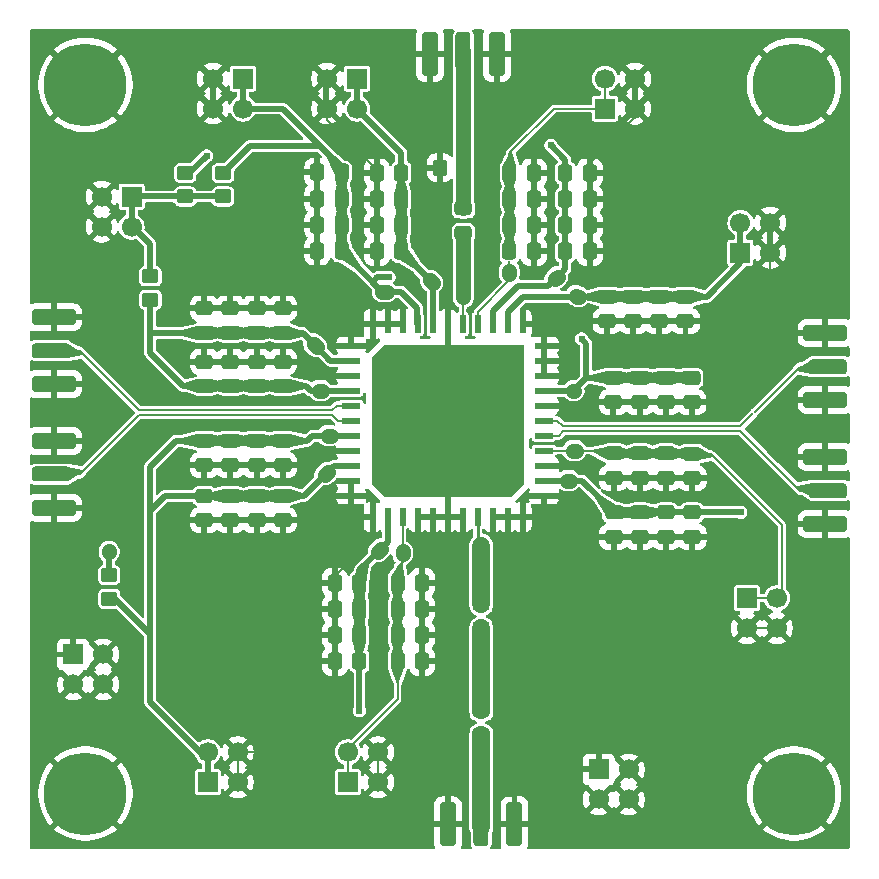
<source format=gbr>
%TF.GenerationSoftware,KiCad,Pcbnew,9.0.3*%
%TF.CreationDate,2025-09-10T16:07:27-04:00*%
%TF.ProjectId,Group4_PCB_AP,47726f75-7034-45f5-9043-425f41502e6b,rev?*%
%TF.SameCoordinates,Original*%
%TF.FileFunction,Copper,L1,Top*%
%TF.FilePolarity,Positive*%
%FSLAX46Y46*%
G04 Gerber Fmt 4.6, Leading zero omitted, Abs format (unit mm)*
G04 Created by KiCad (PCBNEW 9.0.3) date 2025-09-10 16:07:27*
%MOMM*%
%LPD*%
G01*
G04 APERTURE LIST*
G04 Aperture macros list*
%AMRoundRect*
0 Rectangle with rounded corners*
0 $1 Rounding radius*
0 $2 $3 $4 $5 $6 $7 $8 $9 X,Y pos of 4 corners*
0 Add a 4 corners polygon primitive as box body*
4,1,4,$2,$3,$4,$5,$6,$7,$8,$9,$2,$3,0*
0 Add four circle primitives for the rounded corners*
1,1,$1+$1,$2,$3*
1,1,$1+$1,$4,$5*
1,1,$1+$1,$6,$7*
1,1,$1+$1,$8,$9*
0 Add four rect primitives between the rounded corners*
20,1,$1+$1,$2,$3,$4,$5,0*
20,1,$1+$1,$4,$5,$6,$7,0*
20,1,$1+$1,$6,$7,$8,$9,0*
20,1,$1+$1,$8,$9,$2,$3,0*%
%AMOutline5P*
0 Free polygon, 5 corners , with rotation*
0 The origin of the aperture is its center*
0 number of corners: always 5*
0 $1 to $10 corner X, Y*
0 $11 Rotation angle, in degrees counterclockwise*
0 create outline with 5 corners*
4,1,5,$1,$2,$3,$4,$5,$6,$7,$8,$9,$10,$1,$2,$11*%
%AMOutline6P*
0 Free polygon, 6 corners , with rotation*
0 The origin of the aperture is its center*
0 number of corners: always 6*
0 $1 to $12 corner X, Y*
0 $13 Rotation angle, in degrees counterclockwise*
0 create outline with 6 corners*
4,1,6,$1,$2,$3,$4,$5,$6,$7,$8,$9,$10,$11,$12,$1,$2,$13*%
%AMOutline7P*
0 Free polygon, 7 corners , with rotation*
0 The origin of the aperture is its center*
0 number of corners: always 7*
0 $1 to $14 corner X, Y*
0 $15 Rotation angle, in degrees counterclockwise*
0 create outline with 7 corners*
4,1,7,$1,$2,$3,$4,$5,$6,$7,$8,$9,$10,$11,$12,$13,$14,$1,$2,$15*%
%AMOutline8P*
0 Free polygon, 8 corners , with rotation*
0 The origin of the aperture is its center*
0 number of corners: always 8*
0 $1 to $16 corner X, Y*
0 $17 Rotation angle, in degrees counterclockwise*
0 create outline with 8 corners*
4,1,8,$1,$2,$3,$4,$5,$6,$7,$8,$9,$10,$11,$12,$13,$14,$15,$16,$1,$2,$17*%
G04 Aperture macros list end*
%TA.AperFunction,ComponentPad*%
%ADD10R,1.700000X1.700000*%
%TD*%
%TA.AperFunction,ComponentPad*%
%ADD11C,1.700000*%
%TD*%
%TA.AperFunction,SMDPad,CuDef*%
%ADD12RoundRect,0.250000X-0.475000X0.337500X-0.475000X-0.337500X0.475000X-0.337500X0.475000X0.337500X0*%
%TD*%
%TA.AperFunction,SMDPad,CuDef*%
%ADD13RoundRect,0.250000X0.475000X-0.337500X0.475000X0.337500X-0.475000X0.337500X-0.475000X-0.337500X0*%
%TD*%
%TA.AperFunction,ComponentPad*%
%ADD14C,7.000000*%
%TD*%
%TA.AperFunction,SMDPad,CuDef*%
%ADD15RoundRect,0.250000X-1.350000X0.385000X-1.350000X-0.385000X1.350000X-0.385000X1.350000X0.385000X0*%
%TD*%
%TA.AperFunction,SMDPad,CuDef*%
%ADD16RoundRect,0.250000X-1.600000X0.425000X-1.600000X-0.425000X1.600000X-0.425000X1.600000X0.425000X0*%
%TD*%
%TA.AperFunction,SMDPad,CuDef*%
%ADD17R,1.500000X0.508000*%
%TD*%
%TA.AperFunction,SMDPad,CuDef*%
%ADD18R,0.508000X1.500000*%
%TD*%
%TA.AperFunction,SMDPad,CuDef*%
%ADD19Outline7P,-6.415000X5.388600X-5.388600X6.415000X6.415000X6.415000X6.415000X-5.388600X5.388600X-6.415000X-5.388600X-6.415000X-6.415000X-5.388600X0.000000*%
%TD*%
%TA.AperFunction,SMDPad,CuDef*%
%ADD20RoundRect,0.250000X-0.337500X-0.475000X0.337500X-0.475000X0.337500X0.475000X-0.337500X0.475000X0*%
%TD*%
%TA.AperFunction,SMDPad,CuDef*%
%ADD21RoundRect,0.250000X0.337500X0.475000X-0.337500X0.475000X-0.337500X-0.475000X0.337500X-0.475000X0*%
%TD*%
%TA.AperFunction,SMDPad,CuDef*%
%ADD22RoundRect,0.250000X0.350000X0.450000X-0.350000X0.450000X-0.350000X-0.450000X0.350000X-0.450000X0*%
%TD*%
%TA.AperFunction,SMDPad,CuDef*%
%ADD23RoundRect,0.250000X-0.450000X0.350000X-0.450000X-0.350000X0.450000X-0.350000X0.450000X0.350000X0*%
%TD*%
%TA.AperFunction,SMDPad,CuDef*%
%ADD24RoundRect,0.250000X1.350000X-0.385000X1.350000X0.385000X-1.350000X0.385000X-1.350000X-0.385000X0*%
%TD*%
%TA.AperFunction,SMDPad,CuDef*%
%ADD25RoundRect,0.250000X1.600000X-0.425000X1.600000X0.425000X-1.600000X0.425000X-1.600000X-0.425000X0*%
%TD*%
%TA.AperFunction,SMDPad,CuDef*%
%ADD26RoundRect,0.250000X0.450000X-0.350000X0.450000X0.350000X-0.450000X0.350000X-0.450000X-0.350000X0*%
%TD*%
%TA.AperFunction,SMDPad,CuDef*%
%ADD27RoundRect,0.250000X-0.385000X-1.350000X0.385000X-1.350000X0.385000X1.350000X-0.385000X1.350000X0*%
%TD*%
%TA.AperFunction,SMDPad,CuDef*%
%ADD28RoundRect,0.250000X-0.425000X-1.600000X0.425000X-1.600000X0.425000X1.600000X-0.425000X1.600000X0*%
%TD*%
%TA.AperFunction,SMDPad,CuDef*%
%ADD29RoundRect,0.250000X0.450000X-0.325000X0.450000X0.325000X-0.450000X0.325000X-0.450000X-0.325000X0*%
%TD*%
%TA.AperFunction,SMDPad,CuDef*%
%ADD30RoundRect,0.250000X0.385000X1.350000X-0.385000X1.350000X-0.385000X-1.350000X0.385000X-1.350000X0*%
%TD*%
%TA.AperFunction,SMDPad,CuDef*%
%ADD31RoundRect,0.250000X0.425000X1.600000X-0.425000X1.600000X-0.425000X-1.600000X0.425000X-1.600000X0*%
%TD*%
%TA.AperFunction,ViaPad*%
%ADD32C,0.604800*%
%TD*%
%TA.AperFunction,Conductor*%
%ADD33C,0.152400*%
%TD*%
%TA.AperFunction,Conductor*%
%ADD34C,0.508000*%
%TD*%
%TA.AperFunction,Conductor*%
%ADD35C,1.270000*%
%TD*%
%TA.AperFunction,Conductor*%
%ADD36C,1.524000*%
%TD*%
%TA.AperFunction,Conductor*%
%ADD37C,0.203200*%
%TD*%
%TA.AperFunction,Conductor*%
%ADD38C,0.254000*%
%TD*%
G04 APERTURE END LIST*
D10*
%TO.P,J33,1,Pin_1*%
%TO.N,/VDD*%
X179400000Y-76960000D03*
D11*
%TO.P,J33,2,Pin_2*%
X179400000Y-79500000D03*
%TO.P,J33,3,Pin_3*%
%TO.N,/GND*%
X176860000Y-76960000D03*
%TO.P,J33,4,Pin_4*%
X176860000Y-79500000D03*
%TD*%
D12*
%TO.P,C19,1*%
%TO.N,/CK_BOARD*%
X207500000Y-77962500D03*
%TO.P,C19,2*%
%TO.N,/CK*%
X207500000Y-80037500D03*
%TD*%
%TO.P,C22,1*%
%TO.N,/BIAS_LNA*%
X224650000Y-98687500D03*
%TO.P,C22,2*%
%TO.N,/GND*%
X224650000Y-100762500D03*
%TD*%
D13*
%TO.P,C49,1*%
%TO.N,/VDD_DIV*%
X187772000Y-88500000D03*
%TO.P,C49,2*%
%TO.N,/GND*%
X187772000Y-86425000D03*
%TD*%
D12*
%TO.P,C21,1*%
%TO.N,/BIAS_LNA*%
X222436000Y-98687500D03*
%TO.P,C21,2*%
%TO.N,/GND*%
X222436000Y-100762500D03*
%TD*%
D13*
%TO.P,C69,1*%
%TO.N,/VDD_DIV*%
X187772000Y-93000000D03*
%TO.P,C69,2*%
%TO.N,/GND*%
X187772000Y-90925000D03*
%TD*%
D14*
%TO.P,,1*%
%TO.N,/GND*%
X175500000Y-67500000D03*
%TD*%
D15*
%TO.P,J30,1,In*%
%TO.N,/V_BB_Q_N*%
X172600500Y-100475000D03*
D16*
%TO.P,J30,2,Ext*%
%TO.N,/GND*%
X172850500Y-103300000D03*
X172850500Y-97650000D03*
%TD*%
D17*
%TO.P,U1,0,GND*%
%TO.N,/GND*%
X198000000Y-89570000D03*
X198000000Y-101000000D03*
X198000000Y-102270000D03*
D18*
X199813500Y-87756500D03*
X199813500Y-104083500D03*
X201083500Y-87756500D03*
D19*
X206163500Y-95920000D03*
D18*
X211243500Y-104083500D03*
X212513500Y-87756500D03*
X212513500Y-104083500D03*
D17*
X214327000Y-89570000D03*
X214327000Y-90840000D03*
X214327000Y-102270000D03*
%TO.P,U1,1,VSS*%
X214327000Y-92110000D03*
%TO.P,U1,2,VDD_MIX*%
%TO.N,/VDD_MIX*%
X214327000Y-93380000D03*
%TO.P,U1,3,VSS*%
%TO.N,/GND*%
X214327000Y-94650000D03*
%TO.P,U1,4,V_BB_I_N*%
%TO.N,/V_BB_I_N*%
X214327000Y-95920000D03*
%TO.P,U1,5,V_BB_I_P*%
%TO.N,/V_BB_I_P*%
X214327000Y-97190000D03*
%TO.P,U1,6,BIAS_LNA*%
%TO.N,/BIAS_LNA*%
X214327000Y-98460000D03*
%TO.P,U1,7,VSS*%
%TO.N,/GND*%
X214327000Y-99730000D03*
%TO.P,U1,8,VDD_DIV*%
%TO.N,/VDD_DIV*%
X214327000Y-101000000D03*
D18*
%TO.P,U1,9,VSS*%
%TO.N,/GND*%
X209973500Y-104083500D03*
%TO.P,U1,10,VGATE*%
%TO.N,/VIN_RF*%
X208703500Y-104083500D03*
%TO.P,U1,11,VSS*%
%TO.N,/GND*%
X207433500Y-104083500D03*
%TO.P,U1,12,VSOURCE*%
X206163500Y-104083500D03*
%TO.P,U1,13,VSOURCE*%
X204893500Y-104083500D03*
%TO.P,U1,14,VSS*%
X203623500Y-104083500D03*
%TO.P,U1,15,DQ_EN*%
%TO.N,/DQ_EN*%
X202353500Y-104083500D03*
%TO.P,U1,16,VDD_DIV*%
%TO.N,/VDD_DIV*%
X201083500Y-104083500D03*
D17*
%TO.P,U1,17,VDD_LNA*%
%TO.N,/VDD_LNA*%
X198000000Y-99730000D03*
%TO.P,U1,18,VSS*%
%TO.N,/GND*%
X198000000Y-98460000D03*
%TO.P,U1,19,VDD_LNA*%
%TO.N,/VDD_LNA*%
X198000000Y-97190000D03*
%TO.P,U1,20,V_BB_Q_N*%
%TO.N,/V_BB_Q_N*%
X198000000Y-95920000D03*
%TO.P,U1,21,V_BB_Q_P*%
%TO.N,/V_BB_Q_P*%
X198000000Y-94650000D03*
%TO.P,U1,22,VDD_DIV*%
%TO.N,/VDD_DIV*%
X198000000Y-93380000D03*
%TO.P,U1,23,VSS*%
%TO.N,/GND*%
X198000000Y-92110000D03*
%TO.P,U1,24,VDD_DIV*%
%TO.N,/VDD_DIV*%
X198000000Y-90840000D03*
D18*
%TO.P,U1,25,VSS*%
%TO.N,/GND*%
X202353500Y-87756500D03*
%TO.P,U1,26,VDD_MIX*%
%TO.N,/VDD_MIX*%
X203623500Y-87756500D03*
%TO.P,U1,27,VDD_BB*%
%TO.N,/VDD_BB*%
X204893500Y-87756500D03*
%TO.P,U1,28,VSS*%
%TO.N,/GND*%
X206163500Y-87756500D03*
%TO.P,U1,29,CK*%
%TO.N,/CK*%
X207433500Y-87756500D03*
%TO.P,U1,30,BIAS_MIX*%
%TO.N,/BIAS_MIXER*%
X208703500Y-87756500D03*
%TO.P,U1,31,VDD_BB*%
%TO.N,/VDD_BB*%
X209973500Y-87756500D03*
%TO.P,U1,32,VDD_DIV*%
%TO.N,/VDD_DIV*%
X211243500Y-87756500D03*
%TD*%
D20*
%TO.P,C24,1*%
%TO.N,/BIAS_MIXER*%
X211394030Y-81600000D03*
%TO.P,C24,2*%
%TO.N,/GND*%
X213469030Y-81600000D03*
%TD*%
D21*
%TO.P,C57,1*%
%TO.N,/VDD_BB*%
X202246000Y-77172000D03*
%TO.P,C57,2*%
%TO.N,/GND*%
X200171000Y-77172000D03*
%TD*%
D13*
%TO.P,C47,1*%
%TO.N,/VDD_DIV*%
X189986000Y-88500000D03*
%TO.P,C47,2*%
%TO.N,/GND*%
X189986000Y-86425000D03*
%TD*%
D22*
%TO.P,R19,1*%
%TO.N,/CK_BOARD*%
X207500000Y-74500000D03*
%TO.P,R19,2*%
%TO.N,/GND*%
X205500000Y-74500000D03*
%TD*%
D23*
%TO.P,R27,1*%
%TO.N,/VDD*%
X181000000Y-83700000D03*
%TO.P,R27,2*%
%TO.N,/VDD_DIV*%
X181000000Y-85700000D03*
%TD*%
D21*
%TO.P,C74,1*%
%TO.N,/VDD_DIV*%
X198700000Y-114086000D03*
%TO.P,C74,2*%
%TO.N,/GND*%
X196625000Y-114086000D03*
%TD*%
D12*
%TO.P,C31,1*%
%TO.N,/VDD_LNA*%
X189986000Y-97625000D03*
%TO.P,C31,2*%
%TO.N,/GND*%
X189986000Y-99700000D03*
%TD*%
D14*
%TO.P,,1*%
%TO.N,/GND*%
X235500000Y-67500000D03*
%TD*%
D10*
%TO.P,J25,1,Pin_1*%
%TO.N,/VDD_MIX*%
X188836604Y-66960000D03*
D11*
%TO.P,J25,2,Pin_2*%
X188836604Y-69500000D03*
%TO.P,J25,3,Pin_3*%
%TO.N,/GND*%
X186296604Y-66960000D03*
%TO.P,J25,4,Pin_4*%
X186296604Y-69500000D03*
%TD*%
D12*
%TO.P,C46,1*%
%TO.N,/VDD_DIV*%
X221872000Y-85425000D03*
%TO.P,C46,2*%
%TO.N,/GND*%
X221872000Y-87500000D03*
%TD*%
D20*
%TO.P,C60,1*%
%TO.N,/DQ_EN*%
X201925000Y-109658000D03*
%TO.P,C60,2*%
%TO.N,/GND*%
X204000000Y-109658000D03*
%TD*%
D24*
%TO.P,J23,1,In*%
%TO.N,/V_BB_I_N*%
X238399500Y-91350000D03*
D25*
%TO.P,J23,2,Ext*%
%TO.N,/GND*%
X238149500Y-88525000D03*
X238149500Y-94175000D03*
%TD*%
D21*
%TO.P,C53,1*%
%TO.N,/VDD_BB*%
X202246000Y-81600000D03*
%TO.P,C53,2*%
%TO.N,/GND*%
X200171000Y-81600000D03*
%TD*%
D10*
%TO.P,J32,1,Pin_1*%
%TO.N,/GND*%
X174460000Y-115725000D03*
D11*
%TO.P,J32,2,Pin_2*%
X177000000Y-115725000D03*
%TO.P,J32,3,Pin_3*%
X174460000Y-118265000D03*
%TO.P,J32,4,Pin_4*%
X177000000Y-118265000D03*
%TD*%
D20*
%TO.P,C63,1*%
%TO.N,/DQ_EN*%
X201925000Y-116300000D03*
%TO.P,C63,2*%
%TO.N,/GND*%
X204000000Y-116300000D03*
%TD*%
D13*
%TO.P,C76,1*%
%TO.N,/SMA_VIN_RF*%
X209000000Y-122537500D03*
%TO.P,C76,2*%
%TO.N,/VIN_RF_S*%
X209000000Y-120462500D03*
%TD*%
D15*
%TO.P,J29,1,In*%
%TO.N,/V_BB_Q_P*%
X172600500Y-90000000D03*
D16*
%TO.P,J29,2,Ext*%
%TO.N,/GND*%
X172850500Y-92825000D03*
X172850500Y-87175000D03*
%TD*%
D21*
%TO.P,C59,1*%
%TO.N,/VDD_BB*%
X202246000Y-74958000D03*
%TO.P,C59,2*%
%TO.N,/GND*%
X200171000Y-74958000D03*
%TD*%
D14*
%TO.P,,1*%
%TO.N,/GND*%
X235500000Y-127500000D03*
%TD*%
D20*
%TO.P,C61,1*%
%TO.N,/DQ_EN*%
X201925000Y-111872000D03*
%TO.P,C61,2*%
%TO.N,/GND*%
X204000000Y-111872000D03*
%TD*%
D12*
%TO.P,C23,1*%
%TO.N,/BIAS_LNA*%
X226864000Y-98725000D03*
%TO.P,C23,2*%
%TO.N,/GND*%
X226864000Y-100800000D03*
%TD*%
D21*
%TO.P,C40,1*%
%TO.N,/VDD_MIX*%
X197200000Y-77125000D03*
%TO.P,C40,2*%
%TO.N,/GND*%
X195125000Y-77125000D03*
%TD*%
D20*
%TO.P,C25,1*%
%TO.N,/BIAS_MIXER*%
X211394030Y-79386000D03*
%TO.P,C25,2*%
%TO.N,/GND*%
X213469030Y-79386000D03*
%TD*%
D21*
%TO.P,C42,1*%
%TO.N,/VDD_MIX*%
X197200000Y-74911000D03*
%TO.P,C42,2*%
%TO.N,/GND*%
X195125000Y-74911000D03*
%TD*%
D12*
%TO.P,C64,1*%
%TO.N,/VDD_DIV*%
X220223500Y-103690500D03*
%TO.P,C64,2*%
%TO.N,/GND*%
X220223500Y-105765500D03*
%TD*%
%TO.P,C33,1*%
%TO.N,/VDD_LNA*%
X187772000Y-97625000D03*
%TO.P,C33,2*%
%TO.N,/GND*%
X187772000Y-99700000D03*
%TD*%
%TO.P,C66,1*%
%TO.N,/VDD_DIV*%
X222437500Y-103690500D03*
%TO.P,C66,2*%
%TO.N,/GND*%
X222437500Y-105765500D03*
%TD*%
D21*
%TO.P,C38,1*%
%TO.N,/VDD_MIX*%
X197200000Y-79339000D03*
%TO.P,C38,2*%
%TO.N,/GND*%
X195125000Y-79339000D03*
%TD*%
D20*
%TO.P,C62,1*%
%TO.N,/DQ_EN*%
X201925000Y-114086000D03*
%TO.P,C62,2*%
%TO.N,/GND*%
X204000000Y-114086000D03*
%TD*%
D21*
%TO.P,C55,1*%
%TO.N,/VDD_BB*%
X202246000Y-79386000D03*
%TO.P,C55,2*%
%TO.N,/GND*%
X200171000Y-79386000D03*
%TD*%
D26*
%TO.P,R25,1*%
%TO.N,/VDD*%
X183950000Y-76950000D03*
%TO.P,R25,2*%
%TO.N,/VDD_BB*%
X183950000Y-74950000D03*
%TD*%
D13*
%TO.P,C45,1*%
%TO.N,/VDD_DIV*%
X192200000Y-88500000D03*
%TO.P,C45,2*%
%TO.N,/GND*%
X192200000Y-86425000D03*
%TD*%
D12*
%TO.P,C48,1*%
%TO.N,/VDD_DIV*%
X224086000Y-85425000D03*
%TO.P,C48,2*%
%TO.N,/GND*%
X224086000Y-87500000D03*
%TD*%
%TO.P,C29,1*%
%TO.N,/VDD_LNA*%
X192200000Y-97625000D03*
%TO.P,C29,2*%
%TO.N,/GND*%
X192200000Y-99700000D03*
%TD*%
%TO.P,C35,1*%
%TO.N,/VDD_LNA*%
X185558000Y-97625000D03*
%TO.P,C35,2*%
%TO.N,/GND*%
X185558000Y-99700000D03*
%TD*%
D10*
%TO.P,J27,1,Pin_1*%
%TO.N,/VDD_BB*%
X198500000Y-66960000D03*
D11*
%TO.P,J27,2,Pin_2*%
X198500000Y-69500000D03*
%TO.P,J27,3,Pin_3*%
%TO.N,/GND*%
X195960000Y-66960000D03*
%TO.P,J27,4,Pin_4*%
X195960000Y-69500000D03*
%TD*%
D10*
%TO.P,J31,1,Pin_1*%
%TO.N,/GND*%
X218960000Y-125460000D03*
D11*
%TO.P,J31,2,Pin_2*%
X221500000Y-125460000D03*
%TO.P,J31,3,Pin_3*%
X218960000Y-128000000D03*
%TO.P,J31,4,Pin_4*%
X221500000Y-128000000D03*
%TD*%
D20*
%TO.P,C56,1*%
%TO.N,/VDD_BB*%
X216125000Y-77172000D03*
%TO.P,C56,2*%
%TO.N,/GND*%
X218200000Y-77172000D03*
%TD*%
D10*
%TO.P,J24,1,Pin_1*%
%TO.N,/VDD_LNA*%
X185860000Y-126540000D03*
D11*
%TO.P,J24,2,Pin_2*%
X185860000Y-124000000D03*
%TO.P,J24,3,Pin_3*%
%TO.N,/GND*%
X188400000Y-126540000D03*
%TO.P,J24,4,Pin_4*%
X188400000Y-124000000D03*
%TD*%
D20*
%TO.P,C52,1*%
%TO.N,/VDD_BB*%
X216125000Y-81600000D03*
%TO.P,C52,2*%
%TO.N,/GND*%
X218200000Y-81600000D03*
%TD*%
D24*
%TO.P,J22,1,In*%
%TO.N,/V_BB_I_P*%
X238399500Y-101850000D03*
D25*
%TO.P,J22,2,Ext*%
%TO.N,/GND*%
X238149500Y-99025000D03*
X238149500Y-104675000D03*
%TD*%
D14*
%TO.P,,1*%
%TO.N,/GND*%
X175500000Y-127500000D03*
%TD*%
D13*
%TO.P,C71,1*%
%TO.N,/VDD_DIV*%
X185558000Y-93000000D03*
%TO.P,C71,2*%
%TO.N,/GND*%
X185558000Y-90925000D03*
%TD*%
D21*
%TO.P,C73,1*%
%TO.N,/VDD_DIV*%
X198700000Y-111872000D03*
%TO.P,C73,2*%
%TO.N,/GND*%
X196625000Y-111872000D03*
%TD*%
D12*
%TO.P,C28,1*%
%TO.N,/VDD_LNA*%
X192200000Y-102300000D03*
%TO.P,C28,2*%
%TO.N,/GND*%
X192200000Y-104375000D03*
%TD*%
%TO.P,C39,1*%
%TO.N,/VDD_MIX*%
X224628000Y-92300000D03*
%TO.P,C39,2*%
%TO.N,/GND*%
X224628000Y-94375000D03*
%TD*%
D27*
%TO.P,J19,1,In*%
%TO.N,/SMA_VIN_RF*%
X209000000Y-130337500D03*
D28*
%TO.P,J19,2,Ext*%
%TO.N,/GND*%
X211825000Y-130087500D03*
X206175000Y-130087500D03*
%TD*%
D12*
%TO.P,C30,1*%
%TO.N,/VDD_LNA*%
X189986000Y-102300000D03*
%TO.P,C30,2*%
%TO.N,/GND*%
X189986000Y-104375000D03*
%TD*%
D20*
%TO.P,C27,1*%
%TO.N,/BIAS_MIXER*%
X211394030Y-74958000D03*
%TO.P,C27,2*%
%TO.N,/GND*%
X213469030Y-74958000D03*
%TD*%
%TO.P,C54,1*%
%TO.N,/VDD_BB*%
X216125000Y-79386000D03*
%TO.P,C54,2*%
%TO.N,/GND*%
X218200000Y-79386000D03*
%TD*%
D12*
%TO.P,C32,1*%
%TO.N,/VDD_LNA*%
X187772000Y-102300000D03*
%TO.P,C32,2*%
%TO.N,/GND*%
X187772000Y-104375000D03*
%TD*%
D20*
%TO.P,C26,1*%
%TO.N,/BIAS_MIXER*%
X211394030Y-77172000D03*
%TO.P,C26,2*%
%TO.N,/GND*%
X213469030Y-77172000D03*
%TD*%
D21*
%TO.P,C36,1*%
%TO.N,/VDD_MIX*%
X197200000Y-81553000D03*
%TO.P,C36,2*%
%TO.N,/GND*%
X195125000Y-81553000D03*
%TD*%
D12*
%TO.P,C50,1*%
%TO.N,/VDD_DIV*%
X226300000Y-85425000D03*
%TO.P,C50,2*%
%TO.N,/GND*%
X226300000Y-87500000D03*
%TD*%
D10*
%TO.P,J28,1,Pin_1*%
%TO.N,/DQ_EN*%
X197725000Y-126540000D03*
D11*
%TO.P,J28,2,Pin_2*%
X197725000Y-124000000D03*
%TO.P,J28,3,Pin_3*%
%TO.N,/GND*%
X200265000Y-126540000D03*
%TO.P,J28,4,Pin_4*%
X200265000Y-124000000D03*
%TD*%
D29*
%TO.P,L5,1,1*%
%TO.N,/VIN_RF_S*%
X209000000Y-113525000D03*
%TO.P,L5,2,2*%
%TO.N,/VIN_RF*%
X209000000Y-111475000D03*
%TD*%
D12*
%TO.P,C44,1*%
%TO.N,/VDD_DIV*%
X219658000Y-85425000D03*
%TO.P,C44,2*%
%TO.N,/GND*%
X219658000Y-87500000D03*
%TD*%
%TO.P,C37,1*%
%TO.N,/VDD_MIX*%
X226842000Y-92300000D03*
%TO.P,C37,2*%
%TO.N,/GND*%
X226842000Y-94375000D03*
%TD*%
D10*
%TO.P,J21,1,Pin_1*%
%TO.N,/BIAS_MIXER*%
X219500000Y-69510000D03*
D11*
%TO.P,J21,2,Pin_2*%
X219500000Y-66970000D03*
%TO.P,J21,3,Pin_3*%
%TO.N,/GND*%
X222040000Y-69510000D03*
%TO.P,J21,4,Pin_4*%
X222040000Y-66970000D03*
%TD*%
D12*
%TO.P,C43,1*%
%TO.N,/VDD_MIX*%
X220200000Y-92300000D03*
%TO.P,C43,2*%
%TO.N,/GND*%
X220200000Y-94375000D03*
%TD*%
D10*
%TO.P,J20,1,Pin_1*%
%TO.N,/BIAS_LNA*%
X231500000Y-110960000D03*
D11*
%TO.P,J20,2,Pin_2*%
X234040000Y-110960000D03*
%TO.P,J20,3,Pin_3*%
%TO.N,/GND*%
X231500000Y-113500000D03*
%TO.P,J20,4,Pin_4*%
X234040000Y-113500000D03*
%TD*%
D30*
%TO.P,J18,1,In*%
%TO.N,/CK_BOARD*%
X207500000Y-64662500D03*
D31*
%TO.P,J18,2,Ext*%
%TO.N,/GND*%
X204675000Y-64912500D03*
X210325000Y-64912500D03*
%TD*%
D13*
%TO.P,C67,1*%
%TO.N,/VDD_DIV*%
X189986000Y-93000000D03*
%TO.P,C67,2*%
%TO.N,/GND*%
X189986000Y-90925000D03*
%TD*%
D12*
%TO.P,C68,1*%
%TO.N,/VDD_DIV*%
X224651500Y-103690500D03*
%TO.P,C68,2*%
%TO.N,/GND*%
X224651500Y-105765500D03*
%TD*%
D26*
%TO.P,R26,1*%
%TO.N,/VDD*%
X187150000Y-76950000D03*
%TO.P,R26,2*%
%TO.N,/VDD_MIX*%
X187150000Y-74950000D03*
%TD*%
D23*
%TO.P,R24,1*%
%TO.N,/VDD*%
X177500000Y-109000000D03*
%TO.P,R24,2*%
%TO.N,/VDD_LNA*%
X177500000Y-111000000D03*
%TD*%
D10*
%TO.P,J26,1,Pin_1*%
%TO.N,/VDD_DIV*%
X230960000Y-81700000D03*
D11*
%TO.P,J26,2,Pin_2*%
X230960000Y-79160000D03*
%TO.P,J26,3,Pin_3*%
%TO.N,/GND*%
X233500000Y-81700000D03*
%TO.P,J26,4,Pin_4*%
X233500000Y-79160000D03*
%TD*%
D13*
%TO.P,C51,1*%
%TO.N,/VDD_DIV*%
X185558000Y-88500000D03*
%TO.P,C51,2*%
%TO.N,/GND*%
X185558000Y-86425000D03*
%TD*%
%TO.P,C65,1*%
%TO.N,/VDD_DIV*%
X192200000Y-93000000D03*
%TO.P,C65,2*%
%TO.N,/GND*%
X192200000Y-90925000D03*
%TD*%
D12*
%TO.P,C20,1*%
%TO.N,/BIAS_LNA*%
X220222000Y-98687500D03*
%TO.P,C20,2*%
%TO.N,/GND*%
X220222000Y-100762500D03*
%TD*%
D20*
%TO.P,C58,1*%
%TO.N,/VDD_BB*%
X216125000Y-74958000D03*
%TO.P,C58,2*%
%TO.N,/GND*%
X218200000Y-74958000D03*
%TD*%
D21*
%TO.P,C72,1*%
%TO.N,/VDD_DIV*%
X198700000Y-109658000D03*
%TO.P,C72,2*%
%TO.N,/GND*%
X196625000Y-109658000D03*
%TD*%
D12*
%TO.P,C41,1*%
%TO.N,/VDD_MIX*%
X222414000Y-92300000D03*
%TO.P,C41,2*%
%TO.N,/GND*%
X222414000Y-94375000D03*
%TD*%
%TO.P,C34,1*%
%TO.N,/VDD_LNA*%
X185558000Y-102300000D03*
%TO.P,C34,2*%
%TO.N,/GND*%
X185558000Y-104375000D03*
%TD*%
D21*
%TO.P,C75,1*%
%TO.N,/VDD_DIV*%
X198700000Y-116300000D03*
%TO.P,C75,2*%
%TO.N,/GND*%
X196625000Y-116300000D03*
%TD*%
D12*
%TO.P,C70,1*%
%TO.N,/VDD_DIV*%
X226865500Y-103690500D03*
%TO.P,C70,2*%
%TO.N,/GND*%
X226865500Y-105765500D03*
%TD*%
D32*
%TO.N,/GND*%
X194955500Y-105017500D03*
X212955500Y-108017500D03*
X185955500Y-82517500D03*
X190455500Y-109517500D03*
X202455500Y-64517500D03*
X224955500Y-81017500D03*
X182955500Y-87017500D03*
X218955500Y-90017500D03*
X172500000Y-95000000D03*
X194955500Y-109517500D03*
X197955500Y-87017500D03*
X182955500Y-67517500D03*
X238455500Y-75017500D03*
X175455500Y-108017500D03*
X236955500Y-82517500D03*
X194955500Y-106517500D03*
X220455500Y-112517500D03*
X211455500Y-106517500D03*
X190455500Y-81017500D03*
X218955500Y-115517500D03*
X209955500Y-75017500D03*
X188955500Y-76517500D03*
X232455500Y-105017500D03*
X203955500Y-130517500D03*
X182955500Y-73517500D03*
X226455500Y-67517500D03*
X227955500Y-69017500D03*
X211455500Y-126017500D03*
X209955500Y-69017500D03*
X191955500Y-112517500D03*
X206955500Y-124517500D03*
X221955500Y-90017500D03*
X193455500Y-78017500D03*
X233955500Y-120017500D03*
X209955500Y-73517500D03*
X226455500Y-117017500D03*
X193455500Y-114017500D03*
X215955500Y-106517500D03*
X179955500Y-69017500D03*
X182955500Y-66017500D03*
X235455500Y-79517500D03*
X232455500Y-106517500D03*
X184455500Y-82517500D03*
X238455500Y-109517500D03*
X173750000Y-95000000D03*
X236955500Y-75017500D03*
X236955500Y-108017500D03*
X220455500Y-75017500D03*
X227955500Y-67517500D03*
X236955500Y-120017500D03*
X182955500Y-120017500D03*
X178455500Y-85517500D03*
X224955500Y-75017500D03*
X203955500Y-78017500D03*
X214455500Y-66017500D03*
X220455500Y-109517500D03*
X172455500Y-73517500D03*
X221955500Y-120017500D03*
X217455500Y-111017500D03*
X214455500Y-123017500D03*
X173955500Y-76517500D03*
X217455500Y-109517500D03*
X215955500Y-109517500D03*
X178455500Y-91517500D03*
X233955500Y-118517500D03*
X185955500Y-118517500D03*
X217455500Y-108017500D03*
X173955500Y-112517500D03*
X191955500Y-81017500D03*
X209955500Y-78017500D03*
X173955500Y-73517500D03*
X191955500Y-66017500D03*
X173955500Y-81017500D03*
X223455500Y-78017500D03*
X185955500Y-121517500D03*
X236955500Y-72017500D03*
X188955500Y-75017500D03*
X191955500Y-109517500D03*
X188955500Y-121517500D03*
X232455500Y-93017500D03*
X191955500Y-127517500D03*
X221955500Y-121517500D03*
X188955500Y-118517500D03*
X229455500Y-75017500D03*
X220455500Y-73517500D03*
X194955500Y-112517500D03*
X229455500Y-79517500D03*
X205455500Y-76517500D03*
X181455500Y-67517500D03*
X191955500Y-79517500D03*
X185955500Y-106517500D03*
X190455500Y-121517500D03*
X178455500Y-99017500D03*
X238455500Y-73517500D03*
X227955500Y-88517500D03*
X226455500Y-72017500D03*
X187455500Y-118517500D03*
X179955500Y-67517500D03*
X214455500Y-106517500D03*
X212955500Y-106517500D03*
X233955500Y-87017500D03*
X205455500Y-111017500D03*
X227955500Y-73517500D03*
X220455500Y-121517500D03*
X188955500Y-81017500D03*
X185955500Y-78017500D03*
X215955500Y-115517500D03*
X175250000Y-95000000D03*
X233955500Y-72017500D03*
X172455500Y-76517500D03*
X202455500Y-67517500D03*
X181455500Y-123017500D03*
X238455500Y-115517500D03*
X206955500Y-127517500D03*
X182955500Y-117017500D03*
X209955500Y-81017500D03*
X182955500Y-115517500D03*
X179955500Y-70517500D03*
X181455500Y-64517500D03*
X221955500Y-81017500D03*
X215955500Y-70517500D03*
X205455500Y-126017500D03*
X191955500Y-82517500D03*
X215955500Y-111017500D03*
X226455500Y-69017500D03*
X188955500Y-115517500D03*
X197955500Y-85517500D03*
X176955500Y-72017500D03*
X220455500Y-78017500D03*
X218955500Y-108017500D03*
X212955500Y-67517500D03*
X202455500Y-69017500D03*
X232455500Y-73517500D03*
X173955500Y-79517500D03*
X206955500Y-114017500D03*
X184455500Y-112517500D03*
X226455500Y-79517500D03*
X172455500Y-75017500D03*
X227955500Y-66017500D03*
X224955500Y-73517500D03*
X229455500Y-64517500D03*
X179955500Y-121517500D03*
X187455500Y-121517500D03*
X179955500Y-117017500D03*
X214455500Y-130517500D03*
X185955500Y-114017500D03*
X221955500Y-111017500D03*
X184455500Y-117017500D03*
X175455500Y-123017500D03*
X173955500Y-75017500D03*
X181455500Y-129017500D03*
X187455500Y-82517500D03*
X179955500Y-111017500D03*
X173955500Y-106517500D03*
X193455500Y-126017500D03*
X238455500Y-79517500D03*
X175455500Y-111017500D03*
X182955500Y-114017500D03*
X224955500Y-72017500D03*
X229455500Y-78017500D03*
X212955500Y-111017500D03*
X215955500Y-114017500D03*
X215955500Y-117017500D03*
X236955500Y-79517500D03*
X211455500Y-124517500D03*
X190455500Y-111017500D03*
X212955500Y-126017500D03*
X185955500Y-79517500D03*
X190455500Y-108017500D03*
X229455500Y-81017500D03*
X184455500Y-115517500D03*
X182955500Y-124517500D03*
X229455500Y-69017500D03*
X224955500Y-66017500D03*
X194955500Y-126017500D03*
X217455500Y-106517500D03*
X215955500Y-112517500D03*
X182955500Y-79517500D03*
X193455500Y-108017500D03*
X182955500Y-81017500D03*
X226455500Y-90017500D03*
X236955500Y-76517500D03*
X214455500Y-112517500D03*
X211455500Y-108017500D03*
X188955500Y-78017500D03*
X215955500Y-130517500D03*
X190455500Y-118517500D03*
X235455500Y-84017500D03*
X229455500Y-105017500D03*
X238455500Y-123017500D03*
X214455500Y-64517500D03*
X188955500Y-79517500D03*
X179955500Y-106517500D03*
X203955500Y-73517500D03*
X223455500Y-79517500D03*
X181455500Y-124517500D03*
X214455500Y-108017500D03*
X233955500Y-88517500D03*
X182955500Y-90017500D03*
X190455500Y-73517500D03*
X238455500Y-118517500D03*
X223455500Y-81017500D03*
X182955500Y-82517500D03*
X226455500Y-82517500D03*
X206955500Y-108017500D03*
X229455500Y-66017500D03*
X217455500Y-115517500D03*
X238500000Y-96500000D03*
X220455500Y-76517500D03*
X227955500Y-64517500D03*
X191955500Y-78017500D03*
X190455500Y-75017500D03*
X182955500Y-118517500D03*
X238455500Y-114017500D03*
X238455500Y-111017500D03*
X211455500Y-109517500D03*
X211455500Y-127517500D03*
X209955500Y-76517500D03*
X191955500Y-129017500D03*
X212955500Y-124517500D03*
X203955500Y-76517500D03*
X232455500Y-72017500D03*
X196455500Y-85517500D03*
X193455500Y-129017500D03*
X211455500Y-118517500D03*
X188955500Y-117017500D03*
X172455500Y-82517500D03*
X212955500Y-64517500D03*
X185955500Y-120017500D03*
X205455500Y-123017500D03*
X190455500Y-78017500D03*
X179955500Y-72017500D03*
X223455500Y-90017500D03*
X191955500Y-75017500D03*
X188955500Y-109517500D03*
X191955500Y-106517500D03*
X185955500Y-81017500D03*
X179955500Y-126017500D03*
X179955500Y-127517500D03*
X227955500Y-78017500D03*
X205455500Y-127517500D03*
X226455500Y-76517500D03*
X227955500Y-79517500D03*
X215955500Y-67517500D03*
X191955500Y-64517500D03*
X172455500Y-106517500D03*
X226455500Y-75017500D03*
X224955500Y-108017500D03*
X175455500Y-84017500D03*
X203955500Y-123017500D03*
X187455500Y-81017500D03*
X205455500Y-78017500D03*
X227955500Y-81017500D03*
X194955500Y-130517500D03*
X173955500Y-111017500D03*
X187455500Y-79517500D03*
X237000000Y-96500000D03*
X190455500Y-120017500D03*
X212955500Y-109517500D03*
X235455500Y-81017500D03*
X232455500Y-118517500D03*
X214455500Y-127517500D03*
X238455500Y-78017500D03*
X224955500Y-90017500D03*
X233955500Y-73517500D03*
X223455500Y-108017500D03*
X203955500Y-79517500D03*
X220455500Y-90017500D03*
X206955500Y-123017500D03*
X184455500Y-114017500D03*
X236955500Y-118517500D03*
X233955500Y-90017500D03*
X179955500Y-124517500D03*
X221955500Y-109517500D03*
X209955500Y-67517500D03*
X232455500Y-91517500D03*
X182955500Y-72017500D03*
X235455500Y-121517500D03*
X220455500Y-82517500D03*
X172455500Y-79517500D03*
X226455500Y-78017500D03*
X227955500Y-72017500D03*
X190455500Y-84017500D03*
X223455500Y-111017500D03*
X178455500Y-72017500D03*
X238455500Y-76517500D03*
X229455500Y-94517500D03*
X203955500Y-129017500D03*
X193455500Y-75017500D03*
X175455500Y-106517500D03*
X223455500Y-120017500D03*
X182955500Y-112517500D03*
X236955500Y-73517500D03*
X191955500Y-126017500D03*
X211455500Y-115517500D03*
X181455500Y-127517500D03*
X230955500Y-66017500D03*
X227955500Y-75017500D03*
X173955500Y-78017500D03*
X181455500Y-130517500D03*
X182955500Y-103517500D03*
X191955500Y-84017500D03*
X178455500Y-105017500D03*
X178455500Y-102017500D03*
X224955500Y-82517500D03*
X182955500Y-64517500D03*
X217455500Y-114017500D03*
X221955500Y-73517500D03*
X229455500Y-91517500D03*
X236955500Y-84017500D03*
X215955500Y-129017500D03*
X232455500Y-123017500D03*
X227955500Y-82517500D03*
X224955500Y-76517500D03*
X191955500Y-124517500D03*
X181455500Y-126017500D03*
X229455500Y-72017500D03*
X236955500Y-78017500D03*
X182955500Y-84017500D03*
X230955500Y-73517500D03*
X172455500Y-81017500D03*
X187455500Y-117017500D03*
X184455500Y-81017500D03*
X193455500Y-73517500D03*
X217455500Y-112517500D03*
X215955500Y-124517500D03*
X203955500Y-124517500D03*
X233955500Y-85517500D03*
X181455500Y-70517500D03*
X232455500Y-87017500D03*
X212955500Y-123017500D03*
X235455500Y-120017500D03*
X187455500Y-108017500D03*
X182955500Y-85517500D03*
X215955500Y-108017500D03*
X178455500Y-84017500D03*
X230955500Y-64517500D03*
X214455500Y-126017500D03*
X178455500Y-100517500D03*
X178455500Y-90017500D03*
X196455500Y-87017500D03*
X193455500Y-130517500D03*
X230955500Y-67517500D03*
X206955500Y-115517500D03*
X224955500Y-69017500D03*
X211455500Y-114017500D03*
X209955500Y-79517500D03*
X187455500Y-114017500D03*
X187455500Y-106517500D03*
X191955500Y-67517500D03*
X193455500Y-84017500D03*
X233955500Y-75017500D03*
X182955500Y-111017500D03*
X214455500Y-118517500D03*
X191955500Y-73517500D03*
X191955500Y-118517500D03*
X173955500Y-84017500D03*
X172455500Y-123017500D03*
X193455500Y-76517500D03*
X233955500Y-96017500D03*
X206955500Y-126017500D03*
X194955500Y-115517500D03*
X236955500Y-123017500D03*
X218955500Y-112517500D03*
X226455500Y-66017500D03*
X194955500Y-121517500D03*
X226455500Y-115517500D03*
X173955500Y-82517500D03*
X235455500Y-82517500D03*
X238455500Y-81017500D03*
X206955500Y-106517500D03*
X179955500Y-120017500D03*
X205455500Y-118517500D03*
X203955500Y-75017500D03*
X173955500Y-109517500D03*
X173955500Y-72017500D03*
X232455500Y-90017500D03*
X218955500Y-114017500D03*
X238455500Y-112517500D03*
X215955500Y-123017500D03*
X227955500Y-76517500D03*
X235455500Y-123017500D03*
X175455500Y-109517500D03*
X229455500Y-70517500D03*
X223455500Y-76517500D03*
X229455500Y-90017500D03*
X197955500Y-84017500D03*
X193455500Y-82517500D03*
X184455500Y-84017500D03*
X196455500Y-106517500D03*
X214455500Y-115517500D03*
X235455500Y-85517500D03*
X203955500Y-69017500D03*
X182955500Y-109517500D03*
X193455500Y-81017500D03*
X181455500Y-66017500D03*
X193455500Y-106517500D03*
X172455500Y-108017500D03*
X235455500Y-73517500D03*
X179955500Y-108017500D03*
X211455500Y-123017500D03*
X233955500Y-121517500D03*
X182955500Y-70517500D03*
X184455500Y-120017500D03*
X236955500Y-121517500D03*
X238455500Y-121517500D03*
X238455500Y-108017500D03*
X214455500Y-111017500D03*
X172455500Y-78017500D03*
X203955500Y-67517500D03*
X223455500Y-121517500D03*
X238455500Y-120017500D03*
X212955500Y-127517500D03*
X235455500Y-118517500D03*
X214455500Y-129017500D03*
X215955500Y-127517500D03*
X190455500Y-82517500D03*
X176250000Y-94000000D03*
X185955500Y-115517500D03*
X173955500Y-108017500D03*
X200955500Y-118517500D03*
X217455500Y-117017500D03*
X235500000Y-96500000D03*
X206955500Y-118517500D03*
X226455500Y-70517500D03*
X233955500Y-76517500D03*
X202455500Y-66017500D03*
X188955500Y-82517500D03*
X232455500Y-75017500D03*
X230955500Y-76517500D03*
X190455500Y-117017500D03*
X229455500Y-73517500D03*
X224955500Y-70517500D03*
X226455500Y-73517500D03*
X181455500Y-72017500D03*
X182955500Y-100517500D03*
X205455500Y-109517500D03*
X179955500Y-118517500D03*
X179955500Y-109517500D03*
X191955500Y-108017500D03*
X233955500Y-123017500D03*
X184455500Y-118517500D03*
X193455500Y-124517500D03*
X190455500Y-106517500D03*
X206955500Y-109517500D03*
X221955500Y-108017500D03*
X212955500Y-66017500D03*
X184455500Y-79517500D03*
X191955500Y-130517500D03*
X187455500Y-84017500D03*
X179955500Y-129017500D03*
X188955500Y-106517500D03*
X235455500Y-108017500D03*
X194955500Y-85517500D03*
X221955500Y-79517500D03*
X185955500Y-112517500D03*
X203955500Y-127517500D03*
X182955500Y-126017500D03*
X232455500Y-108017500D03*
X196455500Y-84017500D03*
X212955500Y-112517500D03*
X232455500Y-100517500D03*
X178455500Y-103517500D03*
X224955500Y-79517500D03*
X191955500Y-76517500D03*
X224955500Y-67517500D03*
X193455500Y-109517500D03*
X238455500Y-82517500D03*
X224955500Y-117017500D03*
X194955500Y-123017500D03*
X194955500Y-111017500D03*
X205455500Y-69017500D03*
X193455500Y-127517500D03*
X172455500Y-109517500D03*
X223455500Y-73517500D03*
X203955500Y-81017500D03*
X220455500Y-114017500D03*
X229455500Y-102017500D03*
X211455500Y-117017500D03*
X224955500Y-78017500D03*
X220455500Y-81017500D03*
X214455500Y-114017500D03*
X211455500Y-112517500D03*
X230955500Y-69017500D03*
X238455500Y-85517500D03*
X218955500Y-109517500D03*
X188955500Y-84017500D03*
X172455500Y-84017500D03*
X212955500Y-69017500D03*
X181455500Y-69017500D03*
X212955500Y-114017500D03*
X218955500Y-111017500D03*
X203955500Y-126017500D03*
X212955500Y-118517500D03*
X236955500Y-85517500D03*
X184455500Y-111017500D03*
X187455500Y-120017500D03*
X179955500Y-123017500D03*
X223455500Y-109517500D03*
X232455500Y-76517500D03*
X205455500Y-112517500D03*
X179955500Y-66017500D03*
X172455500Y-72017500D03*
X206955500Y-117017500D03*
X221955500Y-78017500D03*
X214455500Y-67517500D03*
X220455500Y-108017500D03*
X209955500Y-82517500D03*
X175455500Y-112517500D03*
X215955500Y-126017500D03*
X185955500Y-84017500D03*
X176250000Y-95750000D03*
X194955500Y-127517500D03*
X172455500Y-111017500D03*
X205455500Y-117017500D03*
X238455500Y-84017500D03*
X178455500Y-88517500D03*
X205455500Y-81017500D03*
X175455500Y-72017500D03*
X191955500Y-111017500D03*
X194955500Y-124517500D03*
X190455500Y-79517500D03*
X194955500Y-108017500D03*
X235455500Y-78017500D03*
X214455500Y-109517500D03*
X224955500Y-109517500D03*
X214455500Y-124517500D03*
X223455500Y-75017500D03*
X232455500Y-121517500D03*
X233955500Y-91517500D03*
X212955500Y-115517500D03*
X205455500Y-67517500D03*
X211455500Y-111017500D03*
X227955500Y-70517500D03*
X172455500Y-112517500D03*
X232455500Y-88517500D03*
X193455500Y-112517500D03*
X193455500Y-123017500D03*
X179955500Y-130517500D03*
X205455500Y-124517500D03*
X205455500Y-108017500D03*
X214455500Y-117017500D03*
X221955500Y-82517500D03*
X227955500Y-90017500D03*
X193455500Y-111017500D03*
X206955500Y-111017500D03*
X236955500Y-81017500D03*
X191955500Y-120017500D03*
X211455500Y-69017500D03*
X188955500Y-120017500D03*
X221955500Y-75017500D03*
X182955500Y-127517500D03*
X179955500Y-115517500D03*
X229455500Y-67517500D03*
X212955500Y-117017500D03*
X223455500Y-82517500D03*
X235455500Y-75017500D03*
X230955500Y-72017500D03*
X235455500Y-72017500D03*
X185955500Y-117017500D03*
X229455500Y-93017500D03*
X215955500Y-118517500D03*
X221955500Y-76517500D03*
X220455500Y-79517500D03*
X188955500Y-108017500D03*
X226455500Y-64517500D03*
X184455500Y-72017500D03*
X173955500Y-123017500D03*
X187455500Y-115517500D03*
X233955500Y-102017500D03*
X176955500Y-123017500D03*
X223455500Y-118517500D03*
X194955500Y-114017500D03*
X212955500Y-73517500D03*
X215955500Y-66017500D03*
X235455500Y-76517500D03*
X205455500Y-79517500D03*
X182955500Y-69017500D03*
X206955500Y-112517500D03*
X238455500Y-72017500D03*
X238455500Y-117017500D03*
X190455500Y-76517500D03*
X184455500Y-121517500D03*
X230955500Y-75017500D03*
X220455500Y-111017500D03*
X179955500Y-64517500D03*
X194955500Y-84017500D03*
X229455500Y-88517500D03*
X232455500Y-120017500D03*
X194955500Y-129017500D03*
X178455500Y-123017500D03*
X230955500Y-70517500D03*
X229455500Y-76517500D03*
X196455500Y-105017500D03*
X205455500Y-114017500D03*
X221955500Y-112517500D03*
X205455500Y-115517500D03*
X211455500Y-67517500D03*
X178455500Y-87017500D03*
X226455500Y-81017500D03*
X193455500Y-79517500D03*
X233955500Y-97517500D03*
%TO.N,/VDD*%
X177500000Y-107000000D03*
%TO.N,/VDD_MIX*%
X217500000Y-89000000D03*
X201200000Y-83800000D03*
%TO.N,/VDD_DIV*%
X198700000Y-120500000D03*
X181000000Y-88500000D03*
X231000000Y-103700000D03*
%TO.N,/VDD_BB*%
X214900000Y-72600000D03*
X185750000Y-73500000D03*
%TD*%
D33*
%TO.N,/GND*%
X220223500Y-105765500D02*
X222437500Y-105765500D01*
D34*
X195900000Y-67020000D02*
X195900000Y-69440000D01*
D33*
X229900000Y-87500000D02*
X226300000Y-87500000D01*
X198000000Y-102270000D02*
X196230000Y-102270000D01*
X193500000Y-86500000D02*
X196570000Y-89570000D01*
X204000000Y-106800000D02*
X203623500Y-106423500D01*
X194810000Y-92110000D02*
X198000000Y-92110000D01*
X214327000Y-102270000D02*
X215370000Y-102270000D01*
X213469030Y-74958000D02*
X213500000Y-74988970D01*
X195960000Y-70460000D02*
X200171000Y-74671000D01*
X195125000Y-79339000D02*
X195125000Y-81553000D01*
X187772000Y-104375000D02*
X185558000Y-104375000D01*
X199813500Y-105886500D02*
X199813500Y-104083500D01*
X193625000Y-90925000D02*
X194810000Y-92110000D01*
X196625000Y-109658000D02*
X196625000Y-109075000D01*
X226864000Y-100800000D02*
X224687500Y-100800000D01*
X212513500Y-87756500D02*
X212513500Y-86686500D01*
X204000000Y-120000000D02*
X204000000Y-116300000D01*
X217630000Y-99730000D02*
X218662500Y-100762500D01*
D34*
X195960000Y-66960000D02*
X195900000Y-67020000D01*
D33*
X188400000Y-126540000D02*
X188400000Y-124000000D01*
X222414000Y-94375000D02*
X222389000Y-94400000D01*
X196230000Y-102270000D02*
X194125000Y-104375000D01*
X233500000Y-83900000D02*
X229900000Y-87500000D01*
X200265000Y-123735000D02*
X204000000Y-120000000D01*
X189986000Y-90925000D02*
X192200000Y-90925000D01*
X192400000Y-86500000D02*
X193500000Y-86500000D01*
X192200000Y-99700000D02*
X189986000Y-99700000D01*
X200171000Y-77172000D02*
X200171000Y-79386000D01*
X222437500Y-105765500D02*
X224651500Y-105765500D01*
X212513500Y-86686500D02*
X213000000Y-86200000D01*
X189986000Y-90925000D02*
X187772000Y-90925000D01*
X226300000Y-87500000D02*
X224086000Y-87500000D01*
X196570000Y-89570000D02*
X198000000Y-89570000D01*
X218662500Y-100762500D02*
X220222000Y-100762500D01*
X190200000Y-124000000D02*
X196625000Y-117575000D01*
X226864000Y-100800000D02*
X227800000Y-100800000D01*
X221872000Y-87500000D02*
X219658000Y-87500000D01*
X187772000Y-90925000D02*
X185558000Y-90925000D01*
X224650000Y-100762500D02*
X222436000Y-100762500D01*
D34*
X233500000Y-79160000D02*
X233500000Y-81700000D01*
D33*
X224086000Y-87500000D02*
X221872000Y-87500000D01*
D34*
X195900000Y-69440000D02*
X195960000Y-69500000D01*
D33*
X222040000Y-70260000D02*
X218200000Y-74100000D01*
X204000000Y-109658000D02*
X204000000Y-106800000D01*
X196625000Y-117575000D02*
X196625000Y-116300000D01*
X195125000Y-75075000D02*
X195125000Y-77125000D01*
X234040000Y-113500000D02*
X231500000Y-113500000D01*
X200265000Y-126275000D02*
X200265000Y-123735000D01*
X195960000Y-69500000D02*
X195960000Y-70460000D01*
X214327000Y-99730000D02*
X217630000Y-99730000D01*
X196625000Y-111872000D02*
X196625000Y-114086000D01*
X204000000Y-111872000D02*
X204000000Y-109658000D01*
X195125000Y-77125000D02*
X195125000Y-79339000D01*
X192200000Y-90925000D02*
X193625000Y-90925000D01*
X216675000Y-94375000D02*
X216400000Y-94650000D01*
X222436000Y-100762500D02*
X220222000Y-100762500D01*
X215370000Y-102270000D02*
X218865500Y-105765500D01*
X222040000Y-69510000D02*
X222040000Y-70260000D01*
X188400000Y-124000000D02*
X190200000Y-124000000D01*
X189986000Y-99700000D02*
X187772000Y-99700000D01*
X192200000Y-104375000D02*
X189986000Y-104375000D01*
X189986000Y-104375000D02*
X187772000Y-104375000D01*
X196625000Y-114086000D02*
X196625000Y-116300000D01*
X233500000Y-81700000D02*
X233500000Y-83900000D01*
X216400000Y-94650000D02*
X214327000Y-94650000D01*
X213500000Y-74988970D02*
X213500000Y-81950000D01*
X226842000Y-94375000D02*
X216675000Y-94375000D01*
X200171000Y-79386000D02*
X200171000Y-81600000D01*
X204000000Y-116300000D02*
X204000000Y-114086000D01*
X218200000Y-74100000D02*
X218200000Y-81600000D01*
X216700000Y-86200000D02*
X218000000Y-87500000D01*
D34*
X222040000Y-66970000D02*
X222040000Y-69510000D01*
X218304500Y-74958000D02*
X218200000Y-74958000D01*
D33*
X196625000Y-109658000D02*
X196625000Y-111872000D01*
X226865500Y-108865500D02*
X226865500Y-105765500D01*
X195340000Y-98460000D02*
X194100000Y-99700000D01*
X213000000Y-86200000D02*
X216700000Y-86200000D01*
X218865500Y-105765500D02*
X220223500Y-105765500D01*
X224651500Y-105765500D02*
X226865500Y-105765500D01*
D34*
X186296604Y-66960000D02*
X186296604Y-69500000D01*
D33*
X187772000Y-99700000D02*
X185558000Y-99700000D01*
X204000000Y-114086000D02*
X204000000Y-111872000D01*
X196625000Y-109075000D02*
X199813500Y-105886500D01*
X231500000Y-113500000D02*
X226865500Y-108865500D01*
X198000000Y-98460000D02*
X195340000Y-98460000D01*
X224687500Y-100800000D02*
X224650000Y-100762500D01*
X218000000Y-87500000D02*
X219658000Y-87500000D01*
X194100000Y-99700000D02*
X192200000Y-99700000D01*
X194125000Y-104375000D02*
X192200000Y-104375000D01*
X200171000Y-74671000D02*
X200171000Y-77172000D01*
X226865500Y-105765500D02*
X226900000Y-105800000D01*
X203623500Y-106423500D02*
X203623500Y-104083500D01*
D35*
%TO.N,/CK_BOARD*%
X207500000Y-64662500D02*
X207500000Y-74500000D01*
X207500000Y-74500000D02*
X207500000Y-77962500D01*
D34*
%TO.N,/VDD*%
X177500000Y-109000000D02*
X177500000Y-107087500D01*
X179410000Y-76950000D02*
X187150000Y-76950000D01*
X187100000Y-76900000D02*
X187150000Y-76950000D01*
X183940000Y-76960000D02*
X183950000Y-76950000D01*
X186900000Y-76700000D02*
X187150000Y-76950000D01*
X181000000Y-83750000D02*
X181000000Y-83300000D01*
X181000000Y-83700000D02*
X181000000Y-81000000D01*
D35*
X177500000Y-107000000D02*
X177500000Y-107087500D01*
D34*
X181000000Y-81000000D02*
X179450000Y-79450000D01*
X179450000Y-79450000D02*
X179450000Y-77010000D01*
X179450000Y-77010000D02*
X179400000Y-76960000D01*
D36*
%TO.N,/VIN_RF_S*%
X209000000Y-120462500D02*
X209000000Y-113525000D01*
D33*
%TO.N,/CK*%
X207500000Y-85500000D02*
X207433500Y-85566500D01*
D35*
X207500000Y-80037500D02*
X207500000Y-83200000D01*
D33*
X207433500Y-85566500D02*
X207433500Y-87756500D01*
D35*
X207500000Y-83200000D02*
X207500000Y-85500000D01*
D33*
%TO.N,/BIAS_LNA*%
X234460000Y-110960000D02*
X234460000Y-104760000D01*
X219994500Y-98460000D02*
X220222000Y-98687500D01*
X220222000Y-98687500D02*
X222436000Y-98687500D01*
X228425000Y-98725000D02*
X226864000Y-98725000D01*
X217000000Y-98460000D02*
X219994500Y-98460000D01*
X222436000Y-98687500D02*
X224650000Y-98687500D01*
D35*
X216750000Y-98460000D02*
X217000000Y-98460000D01*
D33*
X226826500Y-98687500D02*
X226864000Y-98725000D01*
X231500000Y-110960000D02*
X234040000Y-110960000D01*
X224650000Y-98687500D02*
X226826500Y-98687500D01*
X234460000Y-104760000D02*
X228425000Y-98725000D01*
X214327000Y-98460000D02*
X216750000Y-98460000D01*
%TO.N,/BIAS_MIXER*%
X211394030Y-73305970D02*
X211394030Y-74958000D01*
X219500000Y-69510000D02*
X219500000Y-66970000D01*
X211394030Y-81600000D02*
X211394030Y-79386000D01*
X211394030Y-77172000D02*
X211394030Y-74958000D01*
X208703500Y-86696500D02*
X208703500Y-87756500D01*
D35*
X211394030Y-83250000D02*
X211394030Y-83500000D01*
D33*
X211394030Y-83500000D02*
X211394030Y-84005970D01*
X215190000Y-69510000D02*
X211394030Y-73305970D01*
X211394030Y-84005970D02*
X208703500Y-86696500D01*
X219500000Y-69510000D02*
X215190000Y-69510000D01*
X211394030Y-82400000D02*
X211394030Y-83250000D01*
X211394030Y-79386000D02*
X211394030Y-77172000D01*
D34*
%TO.N,/VDD_MIX*%
X217900000Y-92300000D02*
X220200000Y-92300000D01*
X203623500Y-87756500D02*
X203600000Y-87733000D01*
X203600000Y-87733000D02*
X203600000Y-86400000D01*
X197200000Y-79339000D02*
X197200000Y-77125000D01*
X217900000Y-92300000D02*
X217900000Y-89400000D01*
D35*
X200647000Y-85000000D02*
X201000000Y-85000000D01*
D34*
X222414000Y-92300000D02*
X220200000Y-92300000D01*
X189450000Y-72650000D02*
X195350000Y-72650000D01*
X216820000Y-93380000D02*
X217900000Y-92300000D01*
X226842000Y-92300000D02*
X224628000Y-92300000D01*
X200647000Y-85000000D02*
X197200000Y-81553000D01*
X195350000Y-72650000D02*
X195375000Y-72675000D01*
X217900000Y-89400000D02*
X217500000Y-89000000D01*
X188850000Y-69319000D02*
X188836604Y-69305604D01*
X197200000Y-77125000D02*
X197200000Y-74911000D01*
X203600000Y-86400000D02*
X202200000Y-85000000D01*
D35*
X216820000Y-93380000D02*
X216870000Y-93380000D01*
D34*
X197200000Y-81553000D02*
X197200000Y-79339000D01*
X197200000Y-74500000D02*
X197200000Y-74911000D01*
X200200000Y-83800000D02*
X199823500Y-84176500D01*
X192200000Y-69500000D02*
X197200000Y-74500000D01*
X188836604Y-69305604D02*
X188836604Y-66960000D01*
X201200000Y-83800000D02*
X200200000Y-83800000D01*
X224628000Y-92300000D02*
X222414000Y-92300000D01*
X214327000Y-93380000D02*
X216820000Y-93380000D01*
X188836604Y-69500000D02*
X192200000Y-69500000D01*
X202200000Y-85000000D02*
X201000000Y-85000000D01*
X187150000Y-74950000D02*
X189450000Y-72650000D01*
%TO.N,/VDD_DIV*%
X211243500Y-87756500D02*
X211243500Y-86756500D01*
X194580000Y-93380000D02*
X194200000Y-93000000D01*
X181000000Y-85800000D02*
X180900000Y-85700000D01*
D35*
X217058129Y-85335400D02*
X217000000Y-85335400D01*
D34*
X216500000Y-101000000D02*
X217533000Y-101000000D01*
D35*
X194825000Y-89425000D02*
X195075000Y-89675000D01*
D34*
X228125000Y-85425000D02*
X230960000Y-82590000D01*
D35*
X200275000Y-107025000D02*
X200525000Y-106775000D01*
D34*
X192200000Y-93000000D02*
X189986000Y-93000000D01*
X187772000Y-88500000D02*
X185558000Y-88500000D01*
X219658000Y-85425000D02*
X221872000Y-85425000D01*
X230960000Y-79160000D02*
X230960000Y-81700000D01*
X189986000Y-93000000D02*
X187772000Y-93000000D01*
X212575000Y-85425000D02*
X217250000Y-85425000D01*
X194825000Y-89425000D02*
X193900000Y-88500000D01*
X221872000Y-85425000D02*
X224086000Y-85425000D01*
X217533000Y-101000000D02*
X220223500Y-103690500D01*
X198700000Y-114086000D02*
X198700000Y-120500000D01*
X226300000Y-85425000D02*
X228125000Y-85425000D01*
X214327000Y-101000000D02*
X216250000Y-101000000D01*
X217250000Y-85425000D02*
X219658000Y-85425000D01*
X198000000Y-93380000D02*
X195500000Y-93380000D01*
X224086000Y-85425000D02*
X226300000Y-85425000D01*
X181000000Y-88500000D02*
X185558000Y-88500000D01*
X230990500Y-103690500D02*
X231000000Y-103700000D01*
D35*
X195250000Y-93380000D02*
X195500000Y-93380000D01*
D34*
X198000000Y-90840000D02*
X196240000Y-90840000D01*
X211243500Y-86756500D02*
X212575000Y-85425000D01*
X189986000Y-88500000D02*
X187772000Y-88500000D01*
X193900000Y-88500000D02*
X192200000Y-88500000D01*
X198700000Y-109658000D02*
X198700000Y-111872000D01*
X211243500Y-87756500D02*
X211243500Y-87260500D01*
X230960000Y-82590000D02*
X230960000Y-81700000D01*
X198700000Y-108600000D02*
X198700000Y-109658000D01*
D35*
X217250000Y-85425000D02*
X217147730Y-85425000D01*
D34*
X198700000Y-111872000D02*
X198700000Y-114086000D01*
X200275000Y-107025000D02*
X198700000Y-108600000D01*
X195250000Y-93380000D02*
X194580000Y-93380000D01*
X181000000Y-88500000D02*
X181000000Y-90200000D01*
X181000000Y-90200000D02*
X183800000Y-93000000D01*
X194200000Y-93000000D02*
X192200000Y-93000000D01*
D35*
X216250000Y-101000000D02*
X216500000Y-101000000D01*
D34*
X220223500Y-103690500D02*
X222437500Y-103690500D01*
X183800000Y-93000000D02*
X185558000Y-93000000D01*
X185558000Y-93000000D02*
X187772000Y-93000000D01*
X201083500Y-104083500D02*
X201083500Y-106216500D01*
X201083500Y-106216500D02*
X200525000Y-106775000D01*
X192200000Y-88500000D02*
X189986000Y-88500000D01*
D35*
X217147730Y-85425000D02*
X217058129Y-85335400D01*
D34*
X181000000Y-88500000D02*
X181000000Y-85800000D01*
X196240000Y-90840000D02*
X195075000Y-89675000D01*
X201083500Y-104083500D02*
X201083500Y-104916500D01*
X222437500Y-103690500D02*
X230990500Y-103690500D01*
%TO.N,/VDD_BB*%
X184300000Y-74950000D02*
X185750000Y-73500000D01*
D35*
X215475000Y-83725000D02*
X215225000Y-83975000D01*
D34*
X216125000Y-73825000D02*
X214900000Y-72600000D01*
X202246000Y-73246000D02*
X198500000Y-69500000D01*
X209973500Y-86626500D02*
X212100000Y-84500000D01*
D35*
X204893500Y-84247500D02*
X204698000Y-84052000D01*
D34*
X215475000Y-83725000D02*
X216125000Y-83075000D01*
X183950000Y-74950000D02*
X184300000Y-74950000D01*
X214700000Y-84500000D02*
X215225000Y-83975000D01*
X202246000Y-79386000D02*
X202246000Y-77172000D01*
X198500000Y-69500000D02*
X198500000Y-66960000D01*
X212100000Y-84500000D02*
X214700000Y-84500000D01*
X202246000Y-81600000D02*
X202246000Y-79386000D01*
X209973500Y-87756500D02*
X209973500Y-86626500D01*
X216125000Y-82175000D02*
X216125000Y-81600000D01*
X204698000Y-84052000D02*
X202246000Y-81600000D01*
X216125000Y-83075000D02*
X216125000Y-73825000D01*
X202246000Y-77172000D02*
X202246000Y-73246000D01*
X209973500Y-87756500D02*
X209973500Y-87260500D01*
X204893500Y-87756500D02*
X204893500Y-84247500D01*
D33*
%TO.N,/DQ_EN*%
X197725000Y-123735000D02*
X197725000Y-126275000D01*
X202353500Y-107250000D02*
X202353500Y-107871500D01*
D35*
X202353500Y-107250000D02*
X202353500Y-107000000D01*
D33*
X201925000Y-114086000D02*
X201925000Y-116300000D01*
X202353500Y-104083500D02*
X202353500Y-107000000D01*
X201925000Y-116300000D02*
X201925000Y-119535000D01*
X201925000Y-111872000D02*
X201925000Y-114086000D01*
X201925000Y-119535000D02*
X197725000Y-123735000D01*
X201925000Y-109658000D02*
X201925000Y-111872000D01*
X202353500Y-107871500D02*
X201925000Y-108300000D01*
X201925000Y-108300000D02*
X201925000Y-109658000D01*
D36*
%TO.N,/SMA_VIN_RF*%
X209000000Y-130337500D02*
X209000000Y-122537500D01*
D37*
%TO.N,/V_BB_I_P*%
X238399500Y-101850000D02*
X235999499Y-101850000D01*
X215972200Y-96777800D02*
X215560000Y-97190000D01*
X215560000Y-97190000D02*
X214327000Y-97190000D01*
X231699749Y-97550251D02*
X230927299Y-96777800D01*
X235999499Y-101850000D02*
X231699749Y-97550251D01*
X230927299Y-96777800D02*
X215972200Y-96777800D01*
%TO.N,/V_BB_I_N*%
X235999499Y-91350000D02*
X232174749Y-95174749D01*
X230928299Y-96421200D02*
X215953201Y-96421200D01*
X215452001Y-95920000D02*
X214327000Y-95920000D01*
X238399500Y-91350000D02*
X235999499Y-91350000D01*
X215953201Y-96421200D02*
X215452001Y-95920000D01*
X232049749Y-95299749D02*
X230928299Y-96421200D01*
%TO.N,/V_BB_Q_P*%
X175000501Y-90000000D02*
X180060201Y-95059700D01*
X172600500Y-90000000D02*
X175000501Y-90000000D01*
X180060201Y-95059700D02*
X196390300Y-95059700D01*
X196390300Y-95059700D02*
X196800000Y-94650000D01*
X196800000Y-94650000D02*
X198000000Y-94650000D01*
%TO.N,/V_BB_Q_N*%
X175000501Y-100475000D02*
X180059201Y-95416300D01*
X180059201Y-95416300D02*
X196416300Y-95416300D01*
X196920000Y-95920000D02*
X198000000Y-95920000D01*
X172600500Y-100475000D02*
X175000501Y-100475000D01*
X196416300Y-95416300D02*
X196920000Y-95920000D01*
D34*
%TO.N,/VDD_LNA*%
X189986000Y-97625000D02*
X187772000Y-97625000D01*
X194275000Y-97625000D02*
X192200000Y-97625000D01*
X192200000Y-97625000D02*
X189986000Y-97625000D01*
X180960000Y-114000000D02*
X180960000Y-99840000D01*
X196570000Y-99730000D02*
X196025000Y-100275000D01*
X194000000Y-102300000D02*
X192200000Y-102300000D01*
X180960000Y-114000000D02*
X177960000Y-111000000D01*
X195775000Y-100525000D02*
X194000000Y-102300000D01*
X189986000Y-102300000D02*
X187772000Y-102300000D01*
X180960000Y-99840000D02*
X183175000Y-97625000D01*
X194710000Y-97190000D02*
X194275000Y-97625000D01*
D35*
X196025000Y-100275000D02*
X195775000Y-100525000D01*
D34*
X187772000Y-97625000D02*
X185558000Y-97625000D01*
X198000000Y-97190000D02*
X196250000Y-97190000D01*
X185225000Y-124000000D02*
X180960000Y-119735000D01*
X196000000Y-97190000D02*
X194710000Y-97190000D01*
X183175000Y-97625000D02*
X185558000Y-97625000D01*
X182260000Y-102300000D02*
X180960000Y-103600000D01*
X198000000Y-99730000D02*
X196570000Y-99730000D01*
X185860000Y-126540000D02*
X185860000Y-124000000D01*
X187772000Y-102300000D02*
X182260000Y-102300000D01*
X180960000Y-119735000D02*
X180960000Y-114000000D01*
D35*
X196250000Y-97190000D02*
X196000000Y-97190000D01*
D34*
X192200000Y-102300000D02*
X189986000Y-102300000D01*
X177960000Y-111000000D02*
X177500000Y-111000000D01*
D38*
%TO.N,/VIN_RF*%
X208703500Y-104083500D02*
X208703500Y-106203500D01*
X208703500Y-106203500D02*
X209000000Y-106500000D01*
D36*
X209000000Y-111475000D02*
X209000000Y-106500000D01*
%TD*%
%TA.AperFunction,Conductor*%
%TO.N,/GND*%
G36*
X176534075Y-115917993D02*
G01*
X176599901Y-116032007D01*
X176692993Y-116125099D01*
X176807007Y-116190925D01*
X176870591Y-116207962D01*
X176269971Y-116808581D01*
X176348711Y-116925895D01*
X176369727Y-116992529D01*
X176351383Y-117059947D01*
X176302051Y-117105483D01*
X176292440Y-117110380D01*
X176238282Y-117149727D01*
X176238282Y-117149728D01*
X176870591Y-117782037D01*
X176807007Y-117799075D01*
X176692993Y-117864901D01*
X176599901Y-117957993D01*
X176534075Y-118072007D01*
X176517037Y-118135591D01*
X175884728Y-117503282D01*
X175884727Y-117503282D01*
X175845380Y-117557440D01*
X175840483Y-117567051D01*
X175792506Y-117617845D01*
X175724684Y-117634638D01*
X175658550Y-117612098D01*
X175619516Y-117567048D01*
X175614626Y-117557452D01*
X175575270Y-117503282D01*
X175575269Y-117503282D01*
X174942962Y-118135590D01*
X174925925Y-118072007D01*
X174860099Y-117957993D01*
X174767007Y-117864901D01*
X174652993Y-117799075D01*
X174589409Y-117782037D01*
X175258802Y-117112642D01*
X175320125Y-117079157D01*
X175334833Y-117080078D01*
X175334556Y-117077501D01*
X175417375Y-117068598D01*
X175552086Y-117018354D01*
X175552093Y-117018350D01*
X175667187Y-116932190D01*
X175667190Y-116932187D01*
X175753350Y-116817093D01*
X175753354Y-116817086D01*
X175775529Y-116757632D01*
X175814319Y-116584390D01*
X175814682Y-116583734D01*
X175814642Y-116582984D01*
X175847642Y-116523802D01*
X176517037Y-115854408D01*
X176534075Y-115917993D01*
G37*
%TD.AperFunction*%
%TA.AperFunction,Conductor*%
G36*
X177975270Y-77721717D02*
G01*
X177975270Y-77721716D01*
X178014622Y-77667554D01*
X178065015Y-77568654D01*
X178112990Y-77517858D01*
X178180811Y-77501063D01*
X178246946Y-77523600D01*
X178290397Y-77578315D01*
X178299500Y-77624949D01*
X178299500Y-77834678D01*
X178314032Y-77907735D01*
X178314033Y-77907739D01*
X178321636Y-77919117D01*
X178369399Y-77990601D01*
X178448691Y-78043581D01*
X178452260Y-78045966D01*
X178452264Y-78045967D01*
X178525321Y-78060499D01*
X178525324Y-78060500D01*
X178525326Y-78060500D01*
X178821500Y-78060500D01*
X178830185Y-78063050D01*
X178839147Y-78061762D01*
X178863187Y-78072740D01*
X178888539Y-78080185D01*
X178894466Y-78087025D01*
X178902703Y-78090787D01*
X178916992Y-78113021D01*
X178934294Y-78132989D01*
X178936581Y-78143503D01*
X178940477Y-78149565D01*
X178945500Y-78184500D01*
X178945500Y-78420471D01*
X178925815Y-78487510D01*
X178877796Y-78530955D01*
X178823214Y-78558766D01*
X178777644Y-78591875D01*
X178683072Y-78660586D01*
X178683070Y-78660588D01*
X178683069Y-78660588D01*
X178560588Y-78783069D01*
X178560588Y-78783070D01*
X178560586Y-78783072D01*
X178529698Y-78825586D01*
X178458768Y-78923211D01*
X178380128Y-79077550D01*
X178379099Y-79080720D01*
X178378381Y-79081769D01*
X178378266Y-79082048D01*
X178378207Y-79082023D01*
X178339657Y-79138393D01*
X178275297Y-79165587D01*
X178206451Y-79153668D01*
X178154979Y-79106420D01*
X178143239Y-79080711D01*
X178111096Y-78981784D01*
X178014624Y-78792449D01*
X177975270Y-78738282D01*
X177975269Y-78738282D01*
X177342962Y-79370590D01*
X177325925Y-79307007D01*
X177260099Y-79192993D01*
X177167007Y-79099901D01*
X177052993Y-79034075D01*
X176989409Y-79017037D01*
X177621716Y-78384728D01*
X177567550Y-78345375D01*
X177557954Y-78340486D01*
X177507157Y-78292512D01*
X177490361Y-78224692D01*
X177512897Y-78158556D01*
X177557954Y-78119514D01*
X177567554Y-78114622D01*
X177621716Y-78075270D01*
X177621717Y-78075270D01*
X176989408Y-77442962D01*
X177052993Y-77425925D01*
X177167007Y-77360099D01*
X177260099Y-77267007D01*
X177325925Y-77152993D01*
X177342962Y-77089408D01*
X177975270Y-77721717D01*
G37*
%TD.AperFunction*%
%TA.AperFunction,Conductor*%
G36*
X203529475Y-62820185D02*
G01*
X203575230Y-62872989D01*
X203585174Y-62942147D01*
X203567973Y-62989600D01*
X203565643Y-62993376D01*
X203565641Y-62993380D01*
X203510494Y-63159802D01*
X203510493Y-63159809D01*
X203500000Y-63262513D01*
X203500000Y-64662500D01*
X205849999Y-64662500D01*
X205849999Y-63262528D01*
X205849998Y-63262513D01*
X205839505Y-63159802D01*
X205784358Y-62993380D01*
X205784356Y-62993376D01*
X205782027Y-62989600D01*
X205763585Y-62922208D01*
X205784506Y-62855544D01*
X205838147Y-62810773D01*
X205887564Y-62800500D01*
X206625356Y-62800500D01*
X206692395Y-62820185D01*
X206738150Y-62872989D01*
X206748094Y-62942147D01*
X206724622Y-62998811D01*
X206671206Y-63070164D01*
X206671202Y-63070171D01*
X206620908Y-63205017D01*
X206614501Y-63264616D01*
X206614501Y-63264623D01*
X206614500Y-63264635D01*
X206614500Y-73454477D01*
X206594815Y-73521516D01*
X206542011Y-73567271D01*
X206472853Y-73577215D01*
X206409297Y-73548190D01*
X206402819Y-73542158D01*
X206318345Y-73457684D01*
X206169124Y-73365643D01*
X206169119Y-73365641D01*
X206002697Y-73310494D01*
X206002690Y-73310493D01*
X205899986Y-73300000D01*
X205750000Y-73300000D01*
X205750000Y-75699999D01*
X205899972Y-75699999D01*
X205899986Y-75699998D01*
X206002697Y-75689505D01*
X206169119Y-75634358D01*
X206169124Y-75634356D01*
X206318345Y-75542315D01*
X206402819Y-75457842D01*
X206464142Y-75424357D01*
X206533834Y-75429341D01*
X206589767Y-75471213D01*
X206614184Y-75536677D01*
X206614500Y-75545523D01*
X206614500Y-77296919D01*
X206594815Y-77363958D01*
X206589767Y-77371229D01*
X206581206Y-77382664D01*
X206581202Y-77382671D01*
X206530910Y-77517513D01*
X206530909Y-77517517D01*
X206524500Y-77577127D01*
X206524500Y-77577134D01*
X206524500Y-77577135D01*
X206524500Y-78347870D01*
X206524501Y-78347876D01*
X206530908Y-78407483D01*
X206581202Y-78542328D01*
X206581206Y-78542335D01*
X206667452Y-78657544D01*
X206667455Y-78657547D01*
X206782664Y-78743793D01*
X206782671Y-78743797D01*
X206799788Y-78750181D01*
X206917517Y-78794091D01*
X206977127Y-78800500D01*
X207184519Y-78800499D01*
X207193205Y-78803049D01*
X207202166Y-78801761D01*
X207231973Y-78809938D01*
X207241709Y-78813971D01*
X207392018Y-78843869D01*
X207412781Y-78847999D01*
X207412785Y-78848000D01*
X207412786Y-78848000D01*
X207587215Y-78848000D01*
X207587216Y-78847999D01*
X207758291Y-78813971D01*
X207768024Y-78809938D01*
X207776052Y-78809075D01*
X207815480Y-78800499D01*
X208022871Y-78800499D01*
X208022872Y-78800499D01*
X208082483Y-78794091D01*
X208217331Y-78743796D01*
X208332546Y-78657546D01*
X208418796Y-78542331D01*
X208469091Y-78407483D01*
X208475500Y-78347873D01*
X208475499Y-77577128D01*
X208469091Y-77517517D01*
X208466832Y-77511461D01*
X208418797Y-77382671D01*
X208418793Y-77382664D01*
X208410233Y-77371229D01*
X208385816Y-77305765D01*
X208385500Y-77296919D01*
X208385500Y-66562486D01*
X209150001Y-66562486D01*
X209160494Y-66665197D01*
X209215641Y-66831619D01*
X209215643Y-66831624D01*
X209307684Y-66980845D01*
X209431654Y-67104815D01*
X209580875Y-67196856D01*
X209580880Y-67196858D01*
X209747302Y-67252005D01*
X209747309Y-67252006D01*
X209850019Y-67262499D01*
X210074999Y-67262499D01*
X210575000Y-67262499D01*
X210799972Y-67262499D01*
X210799986Y-67262498D01*
X210902697Y-67252005D01*
X211069119Y-67196858D01*
X211069124Y-67196856D01*
X211218345Y-67104815D01*
X211342315Y-66980845D01*
X211434356Y-66831624D01*
X211434358Y-66831619D01*
X211489505Y-66665197D01*
X211489506Y-66665190D01*
X211499999Y-66562486D01*
X211500000Y-66562473D01*
X211500000Y-65162500D01*
X210575000Y-65162500D01*
X210575000Y-67262499D01*
X210074999Y-67262499D01*
X210075000Y-67262498D01*
X210075000Y-65162500D01*
X209150001Y-65162500D01*
X209150001Y-66562486D01*
X208385500Y-66562486D01*
X208385500Y-64565297D01*
X208385499Y-64565283D01*
X208385499Y-63264629D01*
X208385498Y-63264623D01*
X208385497Y-63264616D01*
X208379091Y-63205017D01*
X208328796Y-63070169D01*
X208328795Y-63070168D01*
X208328793Y-63070164D01*
X208275378Y-62998811D01*
X208250960Y-62933347D01*
X208265811Y-62865074D01*
X208315216Y-62815668D01*
X208374644Y-62800500D01*
X209112436Y-62800500D01*
X209179475Y-62820185D01*
X209225230Y-62872989D01*
X209235174Y-62942147D01*
X209217973Y-62989600D01*
X209215643Y-62993376D01*
X209215641Y-62993380D01*
X209160494Y-63159802D01*
X209160493Y-63159809D01*
X209150000Y-63262513D01*
X209150000Y-64662500D01*
X211499999Y-64662500D01*
X211499999Y-63262528D01*
X211499998Y-63262513D01*
X211489505Y-63159802D01*
X211434358Y-62993380D01*
X211434356Y-62993376D01*
X211432027Y-62989600D01*
X211413585Y-62922208D01*
X211434506Y-62855544D01*
X211488147Y-62810773D01*
X211537564Y-62800500D01*
X240075500Y-62800500D01*
X240142539Y-62820185D01*
X240188294Y-62872989D01*
X240199500Y-62924500D01*
X240199500Y-87287290D01*
X240179815Y-87354329D01*
X240127011Y-87400084D01*
X240057853Y-87410028D01*
X240036497Y-87404996D01*
X239902200Y-87360495D01*
X239902190Y-87360493D01*
X239799486Y-87350000D01*
X238399500Y-87350000D01*
X238399500Y-89699999D01*
X239799472Y-89699999D01*
X239799486Y-89699998D01*
X239902197Y-89689505D01*
X240036496Y-89645003D01*
X240106324Y-89642601D01*
X240166366Y-89678333D01*
X240197559Y-89740853D01*
X240199500Y-89762709D01*
X240199500Y-90428942D01*
X240179815Y-90495981D01*
X240127011Y-90541736D01*
X240057853Y-90551680D01*
X240001191Y-90528210D01*
X239991834Y-90521205D01*
X239991828Y-90521202D01*
X239856982Y-90470908D01*
X239856983Y-90470908D01*
X239797383Y-90464501D01*
X239797381Y-90464500D01*
X239797373Y-90464500D01*
X239797364Y-90464500D01*
X237001629Y-90464500D01*
X237001623Y-90464501D01*
X236942016Y-90470908D01*
X236807171Y-90521202D01*
X236807164Y-90521206D01*
X236691955Y-90607452D01*
X236614501Y-90710917D01*
X236577566Y-90743801D01*
X236169468Y-90981096D01*
X236107137Y-90997900D01*
X235953144Y-90997900D01*
X235863593Y-91021895D01*
X235863586Y-91021898D01*
X235783311Y-91068244D01*
X235783303Y-91068250D01*
X235445676Y-91405876D01*
X235442830Y-91408721D01*
X235425403Y-91424028D01*
X235421129Y-91430422D01*
X231893000Y-94958552D01*
X231887850Y-94967472D01*
X231842472Y-95012850D01*
X231833558Y-95017996D01*
X231833552Y-95018001D01*
X230818774Y-96032781D01*
X230757451Y-96066266D01*
X230731093Y-96069100D01*
X216150407Y-96069100D01*
X216083368Y-96049415D01*
X216062726Y-96032781D01*
X215668197Y-95638252D01*
X215668195Y-95638250D01*
X215662971Y-95635234D01*
X215587912Y-95591897D01*
X215587909Y-95591896D01*
X215587908Y-95591895D01*
X215587907Y-95591895D01*
X215498356Y-95567900D01*
X215498355Y-95567900D01*
X215397033Y-95567900D01*
X215329994Y-95548215D01*
X215284239Y-95495411D01*
X215274295Y-95426253D01*
X215303320Y-95362697D01*
X215322722Y-95344634D01*
X215434187Y-95261190D01*
X215434190Y-95261187D01*
X215520350Y-95146093D01*
X215520354Y-95146086D01*
X215570596Y-95011379D01*
X215570598Y-95011372D01*
X215576999Y-94951844D01*
X215577000Y-94951827D01*
X215577000Y-94900000D01*
X214451000Y-94900000D01*
X214442314Y-94897449D01*
X214433353Y-94898738D01*
X214409312Y-94887759D01*
X214383961Y-94880315D01*
X214378033Y-94873474D01*
X214369797Y-94869713D01*
X214355507Y-94847478D01*
X214338206Y-94827511D01*
X214335918Y-94816996D01*
X214332023Y-94810935D01*
X214327000Y-94776000D01*
X214327000Y-94762486D01*
X218975001Y-94762486D01*
X218985494Y-94865197D01*
X219040641Y-95031619D01*
X219040643Y-95031624D01*
X219132684Y-95180845D01*
X219256654Y-95304815D01*
X219405875Y-95396856D01*
X219405880Y-95396858D01*
X219572302Y-95452005D01*
X219572309Y-95452006D01*
X219675019Y-95462499D01*
X219949999Y-95462499D01*
X220450000Y-95462499D01*
X220724972Y-95462499D01*
X220724986Y-95462498D01*
X220827697Y-95452005D01*
X220994119Y-95396858D01*
X220994124Y-95396856D01*
X221143345Y-95304815D01*
X221219319Y-95228842D01*
X221280642Y-95195357D01*
X221350334Y-95200341D01*
X221394681Y-95228842D01*
X221470654Y-95304815D01*
X221619875Y-95396856D01*
X221619880Y-95396858D01*
X221786302Y-95452005D01*
X221786309Y-95452006D01*
X221889019Y-95462499D01*
X222163999Y-95462499D01*
X222664000Y-95462499D01*
X222938972Y-95462499D01*
X222938986Y-95462498D01*
X223041697Y-95452005D01*
X223208119Y-95396858D01*
X223208124Y-95396856D01*
X223357345Y-95304815D01*
X223433319Y-95228842D01*
X223494642Y-95195357D01*
X223564334Y-95200341D01*
X223608681Y-95228842D01*
X223684654Y-95304815D01*
X223833875Y-95396856D01*
X223833880Y-95396858D01*
X224000302Y-95452005D01*
X224000309Y-95452006D01*
X224103019Y-95462499D01*
X224377999Y-95462499D01*
X224878000Y-95462499D01*
X225152972Y-95462499D01*
X225152986Y-95462498D01*
X225255697Y-95452005D01*
X225422119Y-95396858D01*
X225422124Y-95396856D01*
X225571345Y-95304815D01*
X225647319Y-95228842D01*
X225708642Y-95195357D01*
X225778334Y-95200341D01*
X225822681Y-95228842D01*
X225898654Y-95304815D01*
X226047875Y-95396856D01*
X226047880Y-95396858D01*
X226214302Y-95452005D01*
X226214309Y-95452006D01*
X226317019Y-95462499D01*
X226591999Y-95462499D01*
X227092000Y-95462499D01*
X227366972Y-95462499D01*
X227366986Y-95462498D01*
X227469697Y-95452005D01*
X227636119Y-95396858D01*
X227636124Y-95396856D01*
X227785345Y-95304815D01*
X227909315Y-95180845D01*
X228001356Y-95031624D01*
X228001358Y-95031619D01*
X228056505Y-94865197D01*
X228056506Y-94865190D01*
X228066999Y-94762486D01*
X228067000Y-94762473D01*
X228067000Y-94625000D01*
X227092000Y-94625000D01*
X227092000Y-95462499D01*
X226591999Y-95462499D01*
X226592000Y-95462498D01*
X226592000Y-94625000D01*
X224878000Y-94625000D01*
X224878000Y-95462499D01*
X224377999Y-95462499D01*
X224378000Y-95462498D01*
X224378000Y-94625000D01*
X222664000Y-94625000D01*
X222664000Y-95462499D01*
X222163999Y-95462499D01*
X222164000Y-95462498D01*
X222164000Y-94625000D01*
X220450000Y-94625000D01*
X220450000Y-95462499D01*
X219949999Y-95462499D01*
X219950000Y-95462498D01*
X219950000Y-94625000D01*
X218975001Y-94625000D01*
X218975001Y-94762486D01*
X214327000Y-94762486D01*
X214327000Y-94524000D01*
X214346685Y-94456961D01*
X214399489Y-94411206D01*
X214451000Y-94400000D01*
X215577000Y-94400000D01*
X215577000Y-94348172D01*
X215576999Y-94348155D01*
X215570598Y-94288627D01*
X215570596Y-94288620D01*
X215520354Y-94153913D01*
X215520350Y-94153906D01*
X215467128Y-94082811D01*
X215442710Y-94017347D01*
X215457561Y-93949074D01*
X215506966Y-93899668D01*
X215566394Y-93884500D01*
X216025834Y-93884500D01*
X216092873Y-93904185D01*
X216128936Y-93939609D01*
X216132186Y-93944474D01*
X216255522Y-94067810D01*
X216255526Y-94067813D01*
X216400551Y-94164716D01*
X216400557Y-94164719D01*
X216400558Y-94164720D01*
X216561709Y-94231471D01*
X216732781Y-94265499D01*
X216732785Y-94265500D01*
X216732786Y-94265500D01*
X216957215Y-94265500D01*
X216957216Y-94265499D01*
X217128291Y-94231471D01*
X217289442Y-94164720D01*
X217434474Y-94067813D01*
X217557813Y-93944474D01*
X217654720Y-93799442D01*
X217721471Y-93638291D01*
X217755500Y-93467214D01*
X217755500Y-93292786D01*
X217755500Y-93292783D01*
X217746063Y-93245343D01*
X217752290Y-93175752D01*
X217779994Y-93133475D01*
X218072653Y-92840816D01*
X218099585Y-92826111D01*
X218125398Y-92809523D01*
X218131598Y-92808631D01*
X218133975Y-92807334D01*
X218160333Y-92804500D01*
X218234589Y-92804500D01*
X218263130Y-92807829D01*
X219464233Y-93091966D01*
X219524937Y-93126553D01*
X219557307Y-93188472D01*
X219551063Y-93258062D01*
X219508186Y-93313229D01*
X219474689Y-93330339D01*
X219405886Y-93353138D01*
X219405875Y-93353143D01*
X219256654Y-93445184D01*
X219132684Y-93569154D01*
X219040643Y-93718375D01*
X219040641Y-93718380D01*
X218985494Y-93884802D01*
X218985493Y-93884809D01*
X218975000Y-93987513D01*
X218975000Y-94125000D01*
X228066999Y-94125000D01*
X228066999Y-93987528D01*
X228066998Y-93987513D01*
X228056505Y-93884802D01*
X228001358Y-93718380D01*
X228001356Y-93718375D01*
X227909315Y-93569154D01*
X227785345Y-93445184D01*
X227636124Y-93353143D01*
X227636119Y-93353141D01*
X227543859Y-93322569D01*
X227486414Y-93282796D01*
X227459591Y-93218280D01*
X227471906Y-93149504D01*
X227519449Y-93098304D01*
X227539533Y-93088680D01*
X227559328Y-93081297D01*
X227559327Y-93081297D01*
X227559331Y-93081296D01*
X227674546Y-92995046D01*
X227760796Y-92879831D01*
X227811091Y-92744983D01*
X227817500Y-92685373D01*
X227817499Y-91914628D01*
X227811091Y-91855017D01*
X227772049Y-91750341D01*
X227760797Y-91720171D01*
X227760793Y-91720164D01*
X227674547Y-91604955D01*
X227674544Y-91604952D01*
X227559335Y-91518706D01*
X227559328Y-91518702D01*
X227424482Y-91468408D01*
X227424483Y-91468408D01*
X227364883Y-91462001D01*
X227364881Y-91462000D01*
X227364873Y-91462000D01*
X227364864Y-91462000D01*
X226319129Y-91462000D01*
X226319123Y-91462001D01*
X226259520Y-91468408D01*
X226259513Y-91468410D01*
X226235613Y-91477323D01*
X226208881Y-91484024D01*
X226206187Y-91484387D01*
X225763546Y-91589099D01*
X225706455Y-91589099D01*
X225263817Y-91484388D01*
X225255049Y-91482839D01*
X225233283Y-91476912D01*
X225210483Y-91468409D01*
X225210482Y-91468408D01*
X225150883Y-91462001D01*
X225150881Y-91462000D01*
X225150873Y-91462000D01*
X225150864Y-91462000D01*
X224105129Y-91462000D01*
X224105123Y-91462001D01*
X224045520Y-91468408D01*
X224045513Y-91468410D01*
X224021613Y-91477323D01*
X223994881Y-91484024D01*
X223992187Y-91484387D01*
X223549546Y-91589099D01*
X223492455Y-91589099D01*
X223049817Y-91484388D01*
X223041049Y-91482839D01*
X223019283Y-91476912D01*
X222996483Y-91468409D01*
X222996482Y-91468408D01*
X222936883Y-91462001D01*
X222936881Y-91462000D01*
X222936873Y-91462000D01*
X222936864Y-91462000D01*
X221891129Y-91462000D01*
X221891123Y-91462001D01*
X221831520Y-91468408D01*
X221831513Y-91468410D01*
X221807613Y-91477323D01*
X221780881Y-91484024D01*
X221778187Y-91484387D01*
X221335546Y-91589099D01*
X221278455Y-91589099D01*
X220835817Y-91484388D01*
X220827049Y-91482839D01*
X220805283Y-91476912D01*
X220782483Y-91468409D01*
X220782482Y-91468408D01*
X220722883Y-91462001D01*
X220722881Y-91462000D01*
X220722873Y-91462000D01*
X220722864Y-91462000D01*
X219677129Y-91462000D01*
X219677123Y-91462001D01*
X219617520Y-91468408D01*
X219617513Y-91468410D01*
X219593613Y-91477323D01*
X219566881Y-91484024D01*
X219564188Y-91484387D01*
X218557046Y-91722639D01*
X218487275Y-91718916D01*
X218430593Y-91678063D01*
X218404996Y-91613051D01*
X218404500Y-91601969D01*
X218404500Y-89333583D01*
X218404500Y-89333581D01*
X218370119Y-89205270D01*
X218303700Y-89090230D01*
X218213456Y-88999986D01*
X235799501Y-88999986D01*
X235809994Y-89102697D01*
X235865141Y-89269119D01*
X235865143Y-89269124D01*
X235957184Y-89418345D01*
X236081154Y-89542315D01*
X236230375Y-89634356D01*
X236230380Y-89634358D01*
X236396802Y-89689505D01*
X236396809Y-89689506D01*
X236499519Y-89699999D01*
X237899499Y-89699999D01*
X237899500Y-89699998D01*
X237899500Y-88775000D01*
X235799501Y-88775000D01*
X235799501Y-88999986D01*
X218213456Y-88999986D01*
X218209770Y-88996300D01*
X218043380Y-88829909D01*
X218016503Y-88789685D01*
X218015222Y-88786594D01*
X218015221Y-88786589D01*
X218000869Y-88761730D01*
X217942432Y-88660514D01*
X217942428Y-88660509D01*
X217839490Y-88557571D01*
X217839485Y-88557567D01*
X217713413Y-88484780D01*
X217713412Y-88484779D01*
X217713411Y-88484779D01*
X217572791Y-88447100D01*
X217427209Y-88447100D01*
X217286589Y-88484779D01*
X217286587Y-88484780D01*
X217286586Y-88484780D01*
X217160514Y-88557567D01*
X217160509Y-88557571D01*
X217057571Y-88660509D01*
X217057567Y-88660514D01*
X216984780Y-88786586D01*
X216984780Y-88786587D01*
X216984779Y-88786589D01*
X216947100Y-88927209D01*
X216947100Y-89072791D01*
X216984779Y-89213411D01*
X216984780Y-89213412D01*
X216984780Y-89213413D01*
X217057567Y-89339485D01*
X217057569Y-89339488D01*
X217057570Y-89339489D01*
X217160511Y-89442430D01*
X217286589Y-89515221D01*
X217286591Y-89515221D01*
X217289681Y-89516502D01*
X217296612Y-89521133D01*
X217301654Y-89522230D01*
X217329909Y-89543380D01*
X217359180Y-89572650D01*
X217392666Y-89633973D01*
X217395500Y-89660333D01*
X217395500Y-92039666D01*
X217375815Y-92106705D01*
X217359181Y-92127347D01*
X217028347Y-92458181D01*
X216967024Y-92491666D01*
X216940666Y-92494500D01*
X216732781Y-92494500D01*
X216561716Y-92528527D01*
X216561708Y-92528529D01*
X216400560Y-92595278D01*
X216400551Y-92595283D01*
X216255526Y-92692186D01*
X216255522Y-92692189D01*
X216132186Y-92815525D01*
X216128936Y-92820391D01*
X216075324Y-92865196D01*
X216025834Y-92875500D01*
X215566394Y-92875500D01*
X215499355Y-92855815D01*
X215453600Y-92803011D01*
X215443656Y-92733853D01*
X215467128Y-92677189D01*
X215520350Y-92606093D01*
X215520354Y-92606086D01*
X215570596Y-92471379D01*
X215570598Y-92471372D01*
X215576999Y-92411844D01*
X215577000Y-92411827D01*
X215577000Y-92360000D01*
X214451000Y-92360000D01*
X214383961Y-92340315D01*
X214338206Y-92287511D01*
X214327000Y-92236000D01*
X214327000Y-92110000D01*
X214201000Y-92110000D01*
X214133961Y-92090315D01*
X214088206Y-92037511D01*
X214077000Y-91986000D01*
X214077000Y-91860000D01*
X214577000Y-91860000D01*
X215577000Y-91860000D01*
X215577000Y-91808172D01*
X215576999Y-91808155D01*
X215570598Y-91748627D01*
X215570596Y-91748620D01*
X215520354Y-91613913D01*
X215520350Y-91613906D01*
X215471994Y-91549311D01*
X215447576Y-91483847D01*
X215462427Y-91415574D01*
X215471994Y-91400689D01*
X215520350Y-91336093D01*
X215520354Y-91336086D01*
X215570596Y-91201379D01*
X215570598Y-91201372D01*
X215576999Y-91141844D01*
X215577000Y-91141827D01*
X215577000Y-91090000D01*
X214577000Y-91090000D01*
X214577000Y-91860000D01*
X214077000Y-91860000D01*
X214077000Y-90590000D01*
X214577000Y-90590000D01*
X215577000Y-90590000D01*
X215577000Y-90538172D01*
X215576999Y-90538155D01*
X215570598Y-90478627D01*
X215570596Y-90478620D01*
X215520354Y-90343913D01*
X215520350Y-90343906D01*
X215471994Y-90279311D01*
X215447576Y-90213847D01*
X215462427Y-90145574D01*
X215471994Y-90130689D01*
X215520350Y-90066093D01*
X215520354Y-90066086D01*
X215570596Y-89931379D01*
X215570598Y-89931372D01*
X215576999Y-89871844D01*
X215577000Y-89871827D01*
X215577000Y-89820000D01*
X214577000Y-89820000D01*
X214577000Y-90590000D01*
X214077000Y-90590000D01*
X214077000Y-89320000D01*
X214577000Y-89320000D01*
X215577000Y-89320000D01*
X215577000Y-89268172D01*
X215576999Y-89268155D01*
X215570598Y-89208627D01*
X215570596Y-89208620D01*
X215520354Y-89073913D01*
X215520350Y-89073906D01*
X215434190Y-88958812D01*
X215434187Y-88958809D01*
X215319093Y-88872649D01*
X215319086Y-88872645D01*
X215184379Y-88822403D01*
X215184372Y-88822401D01*
X215124844Y-88816000D01*
X214577000Y-88816000D01*
X214577000Y-89320000D01*
X214077000Y-89320000D01*
X214077000Y-88816000D01*
X213529155Y-88816000D01*
X213469627Y-88822401D01*
X213469619Y-88822403D01*
X213391459Y-88851555D01*
X213321767Y-88856539D01*
X213260444Y-88823053D01*
X213226960Y-88761730D01*
X213231944Y-88692039D01*
X213261097Y-88613876D01*
X213261098Y-88613872D01*
X213267499Y-88554344D01*
X213267500Y-88554327D01*
X213267500Y-88006500D01*
X212637500Y-88006500D01*
X212630935Y-88004572D01*
X212624200Y-88005785D01*
X212597837Y-87994853D01*
X212570461Y-87986815D01*
X212565980Y-87981644D01*
X212559659Y-87979023D01*
X212543389Y-87955572D01*
X212524706Y-87934011D01*
X212522784Y-87925874D01*
X212519831Y-87921617D01*
X212515586Y-87895389D01*
X212513720Y-87887486D01*
X218433001Y-87887486D01*
X218443494Y-87990197D01*
X218498641Y-88156619D01*
X218498643Y-88156624D01*
X218590684Y-88305845D01*
X218714654Y-88429815D01*
X218863875Y-88521856D01*
X218863880Y-88521858D01*
X219030302Y-88577005D01*
X219030309Y-88577006D01*
X219133019Y-88587499D01*
X219407999Y-88587499D01*
X219908000Y-88587499D01*
X220182972Y-88587499D01*
X220182986Y-88587498D01*
X220285697Y-88577005D01*
X220452119Y-88521858D01*
X220452124Y-88521856D01*
X220601345Y-88429815D01*
X220677319Y-88353842D01*
X220738642Y-88320357D01*
X220808334Y-88325341D01*
X220852681Y-88353842D01*
X220928654Y-88429815D01*
X221077875Y-88521856D01*
X221077880Y-88521858D01*
X221244302Y-88577005D01*
X221244309Y-88577006D01*
X221347019Y-88587499D01*
X221621999Y-88587499D01*
X222122000Y-88587499D01*
X222396972Y-88587499D01*
X222396986Y-88587498D01*
X222499697Y-88577005D01*
X222666119Y-88521858D01*
X222666124Y-88521856D01*
X222815345Y-88429815D01*
X222891319Y-88353842D01*
X222952642Y-88320357D01*
X223022334Y-88325341D01*
X223066681Y-88353842D01*
X223142654Y-88429815D01*
X223291875Y-88521856D01*
X223291880Y-88521858D01*
X223458302Y-88577005D01*
X223458309Y-88577006D01*
X223561019Y-88587499D01*
X223835999Y-88587499D01*
X224336000Y-88587499D01*
X224610972Y-88587499D01*
X224610986Y-88587498D01*
X224713697Y-88577005D01*
X224880119Y-88521858D01*
X224880124Y-88521856D01*
X225029345Y-88429815D01*
X225105319Y-88353842D01*
X225166642Y-88320357D01*
X225236334Y-88325341D01*
X225280681Y-88353842D01*
X225356654Y-88429815D01*
X225505875Y-88521856D01*
X225505880Y-88521858D01*
X225672302Y-88577005D01*
X225672309Y-88577006D01*
X225775019Y-88587499D01*
X226049999Y-88587499D01*
X226550000Y-88587499D01*
X226824972Y-88587499D01*
X226824986Y-88587498D01*
X226927697Y-88577005D01*
X227094119Y-88521858D01*
X227094124Y-88521856D01*
X227243345Y-88429815D01*
X227367315Y-88305845D01*
X227459356Y-88156624D01*
X227459358Y-88156619D01*
X227494684Y-88050013D01*
X235799500Y-88050013D01*
X235799500Y-88275000D01*
X237899500Y-88275000D01*
X237899500Y-87350000D01*
X236499528Y-87350000D01*
X236499512Y-87350001D01*
X236396802Y-87360494D01*
X236230380Y-87415641D01*
X236230375Y-87415643D01*
X236081154Y-87507684D01*
X235957184Y-87631654D01*
X235865143Y-87780875D01*
X235865141Y-87780880D01*
X235809994Y-87947302D01*
X235809993Y-87947309D01*
X235799500Y-88050013D01*
X227494684Y-88050013D01*
X227508652Y-88007860D01*
X227508653Y-88007858D01*
X227514504Y-87990199D01*
X227514506Y-87990190D01*
X227524999Y-87887486D01*
X227525000Y-87887473D01*
X227525000Y-87750000D01*
X226550000Y-87750000D01*
X226550000Y-88587499D01*
X226049999Y-88587499D01*
X226050000Y-88587498D01*
X226050000Y-87750000D01*
X224336000Y-87750000D01*
X224336000Y-88587499D01*
X223835999Y-88587499D01*
X223836000Y-88587498D01*
X223836000Y-87750000D01*
X222122000Y-87750000D01*
X222122000Y-88587499D01*
X221621999Y-88587499D01*
X221622000Y-88587498D01*
X221622000Y-87750000D01*
X219908000Y-87750000D01*
X219908000Y-88587499D01*
X219407999Y-88587499D01*
X219408000Y-88587498D01*
X219408000Y-87750000D01*
X218433001Y-87750000D01*
X218433001Y-87887486D01*
X212513720Y-87887486D01*
X212513577Y-87886881D01*
X212508968Y-87756500D01*
X212387500Y-87756500D01*
X212320461Y-87736815D01*
X212274706Y-87684011D01*
X212263500Y-87632500D01*
X212263500Y-87506500D01*
X212763500Y-87506500D01*
X213267500Y-87506500D01*
X213267500Y-86958672D01*
X213267499Y-86958655D01*
X213261098Y-86899127D01*
X213261096Y-86899120D01*
X213210854Y-86764413D01*
X213210850Y-86764406D01*
X213124690Y-86649312D01*
X213124687Y-86649309D01*
X213009593Y-86563149D01*
X213009586Y-86563145D01*
X212874879Y-86512903D01*
X212874872Y-86512901D01*
X212815344Y-86506500D01*
X212763500Y-86506500D01*
X212763500Y-87506500D01*
X212263500Y-87506500D01*
X212263500Y-86501331D01*
X212272144Y-86471890D01*
X212278668Y-86441904D01*
X212282422Y-86436888D01*
X212283185Y-86434292D01*
X212299814Y-86413655D01*
X212747651Y-85965819D01*
X212808974Y-85932334D01*
X212835332Y-85929500D01*
X216290451Y-85929500D01*
X216357490Y-85949185D01*
X216378127Y-85965814D01*
X216412313Y-86000000D01*
X216435527Y-86023214D01*
X216580551Y-86120116D01*
X216580563Y-86120123D01*
X216605146Y-86130305D01*
X216626580Y-86141761D01*
X216728288Y-86209720D01*
X216889439Y-86276471D01*
X216889443Y-86276471D01*
X216889444Y-86276472D01*
X216901416Y-86278853D01*
X216901417Y-86278854D01*
X216969158Y-86292328D01*
X217060521Y-86310501D01*
X217234949Y-86310500D01*
X217337214Y-86310500D01*
X217337215Y-86310500D01*
X217337216Y-86310499D01*
X217508291Y-86276471D01*
X217669442Y-86209720D01*
X217814474Y-86112813D01*
X217893257Y-86034029D01*
X217954577Y-86000545D01*
X218009480Y-86001041D01*
X218922230Y-86216965D01*
X218982937Y-86251554D01*
X219015307Y-86313472D01*
X219009063Y-86383063D01*
X218966186Y-86438229D01*
X218932689Y-86455339D01*
X218863886Y-86478138D01*
X218863875Y-86478143D01*
X218714654Y-86570184D01*
X218590684Y-86694154D01*
X218498643Y-86843375D01*
X218498641Y-86843380D01*
X218443494Y-87009802D01*
X218443493Y-87009809D01*
X218433000Y-87112513D01*
X218433000Y-87250000D01*
X227524999Y-87250000D01*
X227524999Y-87112528D01*
X227524998Y-87112513D01*
X227514505Y-87009802D01*
X227459358Y-86843380D01*
X227459356Y-86843375D01*
X227367315Y-86694154D01*
X227243345Y-86570184D01*
X227094124Y-86478143D01*
X227094121Y-86478142D01*
X227016069Y-86452278D01*
X226958625Y-86412505D01*
X226931802Y-86347989D01*
X226944117Y-86279213D01*
X226991661Y-86228013D01*
X227019747Y-86215710D01*
X227956621Y-85937290D01*
X227965545Y-85934638D01*
X228000869Y-85929500D01*
X228191416Y-85929500D01*
X228191419Y-85929500D01*
X228319730Y-85895119D01*
X228369441Y-85866418D01*
X228434770Y-85828701D01*
X231363700Y-82899770D01*
X231385218Y-82862499D01*
X231435785Y-82814284D01*
X231492605Y-82800500D01*
X231834676Y-82800500D01*
X231834677Y-82800499D01*
X231907740Y-82785966D01*
X231990601Y-82730601D01*
X232045966Y-82647740D01*
X232060500Y-82574674D01*
X232060500Y-82364949D01*
X232080185Y-82297910D01*
X232132989Y-82252155D01*
X232202147Y-82242211D01*
X232265703Y-82271236D01*
X232294985Y-82308654D01*
X232345375Y-82407550D01*
X232384728Y-82461716D01*
X233017037Y-81829408D01*
X233034075Y-81892993D01*
X233099901Y-82007007D01*
X233192993Y-82100099D01*
X233307007Y-82165925D01*
X233370590Y-82182962D01*
X232738282Y-82815269D01*
X232738282Y-82815270D01*
X232792449Y-82854624D01*
X232981782Y-82951095D01*
X233183870Y-83016757D01*
X233393754Y-83050000D01*
X233606246Y-83050000D01*
X233816127Y-83016757D01*
X233816130Y-83016757D01*
X234018217Y-82951095D01*
X234207554Y-82854622D01*
X234261716Y-82815270D01*
X234261717Y-82815270D01*
X233629408Y-82182962D01*
X233692993Y-82165925D01*
X233807007Y-82100099D01*
X233900099Y-82007007D01*
X233965925Y-81892993D01*
X233982962Y-81829408D01*
X234615270Y-82461717D01*
X234615270Y-82461716D01*
X234654622Y-82407554D01*
X234751095Y-82218217D01*
X234816757Y-82016130D01*
X234816757Y-82016127D01*
X234850000Y-81806246D01*
X234850000Y-81593753D01*
X234816757Y-81383872D01*
X234816757Y-81383869D01*
X234751095Y-81181782D01*
X234654624Y-80992449D01*
X234615270Y-80938282D01*
X234615269Y-80938282D01*
X233982962Y-81570590D01*
X233965925Y-81507007D01*
X233900099Y-81392993D01*
X233807007Y-81299901D01*
X233692993Y-81234075D01*
X233629409Y-81217037D01*
X234261716Y-80584728D01*
X234207550Y-80545375D01*
X234197954Y-80540486D01*
X234147157Y-80492512D01*
X234130361Y-80424692D01*
X234152897Y-80358556D01*
X234197954Y-80319514D01*
X234207554Y-80314622D01*
X234261716Y-80275270D01*
X234261717Y-80275270D01*
X233629408Y-79642962D01*
X233692993Y-79625925D01*
X233807007Y-79560099D01*
X233900099Y-79467007D01*
X233965925Y-79352993D01*
X233982962Y-79289408D01*
X234615270Y-79921717D01*
X234615270Y-79921716D01*
X234654622Y-79867554D01*
X234751095Y-79678217D01*
X234816757Y-79476130D01*
X234816757Y-79476127D01*
X234850000Y-79266246D01*
X234850000Y-79053753D01*
X234816757Y-78843872D01*
X234816757Y-78843869D01*
X234751095Y-78641782D01*
X234654624Y-78452449D01*
X234615270Y-78398282D01*
X234615269Y-78398282D01*
X233982962Y-79030590D01*
X233965925Y-78967007D01*
X233900099Y-78852993D01*
X233807007Y-78759901D01*
X233692993Y-78694075D01*
X233629409Y-78677037D01*
X234261716Y-78044728D01*
X234207550Y-78005375D01*
X234018217Y-77908904D01*
X233816129Y-77843242D01*
X233606246Y-77810000D01*
X233393754Y-77810000D01*
X233183872Y-77843242D01*
X233183869Y-77843242D01*
X232981782Y-77908904D01*
X232792439Y-78005380D01*
X232738282Y-78044727D01*
X232738282Y-78044728D01*
X233370591Y-78677037D01*
X233307007Y-78694075D01*
X233192993Y-78759901D01*
X233099901Y-78852993D01*
X233034075Y-78967007D01*
X233017037Y-79030591D01*
X232384728Y-78398282D01*
X232384727Y-78398282D01*
X232345380Y-78452439D01*
X232248904Y-78641783D01*
X232216760Y-78740712D01*
X232177322Y-78798388D01*
X232112964Y-78825586D01*
X232044117Y-78813671D01*
X231992642Y-78766427D01*
X231980898Y-78740712D01*
X231979873Y-78737555D01*
X231901232Y-78583212D01*
X231799414Y-78443072D01*
X231676928Y-78320586D01*
X231536788Y-78218768D01*
X231382445Y-78140127D01*
X231217701Y-78086598D01*
X231217699Y-78086597D01*
X231217698Y-78086597D01*
X231086271Y-78065781D01*
X231046611Y-78059500D01*
X230873389Y-78059500D01*
X230833728Y-78065781D01*
X230702302Y-78086597D01*
X230537552Y-78140128D01*
X230383211Y-78218768D01*
X230328721Y-78258358D01*
X230243072Y-78320586D01*
X230243070Y-78320588D01*
X230243069Y-78320588D01*
X230120588Y-78443069D01*
X230120588Y-78443070D01*
X230120586Y-78443072D01*
X230094197Y-78479393D01*
X230018768Y-78583211D01*
X229940128Y-78737552D01*
X229886597Y-78902302D01*
X229865727Y-79034075D01*
X229859500Y-79073389D01*
X229859500Y-79246611D01*
X229886598Y-79417701D01*
X229940127Y-79582445D01*
X230018768Y-79736788D01*
X230120586Y-79876928D01*
X230243072Y-79999414D01*
X230316009Y-80052406D01*
X230383207Y-80101229D01*
X230383209Y-80101230D01*
X230383212Y-80101232D01*
X230387791Y-80103565D01*
X230438588Y-80151536D01*
X230455500Y-80214051D01*
X230455500Y-80475500D01*
X230435815Y-80542539D01*
X230383011Y-80588294D01*
X230331500Y-80599500D01*
X230085323Y-80599500D01*
X230012264Y-80614032D01*
X230012260Y-80614033D01*
X229929399Y-80669399D01*
X229874033Y-80752260D01*
X229874032Y-80752264D01*
X229859500Y-80825321D01*
X229859500Y-82574678D01*
X229874032Y-82647735D01*
X229874033Y-82647739D01*
X229891314Y-82673602D01*
X229929399Y-82730601D01*
X229929400Y-82730601D01*
X229929401Y-82730603D01*
X229929982Y-82731184D01*
X229930843Y-82732762D01*
X229936185Y-82740756D01*
X229935469Y-82741233D01*
X229963467Y-82792507D01*
X229958483Y-82862199D01*
X229929982Y-82906546D01*
X227983123Y-84853404D01*
X227921800Y-84886889D01*
X227860052Y-84884566D01*
X226950259Y-84613642D01*
X226950256Y-84613641D01*
X226950255Y-84613641D01*
X226925503Y-84608169D01*
X226908936Y-84603275D01*
X226882482Y-84593408D01*
X226882483Y-84593408D01*
X226822883Y-84587001D01*
X226822881Y-84587000D01*
X226822873Y-84587000D01*
X226822864Y-84587000D01*
X225777129Y-84587000D01*
X225777123Y-84587001D01*
X225717520Y-84593408D01*
X225717513Y-84593410D01*
X225693613Y-84602323D01*
X225666881Y-84609024D01*
X225664187Y-84609387D01*
X225221546Y-84714099D01*
X225164455Y-84714099D01*
X224721817Y-84609388D01*
X224713049Y-84607839D01*
X224691283Y-84601912D01*
X224668483Y-84593409D01*
X224668482Y-84593408D01*
X224608883Y-84587001D01*
X224608881Y-84587000D01*
X224608873Y-84587000D01*
X224608864Y-84587000D01*
X223563129Y-84587000D01*
X223563123Y-84587001D01*
X223503520Y-84593408D01*
X223503513Y-84593410D01*
X223479613Y-84602323D01*
X223452881Y-84609024D01*
X223450187Y-84609387D01*
X223007546Y-84714099D01*
X222950455Y-84714099D01*
X222507817Y-84609388D01*
X222499049Y-84607839D01*
X222477283Y-84601912D01*
X222454483Y-84593409D01*
X222454482Y-84593408D01*
X222394883Y-84587001D01*
X222394881Y-84587000D01*
X222394873Y-84587000D01*
X222394864Y-84587000D01*
X221349129Y-84587000D01*
X221349123Y-84587001D01*
X221289520Y-84593408D01*
X221289513Y-84593410D01*
X221265613Y-84602323D01*
X221238881Y-84609024D01*
X221236187Y-84609387D01*
X220793546Y-84714099D01*
X220736455Y-84714099D01*
X220293817Y-84609388D01*
X220285049Y-84607839D01*
X220263283Y-84601912D01*
X220240483Y-84593409D01*
X220240482Y-84593408D01*
X220180883Y-84587001D01*
X220180881Y-84587000D01*
X220180873Y-84587000D01*
X220180864Y-84587000D01*
X219135129Y-84587000D01*
X219135123Y-84587001D01*
X219075520Y-84593408D01*
X219075513Y-84593410D01*
X219051613Y-84602323D01*
X219024881Y-84609024D01*
X219022188Y-84609387D01*
X218009481Y-84848955D01*
X217939710Y-84845232D01*
X217893254Y-84815966D01*
X217814477Y-84737189D01*
X217814473Y-84737186D01*
X217669448Y-84640283D01*
X217669438Y-84640278D01*
X217528718Y-84581989D01*
X217507285Y-84570533D01*
X217507284Y-84570532D01*
X217507283Y-84570532D01*
X217486283Y-84556501D01*
X217486278Y-84556498D01*
X217477572Y-84550680D01*
X217477567Y-84550678D01*
X217477568Y-84550678D01*
X217477566Y-84550677D01*
X217369186Y-84505785D01*
X217316421Y-84483929D01*
X217316416Y-84483927D01*
X217253631Y-84471439D01*
X217145338Y-84449899D01*
X217145336Y-84449899D01*
X216970910Y-84449900D01*
X216912781Y-84449900D01*
X216741716Y-84483927D01*
X216741708Y-84483929D01*
X216580560Y-84550678D01*
X216580551Y-84550683D01*
X216435526Y-84647586D01*
X216435522Y-84647589D01*
X216312189Y-84770922D01*
X216312186Y-84770926D01*
X216249067Y-84865391D01*
X216195455Y-84910196D01*
X216145965Y-84920500D01*
X215812591Y-84920500D01*
X215745552Y-84900815D01*
X215699797Y-84848011D01*
X215689853Y-84778853D01*
X215718878Y-84715297D01*
X215743700Y-84693398D01*
X215759076Y-84683123D01*
X215789473Y-84662813D01*
X216162812Y-84289474D01*
X216259720Y-84144442D01*
X216326471Y-83983291D01*
X216360500Y-83812214D01*
X216360500Y-83637786D01*
X216359359Y-83632049D01*
X216365586Y-83562457D01*
X216393292Y-83520177D01*
X216528701Y-83384770D01*
X216580240Y-83295501D01*
X216595119Y-83269730D01*
X216629500Y-83141419D01*
X216629500Y-82632987D01*
X216649185Y-82565948D01*
X216697577Y-82524015D01*
X216697048Y-82523046D01*
X216701505Y-82520612D01*
X216701989Y-82520193D01*
X216703165Y-82519705D01*
X216704825Y-82518797D01*
X216704831Y-82518796D01*
X216820046Y-82432546D01*
X216906296Y-82317331D01*
X216913680Y-82297532D01*
X216955550Y-82241598D01*
X217021014Y-82217179D01*
X217089287Y-82232029D01*
X217138694Y-82281433D01*
X217147569Y-82301859D01*
X217178141Y-82394119D01*
X217178143Y-82394124D01*
X217270184Y-82543345D01*
X217394154Y-82667315D01*
X217543375Y-82759356D01*
X217543380Y-82759358D01*
X217709802Y-82814505D01*
X217709809Y-82814506D01*
X217812519Y-82824999D01*
X217949999Y-82824999D01*
X218450000Y-82824999D01*
X218587472Y-82824999D01*
X218587486Y-82824998D01*
X218690197Y-82814505D01*
X218856619Y-82759358D01*
X218856624Y-82759356D01*
X219005845Y-82667315D01*
X219129815Y-82543345D01*
X219221856Y-82394124D01*
X219221858Y-82394119D01*
X219277005Y-82227697D01*
X219277006Y-82227690D01*
X219287499Y-82124986D01*
X219287500Y-82124973D01*
X219287500Y-81850000D01*
X218450000Y-81850000D01*
X218450000Y-82824999D01*
X217949999Y-82824999D01*
X217950000Y-82824998D01*
X217950000Y-81350000D01*
X218450000Y-81350000D01*
X219287499Y-81350000D01*
X219287499Y-81075028D01*
X219287498Y-81075013D01*
X219277005Y-80972302D01*
X219221858Y-80805880D01*
X219221856Y-80805875D01*
X219129815Y-80656654D01*
X219053842Y-80580681D01*
X219020357Y-80519358D01*
X219025341Y-80449666D01*
X219053842Y-80405319D01*
X219129815Y-80329345D01*
X219221856Y-80180124D01*
X219221858Y-80180119D01*
X219277005Y-80013697D01*
X219277006Y-80013690D01*
X219287499Y-79910986D01*
X219287500Y-79910973D01*
X219287500Y-79636000D01*
X218450000Y-79636000D01*
X218450000Y-81350000D01*
X217950000Y-81350000D01*
X217950000Y-79136000D01*
X218450000Y-79136000D01*
X219287499Y-79136000D01*
X219287499Y-78861028D01*
X219287498Y-78861013D01*
X219277005Y-78758302D01*
X219221858Y-78591880D01*
X219221856Y-78591875D01*
X219129815Y-78442654D01*
X219053842Y-78366681D01*
X219020357Y-78305358D01*
X219025341Y-78235666D01*
X219053842Y-78191319D01*
X219129815Y-78115345D01*
X219221856Y-77966124D01*
X219221858Y-77966119D01*
X219277005Y-77799697D01*
X219277006Y-77799690D01*
X219287499Y-77696986D01*
X219287500Y-77696973D01*
X219287500Y-77422000D01*
X218450000Y-77422000D01*
X218450000Y-79136000D01*
X217950000Y-79136000D01*
X217950000Y-76922000D01*
X218450000Y-76922000D01*
X219287499Y-76922000D01*
X219287499Y-76647028D01*
X219287498Y-76647013D01*
X219277005Y-76544302D01*
X219221858Y-76377880D01*
X219221856Y-76377875D01*
X219129815Y-76228654D01*
X219053842Y-76152681D01*
X219020357Y-76091358D01*
X219025341Y-76021666D01*
X219053842Y-75977319D01*
X219129815Y-75901345D01*
X219221856Y-75752124D01*
X219221858Y-75752119D01*
X219277005Y-75585697D01*
X219277006Y-75585690D01*
X219287499Y-75482986D01*
X219287500Y-75482973D01*
X219287500Y-75208000D01*
X218450000Y-75208000D01*
X218450000Y-76922000D01*
X217950000Y-76922000D01*
X217950000Y-74708000D01*
X218450000Y-74708000D01*
X219287499Y-74708000D01*
X219287499Y-74433028D01*
X219287498Y-74433013D01*
X219277005Y-74330302D01*
X219221858Y-74163880D01*
X219221856Y-74163875D01*
X219129815Y-74014654D01*
X219005845Y-73890684D01*
X218856624Y-73798643D01*
X218856619Y-73798641D01*
X218690197Y-73743494D01*
X218690190Y-73743493D01*
X218587486Y-73733000D01*
X218450000Y-73733000D01*
X218450000Y-74708000D01*
X217950000Y-74708000D01*
X217950000Y-73733000D01*
X217812527Y-73733000D01*
X217812512Y-73733001D01*
X217709802Y-73743494D01*
X217543380Y-73798641D01*
X217543375Y-73798643D01*
X217394154Y-73890684D01*
X217270184Y-74014654D01*
X217178143Y-74163875D01*
X217178142Y-74163878D01*
X217147569Y-74256141D01*
X217107796Y-74313585D01*
X217043280Y-74340408D01*
X216974504Y-74328093D01*
X216923304Y-74280549D01*
X216913681Y-74260468D01*
X216906298Y-74240673D01*
X216906293Y-74240664D01*
X216820047Y-74125455D01*
X216820044Y-74125452D01*
X216704834Y-74039205D01*
X216697051Y-74034956D01*
X216698436Y-74032418D01*
X216695555Y-74030260D01*
X216678522Y-74023776D01*
X216668168Y-74009749D01*
X216654216Y-73999300D01*
X216647851Y-73982224D01*
X216637029Y-73967562D01*
X216632186Y-73940195D01*
X216629814Y-73933830D01*
X216629759Y-73933024D01*
X216629500Y-73929024D01*
X216629500Y-73758581D01*
X216618122Y-73716119D01*
X216595120Y-73630271D01*
X216528701Y-73515230D01*
X215443383Y-72429912D01*
X215416503Y-72389685D01*
X215415219Y-72386585D01*
X215342432Y-72260514D01*
X215342428Y-72260509D01*
X215239490Y-72157571D01*
X215239485Y-72157567D01*
X215113413Y-72084780D01*
X215113412Y-72084779D01*
X215113411Y-72084779D01*
X214972791Y-72047100D01*
X214827209Y-72047100D01*
X214686589Y-72084779D01*
X214686587Y-72084780D01*
X214686586Y-72084780D01*
X214560514Y-72157567D01*
X214560509Y-72157571D01*
X214457571Y-72260509D01*
X214457567Y-72260514D01*
X214384780Y-72386586D01*
X214384780Y-72386587D01*
X214384779Y-72386589D01*
X214347100Y-72527209D01*
X214347100Y-72672791D01*
X214384779Y-72813411D01*
X214384780Y-72813412D01*
X214384780Y-72813413D01*
X214457567Y-72939485D01*
X214457569Y-72939488D01*
X214457570Y-72939489D01*
X214560511Y-73042430D01*
X214560512Y-73042431D01*
X214560514Y-73042432D01*
X214686585Y-73115219D01*
X214686586Y-73115219D01*
X214686589Y-73115221D01*
X214686591Y-73115221D01*
X214689685Y-73116503D01*
X214729912Y-73143383D01*
X215490053Y-73903524D01*
X215523538Y-73964847D01*
X215518554Y-74034539D01*
X215476685Y-74090470D01*
X215429953Y-74125454D01*
X215429952Y-74125455D01*
X215343706Y-74240664D01*
X215343702Y-74240671D01*
X215293408Y-74375517D01*
X215287001Y-74435116D01*
X215287001Y-74435123D01*
X215287000Y-74435135D01*
X215287000Y-75480870D01*
X215287001Y-75480876D01*
X215293408Y-75540483D01*
X215343702Y-75675328D01*
X215343706Y-75675335D01*
X215429952Y-75790544D01*
X215429955Y-75790547D01*
X215541478Y-75874033D01*
X215545169Y-75876796D01*
X215545171Y-75876796D01*
X215552952Y-75881046D01*
X215551562Y-75883591D01*
X215557546Y-75888068D01*
X215577703Y-75897274D01*
X215584976Y-75908591D01*
X215595748Y-75916651D01*
X215603497Y-75937410D01*
X215615477Y-75956052D01*
X215618623Y-75977932D01*
X215620182Y-75982109D01*
X215620500Y-75990987D01*
X215620500Y-76139012D01*
X215600815Y-76206051D01*
X215552419Y-76247986D01*
X215552949Y-76248956D01*
X215548491Y-76251389D01*
X215548011Y-76251806D01*
X215546841Y-76252290D01*
X215545165Y-76253205D01*
X215429955Y-76339452D01*
X215429952Y-76339455D01*
X215343706Y-76454664D01*
X215343702Y-76454671D01*
X215293408Y-76589517D01*
X215287001Y-76649116D01*
X215287001Y-76649123D01*
X215287000Y-76649135D01*
X215287000Y-77694870D01*
X215287001Y-77694876D01*
X215293408Y-77754483D01*
X215343702Y-77889328D01*
X215343706Y-77889335D01*
X215429952Y-78004544D01*
X215429955Y-78004547D01*
X215545157Y-78090787D01*
X215545169Y-78090796D01*
X215545171Y-78090796D01*
X215552952Y-78095046D01*
X215551562Y-78097591D01*
X215557546Y-78102068D01*
X215577703Y-78111274D01*
X215584976Y-78122591D01*
X215595748Y-78130651D01*
X215603497Y-78151410D01*
X215615477Y-78170052D01*
X215618623Y-78191932D01*
X215620182Y-78196109D01*
X215620500Y-78204987D01*
X215620500Y-78353012D01*
X215600815Y-78420051D01*
X215552419Y-78461986D01*
X215552949Y-78462956D01*
X215548491Y-78465389D01*
X215548011Y-78465806D01*
X215546841Y-78466290D01*
X215545165Y-78467205D01*
X215429955Y-78553452D01*
X215429952Y-78553455D01*
X215343706Y-78668664D01*
X215343702Y-78668671D01*
X215293408Y-78803517D01*
X215287001Y-78863116D01*
X215287001Y-78863123D01*
X215287000Y-78863135D01*
X215287000Y-79908870D01*
X215287001Y-79908876D01*
X215293408Y-79968483D01*
X215343702Y-80103328D01*
X215343706Y-80103335D01*
X215429952Y-80218544D01*
X215429955Y-80218547D01*
X215487623Y-80261717D01*
X215545169Y-80304796D01*
X215545171Y-80304796D01*
X215552952Y-80309046D01*
X215551562Y-80311591D01*
X215557546Y-80316068D01*
X215577703Y-80325274D01*
X215584976Y-80336591D01*
X215595748Y-80344651D01*
X215603497Y-80365410D01*
X215615477Y-80384052D01*
X215618623Y-80405932D01*
X215620182Y-80410109D01*
X215620500Y-80418987D01*
X215620500Y-80567012D01*
X215600815Y-80634051D01*
X215552419Y-80675986D01*
X215552949Y-80676956D01*
X215548491Y-80679389D01*
X215548011Y-80679806D01*
X215546841Y-80680290D01*
X215545165Y-80681205D01*
X215429955Y-80767452D01*
X215429952Y-80767455D01*
X215343706Y-80882664D01*
X215343702Y-80882671D01*
X215293408Y-81017517D01*
X215287001Y-81077116D01*
X215287001Y-81077123D01*
X215287000Y-81077135D01*
X215287000Y-82122870D01*
X215287001Y-82122876D01*
X215293408Y-82182483D01*
X215343702Y-82317328D01*
X215343706Y-82317335D01*
X215429952Y-82432544D01*
X215429955Y-82432547D01*
X215538925Y-82514122D01*
X215545169Y-82518796D01*
X215545171Y-82518796D01*
X215552952Y-82523046D01*
X215551562Y-82525591D01*
X215557546Y-82530068D01*
X215577703Y-82539274D01*
X215584976Y-82550591D01*
X215595748Y-82558651D01*
X215603497Y-82579410D01*
X215615477Y-82598052D01*
X215618623Y-82619932D01*
X215620182Y-82624109D01*
X215620500Y-82632987D01*
X215620500Y-82715500D01*
X215600815Y-82782539D01*
X215548011Y-82828294D01*
X215496500Y-82839500D01*
X215387781Y-82839500D01*
X215216716Y-82873527D01*
X215216708Y-82873529D01*
X215055560Y-82940278D01*
X214910526Y-83037187D01*
X214910522Y-83037190D01*
X214537189Y-83410523D01*
X214537186Y-83410527D01*
X214440283Y-83555551D01*
X214440278Y-83555560D01*
X214373529Y-83716708D01*
X214373527Y-83716714D01*
X214338310Y-83893761D01*
X214336007Y-83893302D01*
X214313752Y-83948432D01*
X214256722Y-83988796D01*
X214216503Y-83995500D01*
X212332825Y-83995500D01*
X212265786Y-83975815D01*
X212220031Y-83923011D01*
X212210087Y-83853853D01*
X212218264Y-83824048D01*
X212245499Y-83758295D01*
X212245501Y-83758291D01*
X212279530Y-83587214D01*
X212279530Y-83162786D01*
X212245501Y-82991709D01*
X212193872Y-82867066D01*
X212178751Y-82830560D01*
X212178746Y-82830551D01*
X212081843Y-82685526D01*
X212081840Y-82685522D01*
X212041453Y-82645135D01*
X212007968Y-82583812D01*
X212012952Y-82514120D01*
X212054821Y-82458188D01*
X212089076Y-82432546D01*
X212175326Y-82317331D01*
X212182710Y-82297532D01*
X212224580Y-82241598D01*
X212290044Y-82217179D01*
X212358317Y-82232029D01*
X212407724Y-82281433D01*
X212416599Y-82301859D01*
X212447171Y-82394119D01*
X212447173Y-82394124D01*
X212539214Y-82543345D01*
X212663184Y-82667315D01*
X212812405Y-82759356D01*
X212812410Y-82759358D01*
X212978832Y-82814505D01*
X212978839Y-82814506D01*
X213081549Y-82824999D01*
X213219029Y-82824999D01*
X213719030Y-82824999D01*
X213856502Y-82824999D01*
X213856516Y-82824998D01*
X213959227Y-82814505D01*
X214125649Y-82759358D01*
X214125654Y-82759356D01*
X214274875Y-82667315D01*
X214398845Y-82543345D01*
X214490886Y-82394124D01*
X214490888Y-82394119D01*
X214546035Y-82227697D01*
X214546036Y-82227690D01*
X214556529Y-82124986D01*
X214556530Y-82124973D01*
X214556530Y-81850000D01*
X213719030Y-81850000D01*
X213719030Y-82824999D01*
X213219029Y-82824999D01*
X213219030Y-82824998D01*
X213219030Y-81350000D01*
X213719030Y-81350000D01*
X214556529Y-81350000D01*
X214556529Y-81075028D01*
X214556528Y-81075013D01*
X214546035Y-80972302D01*
X214490888Y-80805880D01*
X214490886Y-80805875D01*
X214398845Y-80656654D01*
X214322872Y-80580681D01*
X214289387Y-80519358D01*
X214294371Y-80449666D01*
X214322872Y-80405319D01*
X214398845Y-80329345D01*
X214490886Y-80180124D01*
X214490888Y-80180119D01*
X214546035Y-80013697D01*
X214546036Y-80013690D01*
X214556529Y-79910986D01*
X214556530Y-79910973D01*
X214556530Y-79636000D01*
X213719030Y-79636000D01*
X213719030Y-81350000D01*
X213219030Y-81350000D01*
X213219030Y-79136000D01*
X213719030Y-79136000D01*
X214556529Y-79136000D01*
X214556529Y-78861028D01*
X214556528Y-78861013D01*
X214546035Y-78758302D01*
X214490888Y-78591880D01*
X214490886Y-78591875D01*
X214398845Y-78442654D01*
X214322872Y-78366681D01*
X214289387Y-78305358D01*
X214294371Y-78235666D01*
X214322872Y-78191319D01*
X214398845Y-78115345D01*
X214490886Y-77966124D01*
X214490888Y-77966119D01*
X214546035Y-77799697D01*
X214546036Y-77799690D01*
X214556529Y-77696986D01*
X214556530Y-77696973D01*
X214556530Y-77422000D01*
X213719030Y-77422000D01*
X213719030Y-79136000D01*
X213219030Y-79136000D01*
X213219030Y-76922000D01*
X213719030Y-76922000D01*
X214556529Y-76922000D01*
X214556529Y-76647028D01*
X214556528Y-76647013D01*
X214546035Y-76544302D01*
X214490888Y-76377880D01*
X214490886Y-76377875D01*
X214398845Y-76228654D01*
X214322872Y-76152681D01*
X214289387Y-76091358D01*
X214294371Y-76021666D01*
X214322872Y-75977319D01*
X214398845Y-75901345D01*
X214490886Y-75752124D01*
X214490888Y-75752119D01*
X214546035Y-75585697D01*
X214546036Y-75585690D01*
X214556529Y-75482986D01*
X214556530Y-75482973D01*
X214556530Y-75208000D01*
X213719030Y-75208000D01*
X213719030Y-76922000D01*
X213219030Y-76922000D01*
X213219030Y-74708000D01*
X213719030Y-74708000D01*
X214556529Y-74708000D01*
X214556529Y-74433028D01*
X214556528Y-74433013D01*
X214546035Y-74330302D01*
X214490888Y-74163880D01*
X214490886Y-74163875D01*
X214398845Y-74014654D01*
X214274875Y-73890684D01*
X214125654Y-73798643D01*
X214125649Y-73798641D01*
X213959227Y-73743494D01*
X213959220Y-73743493D01*
X213856516Y-73733000D01*
X213719030Y-73733000D01*
X213719030Y-74708000D01*
X213219030Y-74708000D01*
X213219030Y-73733000D01*
X213081557Y-73733000D01*
X213081542Y-73733001D01*
X212978832Y-73743494D01*
X212812410Y-73798641D01*
X212812405Y-73798643D01*
X212663184Y-73890684D01*
X212539214Y-74014654D01*
X212447173Y-74163875D01*
X212447172Y-74163878D01*
X212421952Y-74239986D01*
X212382178Y-74297431D01*
X212317662Y-74324253D01*
X212248886Y-74311937D01*
X212197687Y-74264394D01*
X212184902Y-74234641D01*
X212172286Y-74189910D01*
X211927981Y-73323715D01*
X211928728Y-73253853D01*
X211959642Y-73202379D01*
X215289005Y-69873019D01*
X215350328Y-69839534D01*
X215376686Y-69836700D01*
X218275500Y-69836700D01*
X218342539Y-69856385D01*
X218388294Y-69909189D01*
X218399500Y-69960700D01*
X218399500Y-70384678D01*
X218414032Y-70457735D01*
X218414033Y-70457739D01*
X218414034Y-70457740D01*
X218469399Y-70540601D01*
X218552260Y-70595966D01*
X218552264Y-70595967D01*
X218625321Y-70610499D01*
X218625324Y-70610500D01*
X218625326Y-70610500D01*
X220374676Y-70610500D01*
X220374677Y-70610499D01*
X220447740Y-70595966D01*
X220530601Y-70540601D01*
X220585966Y-70457740D01*
X220600500Y-70384674D01*
X220600500Y-70174949D01*
X220620185Y-70107910D01*
X220672989Y-70062155D01*
X220742147Y-70052211D01*
X220805703Y-70081236D01*
X220834985Y-70118654D01*
X220885375Y-70217550D01*
X220924728Y-70271716D01*
X221557037Y-69639408D01*
X221574075Y-69702993D01*
X221639901Y-69817007D01*
X221732993Y-69910099D01*
X221847007Y-69975925D01*
X221910590Y-69992962D01*
X221278282Y-70625269D01*
X221278282Y-70625270D01*
X221332449Y-70664624D01*
X221521782Y-70761095D01*
X221723870Y-70826757D01*
X221933754Y-70860000D01*
X222146246Y-70860000D01*
X222356127Y-70826757D01*
X222356130Y-70826757D01*
X222558217Y-70761095D01*
X222747554Y-70664622D01*
X222801716Y-70625270D01*
X222801717Y-70625270D01*
X222716791Y-70540344D01*
X222169408Y-69992962D01*
X222232993Y-69975925D01*
X222347007Y-69910099D01*
X222440099Y-69817007D01*
X222505925Y-69702993D01*
X222522962Y-69639408D01*
X223155270Y-70271717D01*
X223155270Y-70271716D01*
X223194622Y-70217554D01*
X223291095Y-70028217D01*
X223356757Y-69826130D01*
X223356757Y-69826127D01*
X223390000Y-69616246D01*
X223390000Y-69403753D01*
X223356757Y-69193872D01*
X223356757Y-69193869D01*
X223291095Y-68991782D01*
X223194624Y-68802449D01*
X223155270Y-68748282D01*
X223155269Y-68748282D01*
X222522962Y-69380590D01*
X222505925Y-69317007D01*
X222440099Y-69202993D01*
X222347007Y-69109901D01*
X222232993Y-69044075D01*
X222169409Y-69027037D01*
X222801716Y-68394728D01*
X222747550Y-68355375D01*
X222737954Y-68350486D01*
X222687157Y-68302512D01*
X222670361Y-68234692D01*
X222692897Y-68168556D01*
X222737954Y-68129514D01*
X222747554Y-68124622D01*
X222801716Y-68085270D01*
X222801717Y-68085270D01*
X222169408Y-67452962D01*
X222232993Y-67435925D01*
X222347007Y-67370099D01*
X222440099Y-67277007D01*
X222505925Y-67162993D01*
X222522962Y-67099408D01*
X223155270Y-67731717D01*
X223155270Y-67731716D01*
X223194622Y-67677554D01*
X223291095Y-67488217D01*
X223351114Y-67303496D01*
X231500000Y-67303496D01*
X231500000Y-67696503D01*
X231538521Y-68087629D01*
X231615194Y-68473087D01*
X231729282Y-68849186D01*
X231879683Y-69212285D01*
X231879685Y-69212290D01*
X232064941Y-69558879D01*
X232064952Y-69558897D01*
X232283289Y-69885662D01*
X232283299Y-69885676D01*
X232498521Y-70147924D01*
X234098381Y-68548064D01*
X234181457Y-68656331D01*
X234343669Y-68818543D01*
X234451934Y-68901618D01*
X232852074Y-70501477D01*
X233114323Y-70716700D01*
X233114337Y-70716710D01*
X233441102Y-70935047D01*
X233441120Y-70935058D01*
X233787709Y-71120314D01*
X233787714Y-71120316D01*
X234150813Y-71270717D01*
X234526912Y-71384805D01*
X234912371Y-71461478D01*
X234912370Y-71461478D01*
X235303496Y-71500000D01*
X235696504Y-71500000D01*
X236087629Y-71461478D01*
X236473087Y-71384805D01*
X236849186Y-71270717D01*
X237212285Y-71120316D01*
X237212290Y-71120314D01*
X237558879Y-70935058D01*
X237558897Y-70935047D01*
X237885662Y-70716710D01*
X237885676Y-70716700D01*
X238147923Y-70501478D01*
X238147924Y-70501477D01*
X236548064Y-68901618D01*
X236656331Y-68818543D01*
X236818543Y-68656331D01*
X236901618Y-68548065D01*
X238501477Y-70147924D01*
X238501478Y-70147923D01*
X238716700Y-69885676D01*
X238716710Y-69885662D01*
X238935047Y-69558897D01*
X238935058Y-69558879D01*
X239120314Y-69212290D01*
X239120316Y-69212285D01*
X239270717Y-68849186D01*
X239384805Y-68473087D01*
X239461478Y-68087629D01*
X239500000Y-67696503D01*
X239500000Y-67303496D01*
X239461478Y-66912370D01*
X239384805Y-66526912D01*
X239270717Y-66150813D01*
X239120316Y-65787714D01*
X239120314Y-65787709D01*
X238935058Y-65441120D01*
X238935047Y-65441102D01*
X238716710Y-65114337D01*
X238716700Y-65114323D01*
X238501477Y-64852074D01*
X236901617Y-66451934D01*
X236818543Y-66343669D01*
X236656331Y-66181457D01*
X236548064Y-66098381D01*
X238147924Y-64498521D01*
X237885676Y-64283299D01*
X237885662Y-64283289D01*
X237558897Y-64064952D01*
X237558879Y-64064941D01*
X237212290Y-63879685D01*
X237212285Y-63879683D01*
X236849186Y-63729282D01*
X236473087Y-63615194D01*
X236087628Y-63538521D01*
X236087629Y-63538521D01*
X235696504Y-63500000D01*
X235303496Y-63500000D01*
X234912370Y-63538521D01*
X234526912Y-63615194D01*
X234150813Y-63729282D01*
X233787714Y-63879683D01*
X233787709Y-63879685D01*
X233441120Y-64064941D01*
X233441102Y-64064952D01*
X233114337Y-64283289D01*
X233114323Y-64283299D01*
X232852075Y-64498520D01*
X232852074Y-64498521D01*
X234451935Y-66098381D01*
X234343669Y-66181457D01*
X234181457Y-66343669D01*
X234098381Y-66451934D01*
X232498521Y-64852074D01*
X232498520Y-64852075D01*
X232283299Y-65114323D01*
X232283289Y-65114337D01*
X232064952Y-65441102D01*
X232064941Y-65441120D01*
X231879685Y-65787709D01*
X231879683Y-65787714D01*
X231729282Y-66150813D01*
X231615194Y-66526912D01*
X231538521Y-66912370D01*
X231500000Y-67303496D01*
X223351114Y-67303496D01*
X223356757Y-67286130D01*
X223356757Y-67286129D01*
X223357562Y-67281050D01*
X223357562Y-67281049D01*
X223390000Y-67076246D01*
X223390000Y-66863753D01*
X223356757Y-66653872D01*
X223356757Y-66653869D01*
X223291095Y-66451782D01*
X223194624Y-66262449D01*
X223155270Y-66208282D01*
X223155269Y-66208282D01*
X222522962Y-66840590D01*
X222505925Y-66777007D01*
X222440099Y-66662993D01*
X222347007Y-66569901D01*
X222232993Y-66504075D01*
X222169409Y-66487037D01*
X222801716Y-65854728D01*
X222747550Y-65815375D01*
X222558217Y-65718904D01*
X222356129Y-65653242D01*
X222146246Y-65620000D01*
X221933754Y-65620000D01*
X221723872Y-65653242D01*
X221723869Y-65653242D01*
X221521782Y-65718904D01*
X221332439Y-65815380D01*
X221278282Y-65854727D01*
X221278282Y-65854728D01*
X221910591Y-66487037D01*
X221847007Y-66504075D01*
X221732993Y-66569901D01*
X221639901Y-66662993D01*
X221574075Y-66777007D01*
X221557037Y-66840590D01*
X220924728Y-66208282D01*
X220924727Y-66208282D01*
X220885380Y-66262439D01*
X220788904Y-66451783D01*
X220756760Y-66550712D01*
X220717322Y-66608388D01*
X220652964Y-66635586D01*
X220584117Y-66623671D01*
X220532642Y-66576427D01*
X220520898Y-66550712D01*
X220519873Y-66547555D01*
X220441232Y-66393212D01*
X220339414Y-66253072D01*
X220216928Y-66130586D01*
X220076788Y-66028768D01*
X219922445Y-65950127D01*
X219757701Y-65896598D01*
X219757699Y-65896597D01*
X219757698Y-65896597D01*
X219626271Y-65875781D01*
X219586611Y-65869500D01*
X219413389Y-65869500D01*
X219373728Y-65875781D01*
X219242302Y-65896597D01*
X219077552Y-65950128D01*
X218923211Y-66028768D01*
X218845374Y-66085321D01*
X218783072Y-66130586D01*
X218783070Y-66130588D01*
X218783069Y-66130588D01*
X218660588Y-66253069D01*
X218660588Y-66253070D01*
X218660586Y-66253072D01*
X218630087Y-66295050D01*
X218558768Y-66393211D01*
X218480128Y-66547552D01*
X218426597Y-66712302D01*
X218399500Y-66883389D01*
X218399500Y-67056610D01*
X218421712Y-67196856D01*
X218426598Y-67227701D01*
X218480127Y-67392445D01*
X218558768Y-67546788D01*
X218660586Y-67686928D01*
X218783072Y-67809414D01*
X218888177Y-67885777D01*
X218923213Y-67911233D01*
X219017198Y-67959120D01*
X219077555Y-67989873D01*
X219087611Y-67993140D01*
X219108016Y-68007090D01*
X219130503Y-68017360D01*
X219136353Y-68026464D01*
X219145289Y-68032573D01*
X219154913Y-68055344D01*
X219168277Y-68076138D01*
X219170635Y-68092539D01*
X219172491Y-68096930D01*
X219173300Y-68111073D01*
X219173300Y-68285500D01*
X219153615Y-68352539D01*
X219100811Y-68398294D01*
X219049300Y-68409500D01*
X218625323Y-68409500D01*
X218552264Y-68424032D01*
X218552260Y-68424033D01*
X218469399Y-68479399D01*
X218414033Y-68562260D01*
X218414032Y-68562264D01*
X218399500Y-68635321D01*
X218399500Y-69059300D01*
X218379815Y-69126339D01*
X218327011Y-69172094D01*
X218275500Y-69183300D01*
X215146989Y-69183300D01*
X215084671Y-69199998D01*
X215063898Y-69205564D01*
X215032412Y-69223743D01*
X214989402Y-69248574D01*
X214989399Y-69248576D01*
X211132607Y-73105369D01*
X211132605Y-73105372D01*
X211089593Y-73179869D01*
X211089593Y-73179872D01*
X211067330Y-73262959D01*
X211067330Y-73354479D01*
X211053345Y-73411686D01*
X210648675Y-74189910D01*
X210637929Y-74207011D01*
X210612733Y-74240670D01*
X210612732Y-74240671D01*
X210562438Y-74375517D01*
X210556031Y-74435116D01*
X210556031Y-74435123D01*
X210556030Y-74435135D01*
X210556030Y-75480870D01*
X210556031Y-75480876D01*
X210562438Y-75540483D01*
X210580358Y-75588528D01*
X210586625Y-75612310D01*
X210588556Y-75624406D01*
X210588556Y-75624408D01*
X210588557Y-75624409D01*
X210601685Y-75659859D01*
X210735767Y-76021937D01*
X210740588Y-76091640D01*
X210735767Y-76108059D01*
X210588558Y-76505584D01*
X210588554Y-76505597D01*
X210576000Y-76551560D01*
X210575794Y-76551503D01*
X210572477Y-76562601D01*
X210562439Y-76589514D01*
X210562438Y-76589516D01*
X210556031Y-76649116D01*
X210556031Y-76649123D01*
X210556030Y-76649135D01*
X210556030Y-77694870D01*
X210556031Y-77694876D01*
X210562438Y-77754483D01*
X210580358Y-77802528D01*
X210586625Y-77826310D01*
X210588556Y-77838406D01*
X210735767Y-78235937D01*
X210740588Y-78305640D01*
X210735767Y-78322059D01*
X210588558Y-78719584D01*
X210588554Y-78719597D01*
X210576000Y-78765560D01*
X210575794Y-78765503D01*
X210572477Y-78776601D01*
X210562439Y-78803514D01*
X210562438Y-78803516D01*
X210556031Y-78863116D01*
X210556031Y-78863123D01*
X210556030Y-78863135D01*
X210556030Y-79908870D01*
X210556031Y-79908876D01*
X210562438Y-79968483D01*
X210580358Y-80016528D01*
X210586625Y-80040310D01*
X210588556Y-80052406D01*
X210735767Y-80449937D01*
X210740588Y-80519640D01*
X210735767Y-80536059D01*
X210588558Y-80933584D01*
X210588554Y-80933597D01*
X210576000Y-80979560D01*
X210575794Y-80979503D01*
X210572477Y-80990601D01*
X210562439Y-81017514D01*
X210562438Y-81017516D01*
X210556031Y-81077116D01*
X210556031Y-81077123D01*
X210556030Y-81077135D01*
X210556030Y-82122870D01*
X210556031Y-82122876D01*
X210562438Y-82182483D01*
X210612732Y-82317328D01*
X210612736Y-82317335D01*
X210698982Y-82432544D01*
X210698983Y-82432544D01*
X210698984Y-82432546D01*
X210723877Y-82451181D01*
X210733237Y-82458188D01*
X210775107Y-82514122D01*
X210780091Y-82583814D01*
X210746607Y-82645134D01*
X210706220Y-82685521D01*
X210706216Y-82685526D01*
X210609313Y-82830551D01*
X210609308Y-82830560D01*
X210542559Y-82991708D01*
X210542557Y-82991716D01*
X210508530Y-83162781D01*
X210508530Y-83587218D01*
X210542557Y-83758283D01*
X210542559Y-83758291D01*
X210609308Y-83919439D01*
X210609313Y-83919448D01*
X210706216Y-84064473D01*
X210710082Y-84069184D01*
X210707922Y-84070956D01*
X210735663Y-84121759D01*
X210730679Y-84191451D01*
X210702178Y-84235798D01*
X208442077Y-86495899D01*
X208442075Y-86495902D01*
X208399063Y-86570399D01*
X208399063Y-86570402D01*
X208376800Y-86653489D01*
X208376800Y-86687522D01*
X208357115Y-86754561D01*
X208321692Y-86790624D01*
X208268899Y-86825899D01*
X208213533Y-86908760D01*
X208213532Y-86908764D01*
X208199000Y-86981821D01*
X208199000Y-88531178D01*
X208213532Y-88604235D01*
X208213533Y-88604239D01*
X208213534Y-88604240D01*
X208268899Y-88687101D01*
X208343858Y-88737186D01*
X208351760Y-88742466D01*
X208351764Y-88742467D01*
X208422933Y-88756623D01*
X208424826Y-88757000D01*
X208424831Y-88757000D01*
X208430886Y-88757597D01*
X208495674Y-88783757D01*
X208536034Y-88840790D01*
X208539152Y-88910590D01*
X208504038Y-88970996D01*
X208441841Y-89002828D01*
X208418734Y-89005000D01*
X207718266Y-89005000D01*
X207651227Y-88985315D01*
X207605472Y-88932511D01*
X207595528Y-88863353D01*
X207624553Y-88799797D01*
X207683331Y-88762023D01*
X207706114Y-88757597D01*
X207712168Y-88757000D01*
X207712174Y-88757000D01*
X207785240Y-88742466D01*
X207868101Y-88687101D01*
X207923466Y-88604240D01*
X207938000Y-88531174D01*
X207938000Y-86981826D01*
X207938000Y-86981823D01*
X207937999Y-86981821D01*
X207923467Y-86908764D01*
X207923466Y-86908760D01*
X207868101Y-86825899D01*
X207835482Y-86804104D01*
X207815308Y-86790624D01*
X207770504Y-86737011D01*
X207760200Y-86687522D01*
X207760200Y-86433534D01*
X207779885Y-86366495D01*
X207832689Y-86320740D01*
X207836748Y-86318973D01*
X207919440Y-86284721D01*
X207919443Y-86284719D01*
X207923101Y-86282275D01*
X208064474Y-86187813D01*
X208187813Y-86064474D01*
X208284720Y-85919442D01*
X208351471Y-85758291D01*
X208385500Y-85587214D01*
X208385500Y-83112786D01*
X208385500Y-80703080D01*
X208405185Y-80636041D01*
X208410234Y-80628768D01*
X208418796Y-80617331D01*
X208420027Y-80614032D01*
X208430956Y-80584727D01*
X208469091Y-80482483D01*
X208475500Y-80422873D01*
X208475499Y-79652128D01*
X208469091Y-79592517D01*
X208467779Y-79589000D01*
X208418797Y-79457671D01*
X208418793Y-79457664D01*
X208332547Y-79342455D01*
X208332544Y-79342452D01*
X208217335Y-79256206D01*
X208217328Y-79256202D01*
X208082482Y-79205908D01*
X208082483Y-79205908D01*
X208022883Y-79199501D01*
X208022881Y-79199500D01*
X208022873Y-79199500D01*
X208022865Y-79199500D01*
X207815478Y-79199500D01*
X207804390Y-79197294D01*
X207797829Y-79198238D01*
X207789106Y-79194254D01*
X207768026Y-79190061D01*
X207758295Y-79186030D01*
X207758283Y-79186027D01*
X207587218Y-79152000D01*
X207587214Y-79152000D01*
X207412786Y-79152000D01*
X207412781Y-79152000D01*
X207241712Y-79186027D01*
X207241704Y-79186030D01*
X207231971Y-79190062D01*
X207184522Y-79199500D01*
X206977130Y-79199500D01*
X206977123Y-79199501D01*
X206917516Y-79205908D01*
X206782671Y-79256202D01*
X206782664Y-79256206D01*
X206667455Y-79342452D01*
X206667452Y-79342455D01*
X206581206Y-79457664D01*
X206581202Y-79457671D01*
X206530910Y-79592513D01*
X206530909Y-79592517D01*
X206524500Y-79652127D01*
X206524500Y-79652134D01*
X206524500Y-79652135D01*
X206524500Y-80422870D01*
X206524501Y-80422876D01*
X206530908Y-80482483D01*
X206581203Y-80617329D01*
X206589766Y-80628768D01*
X206614184Y-80694232D01*
X206614500Y-80703080D01*
X206614500Y-85587218D01*
X206648527Y-85758283D01*
X206648529Y-85758291D01*
X206715278Y-85919439D01*
X206715283Y-85919448D01*
X206812186Y-86064473D01*
X206812189Y-86064477D01*
X206935523Y-86187811D01*
X206935526Y-86187813D01*
X207051692Y-86265432D01*
X207096495Y-86319042D01*
X207106800Y-86368533D01*
X207106800Y-86687522D01*
X207104563Y-86695140D01*
X207105833Y-86702978D01*
X207094859Y-86728187D01*
X207087115Y-86754561D01*
X207080405Y-86761391D01*
X207077946Y-86767041D01*
X207051689Y-86790625D01*
X207035094Y-86801713D01*
X206968416Y-86822590D01*
X206901036Y-86804104D01*
X206868492Y-86769771D01*
X206866169Y-86771511D01*
X206774690Y-86649312D01*
X206774687Y-86649309D01*
X206659593Y-86563149D01*
X206659586Y-86563145D01*
X206524879Y-86512903D01*
X206524872Y-86512901D01*
X206465344Y-86506500D01*
X206413500Y-86506500D01*
X206413500Y-103833500D01*
X207309500Y-103833500D01*
X207376539Y-103853185D01*
X207422294Y-103905989D01*
X207433500Y-103957500D01*
X207433500Y-104083500D01*
X207559500Y-104083500D01*
X207626539Y-104103185D01*
X207672294Y-104155989D01*
X207683500Y-104207500D01*
X207683500Y-105333500D01*
X207735328Y-105333500D01*
X207735344Y-105333499D01*
X207794872Y-105327098D01*
X207794879Y-105327096D01*
X207929586Y-105276854D01*
X207929593Y-105276850D01*
X208044687Y-105190690D01*
X208044690Y-105190687D01*
X208102734Y-105113152D01*
X208158668Y-105071281D01*
X208228359Y-105066297D01*
X208289682Y-105099783D01*
X208323166Y-105161106D01*
X208326000Y-105187463D01*
X208326000Y-105690746D01*
X208306315Y-105757785D01*
X208289681Y-105778427D01*
X208213542Y-105854565D01*
X208213539Y-105854569D01*
X208102737Y-106020394D01*
X208102730Y-106020407D01*
X208026411Y-106204660D01*
X208026408Y-106204670D01*
X207987500Y-106400274D01*
X207987500Y-106400277D01*
X207987500Y-111574723D01*
X207987500Y-111574725D01*
X207987499Y-111574725D01*
X208026409Y-111770332D01*
X208026409Y-111770334D01*
X208040063Y-111803299D01*
X208048325Y-111844599D01*
X208049323Y-111844546D01*
X208049501Y-111847872D01*
X208055908Y-111907483D01*
X208106202Y-112042328D01*
X208106206Y-112042335D01*
X208192452Y-112157544D01*
X208192455Y-112157547D01*
X208307666Y-112243794D01*
X208307666Y-112243795D01*
X208307669Y-112243796D01*
X208340448Y-112256021D01*
X208362107Y-112266600D01*
X208364066Y-112267805D01*
X208520401Y-112372266D01*
X208561330Y-112389219D01*
X208569746Y-112394399D01*
X208586787Y-112413309D01*
X208606606Y-112429280D01*
X208609783Y-112438826D01*
X208616520Y-112446302D01*
X208620632Y-112471421D01*
X208628671Y-112495574D01*
X208626182Y-112505324D01*
X208627808Y-112515254D01*
X208617687Y-112538608D01*
X208611392Y-112563273D01*
X208604027Y-112570130D01*
X208600026Y-112579363D01*
X208578885Y-112593538D01*
X208560255Y-112610884D01*
X208552203Y-112614561D01*
X208520403Y-112627732D01*
X208520394Y-112627737D01*
X208366005Y-112730898D01*
X208340449Y-112743977D01*
X208307672Y-112756202D01*
X208307669Y-112756203D01*
X208307669Y-112756204D01*
X208192454Y-112842454D01*
X208192453Y-112842455D01*
X208192452Y-112842456D01*
X208106206Y-112957664D01*
X208106202Y-112957671D01*
X208055908Y-113092517D01*
X208050518Y-113142654D01*
X208049501Y-113152123D01*
X208049322Y-113155452D01*
X208048278Y-113155396D01*
X208040062Y-113196703D01*
X208026410Y-113229665D01*
X208026408Y-113229671D01*
X207987500Y-113425274D01*
X207987500Y-120562226D01*
X208022117Y-120736257D01*
X208024500Y-120760447D01*
X208024500Y-120847869D01*
X208024501Y-120847876D01*
X208030908Y-120907483D01*
X208081202Y-121042328D01*
X208081206Y-121042335D01*
X208167452Y-121157544D01*
X208167455Y-121157547D01*
X208282664Y-121243793D01*
X208282673Y-121243798D01*
X208350126Y-121268956D01*
X208414377Y-121292919D01*
X208423369Y-121299650D01*
X208439932Y-121305997D01*
X208520401Y-121359766D01*
X208520403Y-121359767D01*
X208520405Y-121359768D01*
X208582381Y-121385439D01*
X208636784Y-121429280D01*
X208658849Y-121495574D01*
X208641570Y-121563273D01*
X208590433Y-121610884D01*
X208582381Y-121614561D01*
X208520405Y-121640232D01*
X208520392Y-121640239D01*
X208439928Y-121694002D01*
X208424796Y-121701746D01*
X208422547Y-121703695D01*
X208420379Y-121704006D01*
X208414372Y-121707081D01*
X208282671Y-121756202D01*
X208282664Y-121756206D01*
X208167455Y-121842452D01*
X208167452Y-121842455D01*
X208081206Y-121957664D01*
X208081202Y-121957671D01*
X208030908Y-122092517D01*
X208024501Y-122152116D01*
X208024501Y-122152123D01*
X208024500Y-122152135D01*
X208024500Y-122239554D01*
X208022117Y-122263746D01*
X207987500Y-122437774D01*
X207987500Y-122437777D01*
X207987500Y-130437223D01*
X207987500Y-130437225D01*
X207987499Y-130437225D01*
X208026408Y-130632829D01*
X208026411Y-130632839D01*
X208105061Y-130822718D01*
X208114500Y-130870170D01*
X208114500Y-131735370D01*
X208114501Y-131735376D01*
X208120908Y-131794983D01*
X208171202Y-131929828D01*
X208171206Y-131929835D01*
X208224622Y-132001189D01*
X208249040Y-132066653D01*
X208234189Y-132134926D01*
X208184784Y-132184332D01*
X208125356Y-132199500D01*
X207387564Y-132199500D01*
X207320525Y-132179815D01*
X207274770Y-132127011D01*
X207264826Y-132057853D01*
X207282027Y-132010400D01*
X207284356Y-132006623D01*
X207284358Y-132006619D01*
X207339505Y-131840197D01*
X207339506Y-131840190D01*
X207349999Y-131737486D01*
X207350000Y-131737473D01*
X207350000Y-130337500D01*
X205000001Y-130337500D01*
X205000001Y-131737486D01*
X205010494Y-131840197D01*
X205065641Y-132006619D01*
X205065643Y-132006623D01*
X205067973Y-132010400D01*
X205086415Y-132077792D01*
X205065494Y-132144456D01*
X205011853Y-132189227D01*
X204962436Y-132199500D01*
X170924500Y-132199500D01*
X170857461Y-132179815D01*
X170811706Y-132127011D01*
X170800500Y-132075500D01*
X170800500Y-127303496D01*
X171500000Y-127303496D01*
X171500000Y-127696503D01*
X171538521Y-128087629D01*
X171615194Y-128473087D01*
X171729282Y-128849186D01*
X171879683Y-129212285D01*
X171879685Y-129212290D01*
X172064941Y-129558879D01*
X172064952Y-129558897D01*
X172283289Y-129885662D01*
X172283299Y-129885676D01*
X172498521Y-130147924D01*
X174098381Y-128548064D01*
X174181457Y-128656331D01*
X174343669Y-128818543D01*
X174451934Y-128901618D01*
X172852074Y-130501477D01*
X173114323Y-130716700D01*
X173114337Y-130716710D01*
X173441102Y-130935047D01*
X173441120Y-130935058D01*
X173787709Y-131120314D01*
X173787714Y-131120316D01*
X174150813Y-131270717D01*
X174526912Y-131384805D01*
X174912371Y-131461478D01*
X174912370Y-131461478D01*
X175303496Y-131500000D01*
X175696504Y-131500000D01*
X176087629Y-131461478D01*
X176473087Y-131384805D01*
X176849186Y-131270717D01*
X177212285Y-131120316D01*
X177212290Y-131120314D01*
X177558879Y-130935058D01*
X177558897Y-130935047D01*
X177885662Y-130716710D01*
X177885676Y-130716700D01*
X178147923Y-130501478D01*
X178147924Y-130501477D01*
X176548064Y-128901618D01*
X176656331Y-128818543D01*
X176818543Y-128656331D01*
X176901618Y-128548065D01*
X178501477Y-130147924D01*
X178501478Y-130147923D01*
X178716700Y-129885676D01*
X178716710Y-129885662D01*
X178935047Y-129558897D01*
X178935058Y-129558879D01*
X179120314Y-129212290D01*
X179120316Y-129212285D01*
X179270717Y-128849186D01*
X179384804Y-128473088D01*
X179391881Y-128437513D01*
X205000000Y-128437513D01*
X205000000Y-129837500D01*
X205925000Y-129837500D01*
X206425000Y-129837500D01*
X207349999Y-129837500D01*
X207349999Y-128437528D01*
X207349998Y-128437513D01*
X207339505Y-128334802D01*
X207284358Y-128168380D01*
X207284356Y-128168375D01*
X207192315Y-128019154D01*
X207068345Y-127895184D01*
X206919124Y-127803143D01*
X206919119Y-127803141D01*
X206752697Y-127747994D01*
X206752690Y-127747993D01*
X206649986Y-127737500D01*
X206425000Y-127737500D01*
X206425000Y-129837500D01*
X205925000Y-129837500D01*
X205925000Y-127737500D01*
X205700029Y-127737500D01*
X205700012Y-127737501D01*
X205597302Y-127747994D01*
X205430880Y-127803141D01*
X205430875Y-127803143D01*
X205281654Y-127895184D01*
X205157684Y-128019154D01*
X205065643Y-128168375D01*
X205065641Y-128168380D01*
X205010494Y-128334802D01*
X205010493Y-128334809D01*
X205000000Y-128437513D01*
X179391881Y-128437513D01*
X179397320Y-128410172D01*
X179397320Y-128410171D01*
X179461478Y-128087629D01*
X179500000Y-127696503D01*
X179500000Y-127303496D01*
X179461478Y-126912370D01*
X179384805Y-126526912D01*
X179270717Y-126150813D01*
X179120316Y-125787714D01*
X179120314Y-125787709D01*
X178935058Y-125441120D01*
X178935047Y-125441102D01*
X178716710Y-125114337D01*
X178716700Y-125114323D01*
X178501477Y-124852074D01*
X176901617Y-126451934D01*
X176818543Y-126343669D01*
X176656331Y-126181457D01*
X176548064Y-126098381D01*
X178147924Y-124498521D01*
X177885676Y-124283299D01*
X177885662Y-124283289D01*
X177558897Y-124064952D01*
X177558879Y-124064941D01*
X177212290Y-123879685D01*
X177212285Y-123879683D01*
X176849186Y-123729282D01*
X176473087Y-123615194D01*
X176087628Y-123538521D01*
X176087629Y-123538521D01*
X175696504Y-123500000D01*
X175303496Y-123500000D01*
X174912370Y-123538521D01*
X174526912Y-123615194D01*
X174150813Y-123729282D01*
X173787714Y-123879683D01*
X173787709Y-123879685D01*
X173441120Y-124064941D01*
X173441102Y-124064952D01*
X173114337Y-124283289D01*
X173114323Y-124283299D01*
X172852075Y-124498520D01*
X172852074Y-124498521D01*
X174451935Y-126098381D01*
X174343669Y-126181457D01*
X174181457Y-126343669D01*
X174098381Y-126451934D01*
X172498521Y-124852074D01*
X172498520Y-124852075D01*
X172283299Y-125114323D01*
X172283289Y-125114337D01*
X172064952Y-125441102D01*
X172064941Y-125441120D01*
X171879685Y-125787709D01*
X171879683Y-125787714D01*
X171729282Y-126150813D01*
X171615194Y-126526912D01*
X171538521Y-126912370D01*
X171500000Y-127303496D01*
X170800500Y-127303496D01*
X170800500Y-114827155D01*
X173110000Y-114827155D01*
X173110000Y-115475000D01*
X174026988Y-115475000D01*
X173994075Y-115532007D01*
X173960000Y-115659174D01*
X173960000Y-115790826D01*
X173994075Y-115917993D01*
X174026988Y-115975000D01*
X173110000Y-115975000D01*
X173110000Y-116622844D01*
X173116401Y-116682372D01*
X173116403Y-116682379D01*
X173166645Y-116817086D01*
X173166649Y-116817093D01*
X173252809Y-116932187D01*
X173252812Y-116932190D01*
X173367906Y-117018350D01*
X173367913Y-117018354D01*
X173502620Y-117068596D01*
X173502619Y-117068596D01*
X173585444Y-117077501D01*
X173585116Y-117080550D01*
X173602014Y-117079642D01*
X173661196Y-117112642D01*
X174330591Y-117782037D01*
X174267007Y-117799075D01*
X174152993Y-117864901D01*
X174059901Y-117957993D01*
X173994075Y-118072007D01*
X173977037Y-118135591D01*
X173344728Y-117503282D01*
X173344727Y-117503282D01*
X173305380Y-117557439D01*
X173208904Y-117746782D01*
X173143242Y-117948869D01*
X173143242Y-117948872D01*
X173110000Y-118158753D01*
X173110000Y-118371246D01*
X173143242Y-118581127D01*
X173143242Y-118581130D01*
X173208904Y-118783217D01*
X173305375Y-118972550D01*
X173344728Y-119026716D01*
X173977037Y-118394408D01*
X173994075Y-118457993D01*
X174059901Y-118572007D01*
X174152993Y-118665099D01*
X174267007Y-118730925D01*
X174330590Y-118747962D01*
X173698282Y-119380269D01*
X173698282Y-119380270D01*
X173752449Y-119419624D01*
X173941782Y-119516095D01*
X174143870Y-119581757D01*
X174353754Y-119615000D01*
X174566246Y-119615000D01*
X174776127Y-119581757D01*
X174776130Y-119581757D01*
X174978217Y-119516095D01*
X175167554Y-119419622D01*
X175221716Y-119380270D01*
X175221717Y-119380270D01*
X174589408Y-118747962D01*
X174652993Y-118730925D01*
X174767007Y-118665099D01*
X174860099Y-118572007D01*
X174925925Y-118457993D01*
X174942962Y-118394408D01*
X175575270Y-119026717D01*
X175575270Y-119026716D01*
X175614622Y-118972554D01*
X175619514Y-118962954D01*
X175667488Y-118912157D01*
X175735308Y-118895361D01*
X175801444Y-118917897D01*
X175840486Y-118962954D01*
X175845375Y-118972550D01*
X175884728Y-119026716D01*
X176517037Y-118394408D01*
X176534075Y-118457993D01*
X176599901Y-118572007D01*
X176692993Y-118665099D01*
X176807007Y-118730925D01*
X176870590Y-118747962D01*
X176238282Y-119380269D01*
X176238282Y-119380270D01*
X176292449Y-119419624D01*
X176481782Y-119516095D01*
X176683870Y-119581757D01*
X176893754Y-119615000D01*
X177106246Y-119615000D01*
X177316127Y-119581757D01*
X177316130Y-119581757D01*
X177518217Y-119516095D01*
X177707554Y-119419622D01*
X177761716Y-119380270D01*
X177761717Y-119380270D01*
X177129408Y-118747962D01*
X177192993Y-118730925D01*
X177307007Y-118665099D01*
X177400099Y-118572007D01*
X177465925Y-118457993D01*
X177482962Y-118394408D01*
X178115270Y-119026717D01*
X178115270Y-119026716D01*
X178154622Y-118972554D01*
X178251095Y-118783217D01*
X178316757Y-118581130D01*
X178316757Y-118581127D01*
X178350000Y-118371246D01*
X178350000Y-118158753D01*
X178316757Y-117948872D01*
X178316757Y-117948869D01*
X178251095Y-117746782D01*
X178154624Y-117557449D01*
X178115270Y-117503282D01*
X178115269Y-117503282D01*
X177482962Y-118135590D01*
X177465925Y-118072007D01*
X177400099Y-117957993D01*
X177307007Y-117864901D01*
X177192993Y-117799075D01*
X177129409Y-117782037D01*
X177761716Y-117149728D01*
X177707550Y-117110375D01*
X177697954Y-117105486D01*
X177647157Y-117057512D01*
X177630361Y-116989692D01*
X177652897Y-116923556D01*
X177697954Y-116884514D01*
X177707554Y-116879622D01*
X177761716Y-116840270D01*
X177761717Y-116840270D01*
X177129408Y-116207962D01*
X177192993Y-116190925D01*
X177307007Y-116125099D01*
X177400099Y-116032007D01*
X177465925Y-115917993D01*
X177482962Y-115854408D01*
X178115270Y-116486717D01*
X178115270Y-116486716D01*
X178154622Y-116432554D01*
X178251095Y-116243217D01*
X178316757Y-116041130D01*
X178316757Y-116041127D01*
X178350000Y-115831246D01*
X178350000Y-115618753D01*
X178316757Y-115408872D01*
X178316757Y-115408869D01*
X178251095Y-115206782D01*
X178154624Y-115017449D01*
X178115270Y-114963282D01*
X178115269Y-114963282D01*
X177482962Y-115595590D01*
X177465925Y-115532007D01*
X177400099Y-115417993D01*
X177307007Y-115324901D01*
X177192993Y-115259075D01*
X177129409Y-115242037D01*
X177761716Y-114609728D01*
X177707550Y-114570375D01*
X177518217Y-114473904D01*
X177316129Y-114408242D01*
X177106246Y-114375000D01*
X176893754Y-114375000D01*
X176683872Y-114408242D01*
X176683869Y-114408242D01*
X176481782Y-114473904D01*
X176292439Y-114570380D01*
X176238282Y-114609727D01*
X176238282Y-114609728D01*
X176870591Y-115242037D01*
X176807007Y-115259075D01*
X176692993Y-115324901D01*
X176599901Y-115417993D01*
X176534075Y-115532007D01*
X176517037Y-115595591D01*
X175847642Y-114926196D01*
X175814319Y-114865609D01*
X175775527Y-114692364D01*
X175753354Y-114632913D01*
X175753350Y-114632906D01*
X175667190Y-114517812D01*
X175667187Y-114517809D01*
X175552093Y-114431649D01*
X175552086Y-114431645D01*
X175417379Y-114381403D01*
X175417372Y-114381401D01*
X175357844Y-114375000D01*
X174710000Y-114375000D01*
X174710000Y-115291988D01*
X174652993Y-115259075D01*
X174525826Y-115225000D01*
X174394174Y-115225000D01*
X174267007Y-115259075D01*
X174210000Y-115291988D01*
X174210000Y-114375000D01*
X173562155Y-114375000D01*
X173502627Y-114381401D01*
X173502620Y-114381403D01*
X173367913Y-114431645D01*
X173367906Y-114431649D01*
X173252812Y-114517809D01*
X173252809Y-114517812D01*
X173166649Y-114632906D01*
X173166645Y-114632913D01*
X173116403Y-114767620D01*
X173116401Y-114767627D01*
X173110000Y-114827155D01*
X170800500Y-114827155D01*
X170800500Y-108602135D01*
X176549500Y-108602135D01*
X176549500Y-109397870D01*
X176549501Y-109397876D01*
X176555908Y-109457483D01*
X176606202Y-109592328D01*
X176606206Y-109592335D01*
X176692452Y-109707544D01*
X176692455Y-109707547D01*
X176807664Y-109793793D01*
X176807671Y-109793797D01*
X176942517Y-109844091D01*
X176942516Y-109844091D01*
X176949444Y-109844835D01*
X177002127Y-109850500D01*
X177997872Y-109850499D01*
X178057483Y-109844091D01*
X178192331Y-109793796D01*
X178307546Y-109707546D01*
X178393796Y-109592331D01*
X178444091Y-109457483D01*
X178450500Y-109397873D01*
X178450499Y-108602128D01*
X178444091Y-108542517D01*
X178427726Y-108498641D01*
X178393797Y-108407671D01*
X178393793Y-108407664D01*
X178307547Y-108292455D01*
X178307544Y-108292452D01*
X178192335Y-108206206D01*
X178192329Y-108206203D01*
X178085166Y-108166233D01*
X178067439Y-108152962D01*
X178047297Y-108143764D01*
X178040014Y-108132432D01*
X178029233Y-108124361D01*
X178021495Y-108103615D01*
X178009523Y-108084986D01*
X178006371Y-108063067D01*
X178004816Y-108058897D01*
X178004500Y-108050051D01*
X178004500Y-107881665D01*
X178024185Y-107814626D01*
X178059617Y-107778558D01*
X178064475Y-107775312D01*
X178187810Y-107651977D01*
X178187813Y-107651974D01*
X178284720Y-107506942D01*
X178351471Y-107345791D01*
X178385500Y-107174714D01*
X178385500Y-106912786D01*
X178351471Y-106741709D01*
X178295075Y-106605558D01*
X178284721Y-106580560D01*
X178284716Y-106580551D01*
X178187813Y-106435526D01*
X178187810Y-106435522D01*
X178064477Y-106312189D01*
X178064473Y-106312186D01*
X177919448Y-106215283D01*
X177919439Y-106215278D01*
X177758291Y-106148529D01*
X177758283Y-106148527D01*
X177587218Y-106114500D01*
X177587214Y-106114500D01*
X177412786Y-106114500D01*
X177412781Y-106114500D01*
X177241716Y-106148527D01*
X177241708Y-106148529D01*
X177080560Y-106215278D01*
X177080551Y-106215283D01*
X176935526Y-106312186D01*
X176935522Y-106312189D01*
X176812189Y-106435522D01*
X176812186Y-106435526D01*
X176715283Y-106580551D01*
X176715278Y-106580560D01*
X176648529Y-106741708D01*
X176648527Y-106741716D01*
X176614500Y-106912781D01*
X176614500Y-107174718D01*
X176648527Y-107345783D01*
X176648529Y-107345791D01*
X176715278Y-107506939D01*
X176715283Y-107506948D01*
X176812186Y-107651973D01*
X176812189Y-107651977D01*
X176935524Y-107775312D01*
X176940383Y-107778558D01*
X176945476Y-107784651D01*
X176952703Y-107787952D01*
X176967565Y-107811079D01*
X176985192Y-107832167D01*
X176987145Y-107841545D01*
X176990477Y-107846730D01*
X176995500Y-107881665D01*
X176995500Y-108050052D01*
X176975815Y-108117091D01*
X176923011Y-108162846D01*
X176914833Y-108166234D01*
X176807671Y-108206202D01*
X176807664Y-108206206D01*
X176692455Y-108292452D01*
X176692452Y-108292455D01*
X176606206Y-108407664D01*
X176606202Y-108407671D01*
X176555908Y-108542517D01*
X176550730Y-108590684D01*
X176549501Y-108602123D01*
X176549500Y-108602135D01*
X170800500Y-108602135D01*
X170800500Y-104537709D01*
X170820185Y-104470670D01*
X170872989Y-104424915D01*
X170942147Y-104414971D01*
X170963504Y-104420003D01*
X171097802Y-104464505D01*
X171097809Y-104464506D01*
X171200519Y-104474999D01*
X172600499Y-104474999D01*
X173100500Y-104474999D01*
X174500472Y-104474999D01*
X174500486Y-104474998D01*
X174603197Y-104464505D01*
X174769619Y-104409358D01*
X174769624Y-104409356D01*
X174918845Y-104317315D01*
X175042815Y-104193345D01*
X175134856Y-104044124D01*
X175134858Y-104044119D01*
X175190005Y-103877697D01*
X175190006Y-103877690D01*
X175200499Y-103774986D01*
X175200500Y-103774973D01*
X175200500Y-103550000D01*
X173100500Y-103550000D01*
X173100500Y-104474999D01*
X172600499Y-104474999D01*
X172600500Y-104474998D01*
X172600500Y-103050000D01*
X173100500Y-103050000D01*
X175200499Y-103050000D01*
X175200499Y-102825028D01*
X175200498Y-102825013D01*
X175190005Y-102722302D01*
X175134858Y-102555880D01*
X175134856Y-102555875D01*
X175042815Y-102406654D01*
X174918845Y-102282684D01*
X174769624Y-102190643D01*
X174769619Y-102190641D01*
X174603197Y-102135494D01*
X174603190Y-102135493D01*
X174500486Y-102125000D01*
X173100500Y-102125000D01*
X173100500Y-103050000D01*
X172600500Y-103050000D01*
X172600500Y-102125000D01*
X171200528Y-102125000D01*
X171200512Y-102125001D01*
X171097802Y-102135494D01*
X170963504Y-102179996D01*
X170893675Y-102182398D01*
X170833634Y-102146666D01*
X170802441Y-102084145D01*
X170800500Y-102062290D01*
X170800500Y-101396057D01*
X170820185Y-101329018D01*
X170872989Y-101283263D01*
X170942147Y-101273319D01*
X170998813Y-101296792D01*
X171008167Y-101303795D01*
X171008171Y-101303797D01*
X171143017Y-101354091D01*
X171143016Y-101354091D01*
X171149944Y-101354835D01*
X171202627Y-101360500D01*
X173998372Y-101360499D01*
X174057983Y-101354091D01*
X174192831Y-101303796D01*
X174308046Y-101217546D01*
X174385507Y-101114070D01*
X174422437Y-101081191D01*
X174830526Y-100843903D01*
X174892856Y-100827100D01*
X175046854Y-100827100D01*
X175046856Y-100827100D01*
X175136407Y-100803105D01*
X175216695Y-100756750D01*
X175557167Y-100416277D01*
X175574596Y-100400971D01*
X175578869Y-100394575D01*
X180168726Y-95804719D01*
X180230049Y-95771234D01*
X180256407Y-95768400D01*
X196219094Y-95768400D01*
X196286133Y-95788085D01*
X196306775Y-95804719D01*
X196635233Y-96133178D01*
X196668718Y-96194501D01*
X196663734Y-96264193D01*
X196621862Y-96320126D01*
X196556398Y-96344543D01*
X196511556Y-96339519D01*
X196508290Y-96338528D01*
X196337218Y-96304500D01*
X196337214Y-96304500D01*
X195912786Y-96304500D01*
X195912781Y-96304500D01*
X195741716Y-96338527D01*
X195741708Y-96338529D01*
X195580560Y-96405278D01*
X195580551Y-96405283D01*
X195435526Y-96502186D01*
X195435522Y-96502189D01*
X195312186Y-96625525D01*
X195308936Y-96630391D01*
X195255324Y-96675196D01*
X195205834Y-96685500D01*
X194643581Y-96685500D01*
X194515270Y-96719881D01*
X194515268Y-96719881D01*
X194515268Y-96719882D01*
X194495239Y-96731444D01*
X194495240Y-96731445D01*
X194400233Y-96786296D01*
X194400232Y-96786297D01*
X194131186Y-97055342D01*
X194069863Y-97088826D01*
X194014960Y-97088330D01*
X192835817Y-96809388D01*
X192827049Y-96807839D01*
X192805283Y-96801912D01*
X192782483Y-96793409D01*
X192782482Y-96793408D01*
X192722883Y-96787001D01*
X192722881Y-96787000D01*
X192722873Y-96787000D01*
X192722864Y-96787000D01*
X191677129Y-96787000D01*
X191677123Y-96787001D01*
X191617520Y-96793408D01*
X191617513Y-96793410D01*
X191593613Y-96802323D01*
X191566881Y-96809024D01*
X191564187Y-96809387D01*
X191121546Y-96914099D01*
X191064455Y-96914099D01*
X190621817Y-96809388D01*
X190613049Y-96807839D01*
X190591283Y-96801912D01*
X190568483Y-96793409D01*
X190568482Y-96793408D01*
X190508883Y-96787001D01*
X190508881Y-96787000D01*
X190508873Y-96787000D01*
X190508864Y-96787000D01*
X189463129Y-96787000D01*
X189463123Y-96787001D01*
X189403520Y-96793408D01*
X189403513Y-96793410D01*
X189379613Y-96802323D01*
X189352881Y-96809024D01*
X189350187Y-96809387D01*
X188907546Y-96914099D01*
X188850455Y-96914099D01*
X188407817Y-96809388D01*
X188399049Y-96807839D01*
X188377283Y-96801912D01*
X188354483Y-96793409D01*
X188354482Y-96793408D01*
X188294883Y-96787001D01*
X188294881Y-96787000D01*
X188294873Y-96787000D01*
X188294864Y-96787000D01*
X187249129Y-96787000D01*
X187249123Y-96787001D01*
X187189520Y-96793408D01*
X187189513Y-96793410D01*
X187165613Y-96802323D01*
X187138881Y-96809024D01*
X187136187Y-96809387D01*
X186693546Y-96914099D01*
X186636455Y-96914099D01*
X186193817Y-96809388D01*
X186185049Y-96807839D01*
X186163283Y-96801912D01*
X186140483Y-96793409D01*
X186140482Y-96793408D01*
X186080883Y-96787001D01*
X186080881Y-96787000D01*
X186080873Y-96787000D01*
X186080864Y-96787000D01*
X185035129Y-96787000D01*
X185035123Y-96787001D01*
X184975520Y-96793408D01*
X184975513Y-96793410D01*
X184951613Y-96802323D01*
X184924881Y-96809024D01*
X184922188Y-96809387D01*
X184233637Y-96972273D01*
X183621126Y-97117170D01*
X183592583Y-97120500D01*
X183108581Y-97120500D01*
X183000035Y-97149585D01*
X182980266Y-97154882D01*
X182959424Y-97166916D01*
X182865233Y-97221296D01*
X182865228Y-97221300D01*
X180556300Y-99530228D01*
X180556298Y-99530231D01*
X180518381Y-99595907D01*
X180518380Y-99595909D01*
X180489881Y-99645270D01*
X180455500Y-99773581D01*
X180455500Y-99773583D01*
X180455500Y-112482667D01*
X180435815Y-112549706D01*
X180383011Y-112595461D01*
X180313853Y-112605405D01*
X180250297Y-112576380D01*
X180243819Y-112570348D01*
X178486818Y-110813347D01*
X178453333Y-110752024D01*
X178450499Y-110725666D01*
X178450499Y-110602129D01*
X178450498Y-110602123D01*
X178450497Y-110602116D01*
X178444091Y-110542517D01*
X178442240Y-110537555D01*
X178393797Y-110407671D01*
X178393793Y-110407664D01*
X178307547Y-110292455D01*
X178307544Y-110292452D01*
X178192335Y-110206206D01*
X178192328Y-110206202D01*
X178057482Y-110155908D01*
X178057483Y-110155908D01*
X177997883Y-110149501D01*
X177997881Y-110149500D01*
X177997873Y-110149500D01*
X177997864Y-110149500D01*
X177002129Y-110149500D01*
X177002123Y-110149501D01*
X176942516Y-110155908D01*
X176807671Y-110206202D01*
X176807664Y-110206206D01*
X176692455Y-110292452D01*
X176692452Y-110292455D01*
X176606206Y-110407664D01*
X176606202Y-110407671D01*
X176555908Y-110542517D01*
X176550120Y-110596357D01*
X176549501Y-110602123D01*
X176549500Y-110602135D01*
X176549500Y-111397870D01*
X176549501Y-111397876D01*
X176555908Y-111457483D01*
X176606202Y-111592328D01*
X176606206Y-111592335D01*
X176692452Y-111707544D01*
X176692455Y-111707547D01*
X176807664Y-111793793D01*
X176807671Y-111793797D01*
X176942517Y-111844091D01*
X176942516Y-111844091D01*
X176947009Y-111844574D01*
X177002127Y-111850500D01*
X177997872Y-111850499D01*
X178028418Y-111847215D01*
X178097177Y-111859621D01*
X178129353Y-111882824D01*
X180419181Y-114172652D01*
X180452666Y-114233975D01*
X180455500Y-114260333D01*
X180455500Y-119801419D01*
X180489881Y-119929730D01*
X180499908Y-119947097D01*
X180499909Y-119947100D01*
X180556294Y-120044763D01*
X180556300Y-120044771D01*
X184773906Y-124262377D01*
X184804156Y-124311739D01*
X184840128Y-124422449D01*
X184911312Y-124562155D01*
X184918768Y-124576788D01*
X185020586Y-124716928D01*
X185143072Y-124839414D01*
X185222186Y-124896894D01*
X185283207Y-124941229D01*
X185283209Y-124941230D01*
X185283212Y-124941232D01*
X185287791Y-124943565D01*
X185338588Y-124991536D01*
X185355500Y-125054051D01*
X185355500Y-125315500D01*
X185335815Y-125382539D01*
X185283011Y-125428294D01*
X185231500Y-125439500D01*
X184985323Y-125439500D01*
X184912264Y-125454032D01*
X184912260Y-125454033D01*
X184829399Y-125509399D01*
X184774033Y-125592260D01*
X184774032Y-125592264D01*
X184759500Y-125665321D01*
X184759500Y-127414678D01*
X184774032Y-127487735D01*
X184774033Y-127487739D01*
X184774034Y-127487740D01*
X184829399Y-127570601D01*
X184912260Y-127625966D01*
X184912264Y-127625967D01*
X184985321Y-127640499D01*
X184985324Y-127640500D01*
X184985326Y-127640500D01*
X186734676Y-127640500D01*
X186734677Y-127640499D01*
X186807740Y-127625966D01*
X186890601Y-127570601D01*
X186945966Y-127487740D01*
X186960500Y-127414674D01*
X186960500Y-127204949D01*
X186980185Y-127137910D01*
X187032989Y-127092155D01*
X187102147Y-127082211D01*
X187165703Y-127111236D01*
X187194985Y-127148654D01*
X187245375Y-127247550D01*
X187284728Y-127301716D01*
X187917037Y-126669408D01*
X187934075Y-126732993D01*
X187999901Y-126847007D01*
X188092993Y-126940099D01*
X188207007Y-127005925D01*
X188270590Y-127022962D01*
X187638282Y-127655269D01*
X187638282Y-127655270D01*
X187692449Y-127694624D01*
X187881782Y-127791095D01*
X188083870Y-127856757D01*
X188293754Y-127890000D01*
X188506246Y-127890000D01*
X188716127Y-127856757D01*
X188716130Y-127856757D01*
X188918217Y-127791095D01*
X189107554Y-127694622D01*
X189161716Y-127655270D01*
X189161717Y-127655270D01*
X188529408Y-127022962D01*
X188592993Y-127005925D01*
X188707007Y-126940099D01*
X188800099Y-126847007D01*
X188865925Y-126732993D01*
X188882962Y-126669408D01*
X189515270Y-127301717D01*
X189515270Y-127301716D01*
X189554622Y-127247554D01*
X189651095Y-127058217D01*
X189716757Y-126856130D01*
X189716757Y-126856127D01*
X189750000Y-126646246D01*
X189750000Y-126433753D01*
X189716757Y-126223872D01*
X189716757Y-126223869D01*
X189651095Y-126021782D01*
X189554624Y-125832449D01*
X189515270Y-125778282D01*
X189515269Y-125778282D01*
X188882962Y-126410590D01*
X188865925Y-126347007D01*
X188800099Y-126232993D01*
X188707007Y-126139901D01*
X188592993Y-126074075D01*
X188529409Y-126057037D01*
X189161716Y-125424728D01*
X189107550Y-125385375D01*
X189097954Y-125380486D01*
X189047157Y-125332512D01*
X189030361Y-125264692D01*
X189052897Y-125198556D01*
X189097954Y-125159514D01*
X189107554Y-125154622D01*
X189161716Y-125115270D01*
X189161717Y-125115270D01*
X188529408Y-124482962D01*
X188592993Y-124465925D01*
X188707007Y-124400099D01*
X188800099Y-124307007D01*
X188865925Y-124192993D01*
X188882962Y-124129408D01*
X189515270Y-124761717D01*
X189515270Y-124761716D01*
X189554622Y-124707554D01*
X189651095Y-124518217D01*
X189716757Y-124316130D01*
X189716757Y-124316127D01*
X189750000Y-124106246D01*
X189750000Y-123893753D01*
X189716757Y-123683872D01*
X189716757Y-123683869D01*
X189651095Y-123481782D01*
X189554624Y-123292449D01*
X189515270Y-123238282D01*
X189515269Y-123238282D01*
X188882962Y-123870590D01*
X188865925Y-123807007D01*
X188800099Y-123692993D01*
X188707007Y-123599901D01*
X188592993Y-123534075D01*
X188529409Y-123517037D01*
X189161716Y-122884728D01*
X189107550Y-122845375D01*
X188918217Y-122748904D01*
X188716129Y-122683242D01*
X188506246Y-122650000D01*
X188293754Y-122650000D01*
X188083872Y-122683242D01*
X188083869Y-122683242D01*
X187881782Y-122748904D01*
X187692439Y-122845380D01*
X187638282Y-122884727D01*
X187638282Y-122884728D01*
X188270591Y-123517037D01*
X188207007Y-123534075D01*
X188092993Y-123599901D01*
X187999901Y-123692993D01*
X187934075Y-123807007D01*
X187917037Y-123870591D01*
X187284728Y-123238282D01*
X187284727Y-123238282D01*
X187245380Y-123292439D01*
X187148904Y-123481783D01*
X187116760Y-123580712D01*
X187077322Y-123638388D01*
X187012964Y-123665586D01*
X186944117Y-123653671D01*
X186892642Y-123606427D01*
X186880898Y-123580712D01*
X186879873Y-123577555D01*
X186801232Y-123423212D01*
X186699414Y-123283072D01*
X186576928Y-123160586D01*
X186436788Y-123058768D01*
X186282445Y-122980127D01*
X186117701Y-122926598D01*
X186117699Y-122926597D01*
X186117698Y-122926597D01*
X185986271Y-122905781D01*
X185946611Y-122899500D01*
X185773389Y-122899500D01*
X185733728Y-122905781D01*
X185602302Y-122926597D01*
X185437552Y-122980128D01*
X185283212Y-123058767D01*
X185203257Y-123116858D01*
X185137450Y-123140337D01*
X185069396Y-123124511D01*
X185042691Y-123104220D01*
X181500819Y-119562348D01*
X181467334Y-119501025D01*
X181464500Y-119474667D01*
X181464500Y-116824986D01*
X195537501Y-116824986D01*
X195547994Y-116927697D01*
X195603141Y-117094119D01*
X195603143Y-117094124D01*
X195695184Y-117243345D01*
X195819154Y-117367315D01*
X195968375Y-117459356D01*
X195968380Y-117459358D01*
X196134802Y-117514505D01*
X196134809Y-117514506D01*
X196237519Y-117524999D01*
X196374999Y-117524999D01*
X196375000Y-117524998D01*
X196375000Y-116550000D01*
X195537501Y-116550000D01*
X195537501Y-116824986D01*
X181464500Y-116824986D01*
X181464500Y-115775013D01*
X195537500Y-115775013D01*
X195537500Y-116050000D01*
X196375000Y-116050000D01*
X196375000Y-114336000D01*
X195537501Y-114336000D01*
X195537501Y-114610986D01*
X195547994Y-114713697D01*
X195603141Y-114880119D01*
X195603143Y-114880124D01*
X195695184Y-115029345D01*
X195771158Y-115105319D01*
X195804643Y-115166642D01*
X195799659Y-115236334D01*
X195771158Y-115280681D01*
X195695184Y-115356654D01*
X195603143Y-115505875D01*
X195603141Y-115505880D01*
X195547994Y-115672302D01*
X195547993Y-115672309D01*
X195537500Y-115775013D01*
X181464500Y-115775013D01*
X181464500Y-113561013D01*
X195537500Y-113561013D01*
X195537500Y-113836000D01*
X196375000Y-113836000D01*
X196375000Y-112122000D01*
X195537501Y-112122000D01*
X195537501Y-112396986D01*
X195547994Y-112499697D01*
X195603141Y-112666119D01*
X195603143Y-112666124D01*
X195695184Y-112815345D01*
X195771158Y-112891319D01*
X195804643Y-112952642D01*
X195799659Y-113022334D01*
X195771158Y-113066681D01*
X195695184Y-113142654D01*
X195603143Y-113291875D01*
X195603141Y-113291880D01*
X195547994Y-113458302D01*
X195547993Y-113458309D01*
X195537500Y-113561013D01*
X181464500Y-113561013D01*
X181464500Y-111347013D01*
X195537500Y-111347013D01*
X195537500Y-111622000D01*
X196375000Y-111622000D01*
X196375000Y-109908000D01*
X195537501Y-109908000D01*
X195537501Y-110182986D01*
X195547994Y-110285697D01*
X195603141Y-110452119D01*
X195603143Y-110452124D01*
X195695184Y-110601345D01*
X195771158Y-110677319D01*
X195804643Y-110738642D01*
X195799659Y-110808334D01*
X195771158Y-110852681D01*
X195695184Y-110928654D01*
X195603143Y-111077875D01*
X195603141Y-111077880D01*
X195547994Y-111244302D01*
X195547993Y-111244309D01*
X195537500Y-111347013D01*
X181464500Y-111347013D01*
X181464500Y-109133013D01*
X195537500Y-109133013D01*
X195537500Y-109408000D01*
X196375000Y-109408000D01*
X196375000Y-108433000D01*
X196237527Y-108433000D01*
X196237512Y-108433001D01*
X196134802Y-108443494D01*
X195968380Y-108498641D01*
X195968375Y-108498643D01*
X195819154Y-108590684D01*
X195695184Y-108714654D01*
X195603143Y-108863875D01*
X195603141Y-108863880D01*
X195547994Y-109030302D01*
X195547993Y-109030309D01*
X195537500Y-109133013D01*
X181464500Y-109133013D01*
X181464500Y-104762486D01*
X184333001Y-104762486D01*
X184343494Y-104865197D01*
X184398641Y-105031619D01*
X184398643Y-105031624D01*
X184490684Y-105180845D01*
X184614654Y-105304815D01*
X184763875Y-105396856D01*
X184763880Y-105396858D01*
X184930302Y-105452005D01*
X184930309Y-105452006D01*
X185033019Y-105462499D01*
X185307999Y-105462499D01*
X185808000Y-105462499D01*
X186082972Y-105462499D01*
X186082986Y-105462498D01*
X186185697Y-105452005D01*
X186352119Y-105396858D01*
X186352124Y-105396856D01*
X186501345Y-105304815D01*
X186577319Y-105228842D01*
X186638642Y-105195357D01*
X186708334Y-105200341D01*
X186752681Y-105228842D01*
X186828654Y-105304815D01*
X186977875Y-105396856D01*
X186977880Y-105396858D01*
X187144302Y-105452005D01*
X187144309Y-105452006D01*
X187247019Y-105462499D01*
X187521999Y-105462499D01*
X188022000Y-105462499D01*
X188296972Y-105462499D01*
X188296986Y-105462498D01*
X188399697Y-105452005D01*
X188566119Y-105396858D01*
X188566124Y-105396856D01*
X188715345Y-105304815D01*
X188791319Y-105228842D01*
X188852642Y-105195357D01*
X188922334Y-105200341D01*
X188966681Y-105228842D01*
X189042654Y-105304815D01*
X189191875Y-105396856D01*
X189191880Y-105396858D01*
X189358302Y-105452005D01*
X189358309Y-105452006D01*
X189461019Y-105462499D01*
X189735999Y-105462499D01*
X190236000Y-105462499D01*
X190510972Y-105462499D01*
X190510986Y-105462498D01*
X190613697Y-105452005D01*
X190780119Y-105396858D01*
X190780124Y-105396856D01*
X190929345Y-105304815D01*
X191005319Y-105228842D01*
X191066642Y-105195357D01*
X191136334Y-105200341D01*
X191180681Y-105228842D01*
X191256654Y-105304815D01*
X191405875Y-105396856D01*
X191405880Y-105396858D01*
X191572302Y-105452005D01*
X191572309Y-105452006D01*
X191675019Y-105462499D01*
X191949999Y-105462499D01*
X192450000Y-105462499D01*
X192724972Y-105462499D01*
X192724986Y-105462498D01*
X192827697Y-105452005D01*
X192994119Y-105396858D01*
X192994124Y-105396856D01*
X193143345Y-105304815D01*
X193267315Y-105180845D01*
X193359356Y-105031624D01*
X193359358Y-105031619D01*
X193409154Y-104881344D01*
X199059500Y-104881344D01*
X199065901Y-104940872D01*
X199065903Y-104940879D01*
X199116145Y-105075586D01*
X199116149Y-105075593D01*
X199202309Y-105190687D01*
X199202312Y-105190690D01*
X199317406Y-105276850D01*
X199317413Y-105276854D01*
X199452120Y-105327096D01*
X199452127Y-105327098D01*
X199511655Y-105333499D01*
X199511672Y-105333500D01*
X199563500Y-105333500D01*
X199563500Y-104333500D01*
X199059500Y-104333500D01*
X199059500Y-104881344D01*
X193409154Y-104881344D01*
X193414505Y-104865197D01*
X193414506Y-104865190D01*
X193424999Y-104762486D01*
X193425000Y-104762473D01*
X193425000Y-104625000D01*
X192450000Y-104625000D01*
X192450000Y-105462499D01*
X191949999Y-105462499D01*
X191950000Y-105462498D01*
X191950000Y-104625000D01*
X190236000Y-104625000D01*
X190236000Y-105462499D01*
X189735999Y-105462499D01*
X189736000Y-105462498D01*
X189736000Y-104625000D01*
X188022000Y-104625000D01*
X188022000Y-105462499D01*
X187521999Y-105462499D01*
X187522000Y-105462498D01*
X187522000Y-104625000D01*
X185808000Y-104625000D01*
X185808000Y-105462499D01*
X185307999Y-105462499D01*
X185308000Y-105462498D01*
X185308000Y-104625000D01*
X184333001Y-104625000D01*
X184333001Y-104762486D01*
X181464500Y-104762486D01*
X181464500Y-103860333D01*
X181484185Y-103793294D01*
X181500819Y-103772652D01*
X182432652Y-102840819D01*
X182493975Y-102807334D01*
X182520333Y-102804500D01*
X184525013Y-102804500D01*
X184592052Y-102824185D01*
X184633986Y-102872580D01*
X184634956Y-102872051D01*
X184637388Y-102876505D01*
X184637807Y-102876989D01*
X184638294Y-102878164D01*
X184639205Y-102879834D01*
X184725452Y-102995044D01*
X184725455Y-102995047D01*
X184840664Y-103081293D01*
X184840673Y-103081298D01*
X184860468Y-103088681D01*
X184916402Y-103130551D01*
X184940820Y-103196015D01*
X184925969Y-103264288D01*
X184876565Y-103313694D01*
X184856141Y-103322569D01*
X184763878Y-103353142D01*
X184763875Y-103353143D01*
X184614654Y-103445184D01*
X184490684Y-103569154D01*
X184398643Y-103718375D01*
X184398641Y-103718380D01*
X184343494Y-103884802D01*
X184343493Y-103884809D01*
X184333000Y-103987513D01*
X184333000Y-104125000D01*
X193424999Y-104125000D01*
X193424999Y-103987528D01*
X193424998Y-103987513D01*
X193414505Y-103884802D01*
X193359358Y-103718380D01*
X193359356Y-103718375D01*
X193267315Y-103569154D01*
X193143345Y-103445184D01*
X192994124Y-103353143D01*
X192994121Y-103353142D01*
X192913133Y-103326305D01*
X192855689Y-103286532D01*
X192828866Y-103222016D01*
X192841181Y-103153240D01*
X192888725Y-103102040D01*
X192915413Y-103090163D01*
X193819067Y-102810059D01*
X193855780Y-102804500D01*
X194066416Y-102804500D01*
X194066419Y-102804500D01*
X194194730Y-102770119D01*
X194238266Y-102744983D01*
X194309770Y-102703701D01*
X194441627Y-102571844D01*
X196750000Y-102571844D01*
X196756401Y-102631372D01*
X196756403Y-102631379D01*
X196806645Y-102766086D01*
X196806649Y-102766093D01*
X196892809Y-102881187D01*
X196892812Y-102881190D01*
X197007906Y-102967350D01*
X197007913Y-102967354D01*
X197142620Y-103017596D01*
X197142627Y-103017598D01*
X197202155Y-103023999D01*
X197202172Y-103024000D01*
X197750000Y-103024000D01*
X198250000Y-103024000D01*
X198797828Y-103024000D01*
X198797844Y-103023999D01*
X198857372Y-103017598D01*
X198857376Y-103017597D01*
X198935539Y-102988444D01*
X199005230Y-102983460D01*
X199066554Y-103016944D01*
X199100039Y-103078267D01*
X199095055Y-103147959D01*
X199065903Y-103226119D01*
X199065901Y-103226127D01*
X199059500Y-103285655D01*
X199059500Y-103833500D01*
X199563500Y-103833500D01*
X199563500Y-102833500D01*
X199511655Y-102833500D01*
X199452127Y-102839901D01*
X199452119Y-102839903D01*
X199373959Y-102869055D01*
X199304267Y-102874039D01*
X199242944Y-102840553D01*
X199209460Y-102779230D01*
X199214444Y-102709539D01*
X199243597Y-102631376D01*
X199243598Y-102631372D01*
X199249999Y-102571844D01*
X199250000Y-102571827D01*
X199250000Y-102520000D01*
X198250000Y-102520000D01*
X198250000Y-103024000D01*
X197750000Y-103024000D01*
X197750000Y-102520000D01*
X196750000Y-102520000D01*
X196750000Y-102571844D01*
X194441627Y-102571844D01*
X195570176Y-101443293D01*
X195631497Y-101409810D01*
X195682055Y-101409361D01*
X195687786Y-101410501D01*
X195862216Y-101410501D01*
X195977307Y-101387607D01*
X196033291Y-101376471D01*
X196194442Y-101309720D01*
X196206229Y-101301844D01*
X196750000Y-101301844D01*
X196756401Y-101361372D01*
X196756403Y-101361379D01*
X196806645Y-101496086D01*
X196806649Y-101496093D01*
X196855006Y-101560689D01*
X196879424Y-101626153D01*
X196864573Y-101694426D01*
X196855006Y-101709311D01*
X196806649Y-101773906D01*
X196806645Y-101773913D01*
X196756403Y-101908620D01*
X196756401Y-101908627D01*
X196750000Y-101968155D01*
X196750000Y-102020000D01*
X197750000Y-102020000D01*
X197750000Y-101250000D01*
X196750000Y-101250000D01*
X196750000Y-101301844D01*
X196206229Y-101301844D01*
X196339473Y-101212813D01*
X196390258Y-101162028D01*
X196441330Y-101110957D01*
X196712809Y-100839477D01*
X196712810Y-100839476D01*
X196712812Y-100839474D01*
X196735774Y-100805109D01*
X196789385Y-100760304D01*
X196838876Y-100750000D01*
X197876000Y-100750000D01*
X197943039Y-100769685D01*
X197988794Y-100822489D01*
X198000000Y-100874000D01*
X198000000Y-101000000D01*
X198126000Y-101000000D01*
X198193039Y-101019685D01*
X198238794Y-101072489D01*
X198250000Y-101124000D01*
X198250000Y-102020000D01*
X199250000Y-102020000D01*
X199250000Y-101968172D01*
X199249999Y-101968155D01*
X199243598Y-101908627D01*
X199243596Y-101908620D01*
X199206157Y-101808240D01*
X199201173Y-101738549D01*
X199234658Y-101677226D01*
X199295981Y-101643741D01*
X199365673Y-101648725D01*
X199410020Y-101677226D01*
X200406273Y-102673479D01*
X200439758Y-102734802D01*
X200434774Y-102804494D01*
X200392902Y-102860427D01*
X200327438Y-102884844D01*
X200275259Y-102877342D01*
X200174879Y-102839903D01*
X200174872Y-102839901D01*
X200115344Y-102833500D01*
X200063500Y-102833500D01*
X200063500Y-105333500D01*
X200115328Y-105333500D01*
X200115344Y-105333499D01*
X200174872Y-105327098D01*
X200174879Y-105327096D01*
X200309586Y-105276854D01*
X200309593Y-105276850D01*
X200380689Y-105223628D01*
X200446153Y-105199210D01*
X200514426Y-105214061D01*
X200563832Y-105263466D01*
X200579000Y-105322894D01*
X200579000Y-105765500D01*
X200559315Y-105832539D01*
X200506511Y-105878294D01*
X200455000Y-105889500D01*
X200437781Y-105889500D01*
X200266716Y-105923527D01*
X200266708Y-105923529D01*
X200105560Y-105990278D01*
X199960526Y-106087187D01*
X199960522Y-106087190D01*
X199587189Y-106460523D01*
X199587186Y-106460527D01*
X199490283Y-106605551D01*
X199490278Y-106605560D01*
X199423529Y-106766708D01*
X199423527Y-106766714D01*
X199389499Y-106937783D01*
X199389499Y-107112218D01*
X199390641Y-107117961D01*
X199384409Y-107187553D01*
X199356703Y-107229825D01*
X198296301Y-108290227D01*
X198296295Y-108290236D01*
X198254190Y-108363160D01*
X198254191Y-108363161D01*
X198229882Y-108405265D01*
X198222451Y-108433000D01*
X198195500Y-108533581D01*
X198195500Y-108533583D01*
X198195500Y-108625012D01*
X198175815Y-108692051D01*
X198127425Y-108733980D01*
X198127956Y-108734952D01*
X198123490Y-108737390D01*
X198123011Y-108737806D01*
X198121844Y-108738289D01*
X198120172Y-108739202D01*
X198120169Y-108739203D01*
X198120169Y-108739204D01*
X198004954Y-108825454D01*
X198004953Y-108825455D01*
X198004952Y-108825456D01*
X197918706Y-108940664D01*
X197918701Y-108940674D01*
X197911317Y-108960471D01*
X197869445Y-109016404D01*
X197803980Y-109040820D01*
X197735707Y-109025967D01*
X197686303Y-108976561D01*
X197677430Y-108956140D01*
X197646858Y-108863880D01*
X197646856Y-108863875D01*
X197554815Y-108714654D01*
X197430845Y-108590684D01*
X197281624Y-108498643D01*
X197281619Y-108498641D01*
X197115197Y-108443494D01*
X197115190Y-108443493D01*
X197012486Y-108433000D01*
X196875000Y-108433000D01*
X196875000Y-117524999D01*
X197012472Y-117524999D01*
X197012486Y-117524998D01*
X197115197Y-117514505D01*
X197281619Y-117459358D01*
X197281624Y-117459356D01*
X197430845Y-117367315D01*
X197554815Y-117243345D01*
X197646856Y-117094124D01*
X197646859Y-117094117D01*
X197677430Y-117001860D01*
X197717202Y-116944415D01*
X197781718Y-116917591D01*
X197850494Y-116929906D01*
X197901694Y-116977448D01*
X197911318Y-116997529D01*
X197918703Y-117017329D01*
X197918706Y-117017335D01*
X198004952Y-117132544D01*
X198004955Y-117132547D01*
X198027906Y-117149728D01*
X198120169Y-117218796D01*
X198120171Y-117218796D01*
X198127952Y-117223046D01*
X198126562Y-117225591D01*
X198170748Y-117258651D01*
X198195182Y-117324109D01*
X198195500Y-117332987D01*
X198195500Y-120236042D01*
X198186061Y-120283496D01*
X198184780Y-120286586D01*
X198184779Y-120286589D01*
X198147100Y-120427209D01*
X198147100Y-120572791D01*
X198184779Y-120713411D01*
X198184780Y-120713412D01*
X198184780Y-120713413D01*
X198257567Y-120839485D01*
X198257569Y-120839488D01*
X198257570Y-120839489D01*
X198360511Y-120942430D01*
X198486589Y-121015221D01*
X198627209Y-121052900D01*
X198627211Y-121052900D01*
X198772788Y-121052900D01*
X198772791Y-121052900D01*
X198913411Y-121015221D01*
X199039489Y-120942430D01*
X199142430Y-120839489D01*
X199215221Y-120713411D01*
X199252900Y-120572791D01*
X199252900Y-120427209D01*
X199215221Y-120286589D01*
X199215216Y-120286580D01*
X199213939Y-120283496D01*
X199204500Y-120236042D01*
X199204500Y-117332987D01*
X199224185Y-117265948D01*
X199272577Y-117224015D01*
X199272048Y-117223046D01*
X199276505Y-117220612D01*
X199276989Y-117220193D01*
X199278165Y-117219705D01*
X199279825Y-117218797D01*
X199279831Y-117218796D01*
X199395046Y-117132546D01*
X199481296Y-117017331D01*
X199531591Y-116882483D01*
X199538000Y-116822873D01*
X199537999Y-115777128D01*
X199531591Y-115717517D01*
X199530202Y-115713794D01*
X199481297Y-115582671D01*
X199481293Y-115582664D01*
X199389732Y-115460355D01*
X199391966Y-115458682D01*
X199365327Y-115409897D01*
X199365824Y-115354993D01*
X199393895Y-115236334D01*
X199410381Y-115166642D01*
X199515607Y-114721833D01*
X199515608Y-114721826D01*
X199515610Y-114721818D01*
X199517159Y-114713047D01*
X199523088Y-114691277D01*
X199531591Y-114668483D01*
X199538000Y-114608873D01*
X199537999Y-113563128D01*
X199531591Y-113503517D01*
X199522674Y-113479610D01*
X199515968Y-113452846D01*
X199515610Y-113450198D01*
X199515610Y-113450181D01*
X199417175Y-113034075D01*
X199410899Y-113007545D01*
X199410899Y-112950453D01*
X199515607Y-112507833D01*
X199515608Y-112507826D01*
X199515610Y-112507818D01*
X199517159Y-112499047D01*
X199523088Y-112477277D01*
X199531591Y-112454483D01*
X199538000Y-112394873D01*
X199537999Y-111349128D01*
X199531591Y-111289517D01*
X199522674Y-111265610D01*
X199515968Y-111238846D01*
X199515610Y-111236198D01*
X199515610Y-111236181D01*
X199415583Y-110813347D01*
X199410899Y-110793545D01*
X199410899Y-110736453D01*
X199515607Y-110293833D01*
X199515608Y-110293826D01*
X199515610Y-110293818D01*
X199517159Y-110285047D01*
X199523088Y-110263277D01*
X199531591Y-110240483D01*
X199538000Y-110180873D01*
X199537999Y-109811353D01*
X199542419Y-109783531D01*
X199541354Y-109783297D01*
X199542661Y-109777355D01*
X199542664Y-109777347D01*
X199714114Y-108336927D01*
X199741584Y-108272686D01*
X199749554Y-108263914D01*
X200070175Y-107943293D01*
X200131496Y-107909810D01*
X200182050Y-107909360D01*
X200187786Y-107910501D01*
X200187789Y-107910501D01*
X200362216Y-107910501D01*
X200477307Y-107887607D01*
X200533291Y-107876471D01*
X200694442Y-107809720D01*
X200839473Y-107712813D01*
X201212812Y-107339474D01*
X201243490Y-107293561D01*
X201297100Y-107248758D01*
X201366425Y-107240049D01*
X201429453Y-107270204D01*
X201466172Y-107329646D01*
X201468208Y-107338262D01*
X201502027Y-107508283D01*
X201502029Y-107508291D01*
X201568778Y-107669439D01*
X201568783Y-107669448D01*
X201665686Y-107814473D01*
X201665689Y-107814477D01*
X201719412Y-107868200D01*
X201752897Y-107929523D01*
X201747913Y-107999215D01*
X201719414Y-108043560D01*
X201663578Y-108099397D01*
X201663571Y-108099408D01*
X201620566Y-108173892D01*
X201620563Y-108173898D01*
X201612234Y-108204980D01*
X201612235Y-108204981D01*
X201598300Y-108256987D01*
X201598300Y-108308171D01*
X201578615Y-108375210D01*
X201575517Y-108379803D01*
X201305399Y-108761481D01*
X201278496Y-108789113D01*
X201229954Y-108825453D01*
X201229952Y-108825455D01*
X201143706Y-108940664D01*
X201143702Y-108940671D01*
X201093408Y-109075517D01*
X201087001Y-109135116D01*
X201087000Y-109135135D01*
X201087000Y-110180870D01*
X201087001Y-110180876D01*
X201093408Y-110240483D01*
X201111328Y-110288528D01*
X201117595Y-110312310D01*
X201119526Y-110324406D01*
X201266737Y-110721937D01*
X201271558Y-110791640D01*
X201266737Y-110808059D01*
X201119528Y-111205584D01*
X201119524Y-111205597D01*
X201106970Y-111251560D01*
X201106764Y-111251503D01*
X201103447Y-111262601D01*
X201093409Y-111289514D01*
X201093408Y-111289516D01*
X201087001Y-111349116D01*
X201087001Y-111349123D01*
X201087000Y-111349135D01*
X201087000Y-112394870D01*
X201087001Y-112394876D01*
X201093408Y-112454483D01*
X201111328Y-112502528D01*
X201117595Y-112526310D01*
X201119526Y-112538406D01*
X201119526Y-112538408D01*
X201119527Y-112538409D01*
X201131493Y-112570721D01*
X201266737Y-112935937D01*
X201271558Y-113005640D01*
X201266737Y-113022059D01*
X201119528Y-113419584D01*
X201119524Y-113419597D01*
X201106970Y-113465560D01*
X201106764Y-113465503D01*
X201103447Y-113476601D01*
X201093409Y-113503514D01*
X201093408Y-113503516D01*
X201087001Y-113563116D01*
X201087001Y-113563123D01*
X201087000Y-113563135D01*
X201087000Y-114608870D01*
X201087001Y-114608876D01*
X201093408Y-114668483D01*
X201111328Y-114716528D01*
X201117595Y-114740310D01*
X201119526Y-114752406D01*
X201119526Y-114752408D01*
X201119527Y-114752409D01*
X201125385Y-114768228D01*
X201266737Y-115149937D01*
X201271558Y-115219640D01*
X201266737Y-115236059D01*
X201119528Y-115633584D01*
X201119524Y-115633597D01*
X201106970Y-115679560D01*
X201106764Y-115679503D01*
X201103447Y-115690601D01*
X201093409Y-115717514D01*
X201093408Y-115717516D01*
X201087001Y-115777116D01*
X201087001Y-115777123D01*
X201087000Y-115777135D01*
X201087000Y-116822870D01*
X201087001Y-116822876D01*
X201093408Y-116882483D01*
X201111328Y-116930528D01*
X201117595Y-116954310D01*
X201119526Y-116966406D01*
X201119526Y-116966408D01*
X201119527Y-116966409D01*
X201469488Y-117911446D01*
X201590583Y-118238449D01*
X201598300Y-118281510D01*
X201598300Y-119348314D01*
X201578615Y-119415353D01*
X201561981Y-119435995D01*
X198103313Y-122894662D01*
X198041990Y-122928147D01*
X197986681Y-122927554D01*
X197982694Y-122926596D01*
X197837424Y-122903588D01*
X197811611Y-122899500D01*
X197638389Y-122899500D01*
X197598728Y-122905781D01*
X197467302Y-122926597D01*
X197302552Y-122980128D01*
X197148211Y-123058768D01*
X197085653Y-123104220D01*
X197008072Y-123160586D01*
X197008070Y-123160588D01*
X197008069Y-123160588D01*
X196885588Y-123283069D01*
X196885588Y-123283070D01*
X196885586Y-123283072D01*
X196854220Y-123326243D01*
X196783768Y-123423211D01*
X196705128Y-123577552D01*
X196651597Y-123742302D01*
X196629838Y-123879685D01*
X196624500Y-123913389D01*
X196624500Y-124086611D01*
X196629218Y-124116401D01*
X196650823Y-124252812D01*
X196651598Y-124257701D01*
X196705127Y-124422445D01*
X196783768Y-124576788D01*
X196885586Y-124716928D01*
X197008072Y-124839414D01*
X197113177Y-124915777D01*
X197148213Y-124941233D01*
X197238061Y-124987012D01*
X197302555Y-125019873D01*
X197312611Y-125023140D01*
X197333016Y-125037090D01*
X197355503Y-125047360D01*
X197361353Y-125056464D01*
X197370289Y-125062573D01*
X197379913Y-125085344D01*
X197393277Y-125106138D01*
X197395635Y-125122539D01*
X197397491Y-125126930D01*
X197398300Y-125141073D01*
X197398300Y-125315500D01*
X197378615Y-125382539D01*
X197325811Y-125428294D01*
X197274300Y-125439500D01*
X196850323Y-125439500D01*
X196777264Y-125454032D01*
X196777260Y-125454033D01*
X196694399Y-125509399D01*
X196639033Y-125592260D01*
X196639032Y-125592264D01*
X196624500Y-125665321D01*
X196624500Y-127414678D01*
X196639032Y-127487735D01*
X196639033Y-127487739D01*
X196639034Y-127487740D01*
X196694399Y-127570601D01*
X196777260Y-127625966D01*
X196777264Y-127625967D01*
X196850321Y-127640499D01*
X196850324Y-127640500D01*
X196850326Y-127640500D01*
X198599676Y-127640500D01*
X198599677Y-127640499D01*
X198672740Y-127625966D01*
X198755601Y-127570601D01*
X198810966Y-127487740D01*
X198825500Y-127414674D01*
X198825500Y-127204949D01*
X198845185Y-127137910D01*
X198897989Y-127092155D01*
X198967147Y-127082211D01*
X199030703Y-127111236D01*
X199059985Y-127148654D01*
X199110375Y-127247550D01*
X199149728Y-127301716D01*
X199782037Y-126669408D01*
X199799075Y-126732993D01*
X199864901Y-126847007D01*
X199957993Y-126940099D01*
X200072007Y-127005925D01*
X200135590Y-127022962D01*
X199503282Y-127655269D01*
X199503282Y-127655270D01*
X199557449Y-127694624D01*
X199746782Y-127791095D01*
X199948870Y-127856757D01*
X200158754Y-127890000D01*
X200371246Y-127890000D01*
X200581127Y-127856757D01*
X200581130Y-127856757D01*
X200783217Y-127791095D01*
X200972554Y-127694622D01*
X201026716Y-127655270D01*
X201026717Y-127655270D01*
X200394408Y-127022962D01*
X200457993Y-127005925D01*
X200572007Y-126940099D01*
X200665099Y-126847007D01*
X200730925Y-126732993D01*
X200747962Y-126669409D01*
X201380270Y-127301717D01*
X201380270Y-127301716D01*
X201419622Y-127247554D01*
X201516095Y-127058217D01*
X201581757Y-126856130D01*
X201581757Y-126856127D01*
X201615000Y-126646246D01*
X201615000Y-126433753D01*
X201581757Y-126223872D01*
X201581757Y-126223869D01*
X201516095Y-126021782D01*
X201419624Y-125832449D01*
X201380270Y-125778282D01*
X201380269Y-125778282D01*
X200747962Y-126410590D01*
X200730925Y-126347007D01*
X200665099Y-126232993D01*
X200572007Y-126139901D01*
X200457993Y-126074075D01*
X200394409Y-126057037D01*
X201026716Y-125424728D01*
X200972550Y-125385375D01*
X200962954Y-125380486D01*
X200912157Y-125332512D01*
X200895361Y-125264692D01*
X200917897Y-125198556D01*
X200962954Y-125159514D01*
X200972554Y-125154622D01*
X201026716Y-125115270D01*
X201026717Y-125115270D01*
X200394408Y-124482962D01*
X200457993Y-124465925D01*
X200572007Y-124400099D01*
X200665099Y-124307007D01*
X200730925Y-124192993D01*
X200747962Y-124129409D01*
X201380270Y-124761717D01*
X201380270Y-124761716D01*
X201419622Y-124707554D01*
X201516095Y-124518217D01*
X201581757Y-124316130D01*
X201581757Y-124316127D01*
X201615000Y-124106246D01*
X201615000Y-123893753D01*
X201581757Y-123683872D01*
X201581757Y-123683869D01*
X201516095Y-123481782D01*
X201419624Y-123292449D01*
X201380270Y-123238282D01*
X201380269Y-123238282D01*
X200747962Y-123870590D01*
X200730925Y-123807007D01*
X200665099Y-123692993D01*
X200572007Y-123599901D01*
X200457993Y-123534075D01*
X200394409Y-123517037D01*
X201026716Y-122884728D01*
X200972550Y-122845375D01*
X200783217Y-122748904D01*
X200581129Y-122683242D01*
X200371246Y-122650000D01*
X200158754Y-122650000D01*
X199948872Y-122683242D01*
X199948869Y-122683242D01*
X199746782Y-122748904D01*
X199557439Y-122845380D01*
X199503282Y-122884727D01*
X199503282Y-122884728D01*
X200135591Y-123517037D01*
X200072007Y-123534075D01*
X199957993Y-123599901D01*
X199864901Y-123692993D01*
X199799075Y-123807007D01*
X199782037Y-123870591D01*
X199149728Y-123238282D01*
X199149727Y-123238282D01*
X199110380Y-123292439D01*
X199013904Y-123481783D01*
X198981760Y-123580712D01*
X198942322Y-123638388D01*
X198877964Y-123665586D01*
X198809117Y-123653671D01*
X198757642Y-123606427D01*
X198753756Y-123599489D01*
X198749055Y-123590426D01*
X198744873Y-123577555D01*
X198666232Y-123423212D01*
X198652560Y-123404395D01*
X198648274Y-123396131D01*
X198643289Y-123370611D01*
X198634549Y-123346117D01*
X198636698Y-123336872D01*
X198634879Y-123327557D01*
X198644485Y-123303387D01*
X198650374Y-123278063D01*
X198659131Y-123266536D01*
X198660685Y-123262628D01*
X198663789Y-123260405D01*
X198670662Y-123251359D01*
X202186425Y-119735598D01*
X202229436Y-119661102D01*
X202251700Y-119578011D01*
X202251700Y-119491989D01*
X202251700Y-118281510D01*
X202259417Y-118238449D01*
X202363274Y-117957993D01*
X202716068Y-117005305D01*
X202757807Y-116949275D01*
X202823214Y-116924705D01*
X202891522Y-116939397D01*
X202941043Y-116988686D01*
X202950056Y-117009364D01*
X202978141Y-117094119D01*
X202978143Y-117094124D01*
X203070184Y-117243345D01*
X203194154Y-117367315D01*
X203343375Y-117459356D01*
X203343380Y-117459358D01*
X203509802Y-117514505D01*
X203509809Y-117514506D01*
X203612519Y-117524999D01*
X203749999Y-117524999D01*
X204250000Y-117524999D01*
X204387472Y-117524999D01*
X204387486Y-117524998D01*
X204490197Y-117514505D01*
X204656619Y-117459358D01*
X204656624Y-117459356D01*
X204805845Y-117367315D01*
X204929815Y-117243345D01*
X205021856Y-117094124D01*
X205021858Y-117094119D01*
X205077005Y-116927697D01*
X205077006Y-116927690D01*
X205087499Y-116824986D01*
X205087500Y-116824973D01*
X205087500Y-116550000D01*
X204250000Y-116550000D01*
X204250000Y-117524999D01*
X203749999Y-117524999D01*
X203750000Y-117524998D01*
X203750000Y-116050000D01*
X204250000Y-116050000D01*
X205087499Y-116050000D01*
X205087499Y-115775028D01*
X205087498Y-115775013D01*
X205077005Y-115672302D01*
X205021858Y-115505880D01*
X205021856Y-115505875D01*
X204929815Y-115356654D01*
X204853842Y-115280681D01*
X204820357Y-115219358D01*
X204825341Y-115149666D01*
X204853842Y-115105319D01*
X204929815Y-115029345D01*
X205021856Y-114880124D01*
X205021858Y-114880119D01*
X205077005Y-114713697D01*
X205077006Y-114713690D01*
X205087499Y-114610986D01*
X205087500Y-114610973D01*
X205087500Y-114336000D01*
X204250000Y-114336000D01*
X204250000Y-116050000D01*
X203750000Y-116050000D01*
X203750000Y-113836000D01*
X204250000Y-113836000D01*
X205087499Y-113836000D01*
X205087499Y-113561028D01*
X205087498Y-113561013D01*
X205077005Y-113458302D01*
X205021858Y-113291880D01*
X205021856Y-113291875D01*
X204929815Y-113142654D01*
X204853842Y-113066681D01*
X204820357Y-113005358D01*
X204825341Y-112935666D01*
X204853842Y-112891319D01*
X204929815Y-112815345D01*
X205021856Y-112666124D01*
X205021858Y-112666119D01*
X205077005Y-112499697D01*
X205077006Y-112499690D01*
X205087499Y-112396986D01*
X205087500Y-112396973D01*
X205087500Y-112122000D01*
X204250000Y-112122000D01*
X204250000Y-113836000D01*
X203750000Y-113836000D01*
X203750000Y-111622000D01*
X204250000Y-111622000D01*
X205087499Y-111622000D01*
X205087499Y-111347028D01*
X205087498Y-111347013D01*
X205077005Y-111244302D01*
X205021858Y-111077880D01*
X205021856Y-111077875D01*
X204929815Y-110928654D01*
X204853842Y-110852681D01*
X204820357Y-110791358D01*
X204825341Y-110721666D01*
X204853842Y-110677319D01*
X204929815Y-110601345D01*
X205021856Y-110452124D01*
X205021858Y-110452119D01*
X205077005Y-110285697D01*
X205077006Y-110285690D01*
X205087499Y-110182986D01*
X205087500Y-110182973D01*
X205087500Y-109908000D01*
X204250000Y-109908000D01*
X204250000Y-111622000D01*
X203750000Y-111622000D01*
X203750000Y-109408000D01*
X204250000Y-109408000D01*
X205087499Y-109408000D01*
X205087499Y-109133028D01*
X205087498Y-109133013D01*
X205077005Y-109030302D01*
X205021858Y-108863880D01*
X205021856Y-108863875D01*
X204929815Y-108714654D01*
X204805845Y-108590684D01*
X204656624Y-108498643D01*
X204656619Y-108498641D01*
X204490197Y-108443494D01*
X204490190Y-108443493D01*
X204387486Y-108433000D01*
X204250000Y-108433000D01*
X204250000Y-109408000D01*
X203750000Y-109408000D01*
X203750000Y-108433000D01*
X203612527Y-108433000D01*
X203612512Y-108433001D01*
X203509802Y-108443494D01*
X203343380Y-108498641D01*
X203343375Y-108498643D01*
X203194154Y-108590684D01*
X203070184Y-108714654D01*
X202978143Y-108863875D01*
X202978141Y-108863880D01*
X202970903Y-108885723D01*
X202931128Y-108943166D01*
X202866611Y-108969987D01*
X202797836Y-108957670D01*
X202746638Y-108910125D01*
X202730141Y-108861980D01*
X202646263Y-108185696D01*
X202657546Y-108116746D01*
X202704317Y-108064840D01*
X202721858Y-108055879D01*
X202772942Y-108034720D01*
X202917974Y-107937813D01*
X203041313Y-107814474D01*
X203138220Y-107669442D01*
X203204971Y-107508291D01*
X203239000Y-107337214D01*
X203239000Y-106912786D01*
X203204971Y-106741709D01*
X203148575Y-106605558D01*
X203138221Y-106580560D01*
X203138216Y-106580551D01*
X203041313Y-106435526D01*
X203041310Y-106435522D01*
X202917977Y-106312189D01*
X202917973Y-106312186D01*
X202772948Y-106215283D01*
X202772941Y-106215279D01*
X202756742Y-106208569D01*
X202702340Y-106164725D01*
X202680279Y-106098430D01*
X202680200Y-106094010D01*
X202680200Y-105152476D01*
X202682436Y-105144858D01*
X202681167Y-105137024D01*
X202692139Y-105111816D01*
X202699885Y-105085437D01*
X202706594Y-105078606D01*
X202709052Y-105072960D01*
X202735301Y-105049380D01*
X202751907Y-105038284D01*
X202818579Y-105017408D01*
X202885960Y-105035892D01*
X202918506Y-105070229D01*
X202920831Y-105068489D01*
X203012309Y-105190687D01*
X203012312Y-105190690D01*
X203127406Y-105276850D01*
X203127413Y-105276854D01*
X203262120Y-105327096D01*
X203262127Y-105327098D01*
X203321655Y-105333499D01*
X203321672Y-105333500D01*
X203373500Y-105333500D01*
X203873500Y-105333500D01*
X203925328Y-105333500D01*
X203925344Y-105333499D01*
X203984872Y-105327098D01*
X203984879Y-105327096D01*
X204119586Y-105276854D01*
X204119593Y-105276850D01*
X204184189Y-105228494D01*
X204249653Y-105204076D01*
X204317926Y-105218927D01*
X204332811Y-105228494D01*
X204397406Y-105276850D01*
X204397413Y-105276854D01*
X204532120Y-105327096D01*
X204532127Y-105327098D01*
X204591655Y-105333499D01*
X204591672Y-105333500D01*
X204643500Y-105333500D01*
X205143500Y-105333500D01*
X205195328Y-105333500D01*
X205195344Y-105333499D01*
X205254872Y-105327098D01*
X205254879Y-105327096D01*
X205389586Y-105276854D01*
X205389593Y-105276850D01*
X205454189Y-105228494D01*
X205519653Y-105204076D01*
X205587926Y-105218927D01*
X205602811Y-105228494D01*
X205667406Y-105276850D01*
X205667413Y-105276854D01*
X205802120Y-105327096D01*
X205802127Y-105327098D01*
X205861655Y-105333499D01*
X205861672Y-105333500D01*
X205913500Y-105333500D01*
X206413500Y-105333500D01*
X206465328Y-105333500D01*
X206465344Y-105333499D01*
X206524872Y-105327098D01*
X206524879Y-105327096D01*
X206659586Y-105276854D01*
X206659593Y-105276850D01*
X206724189Y-105228494D01*
X206789653Y-105204076D01*
X206857926Y-105218927D01*
X206872811Y-105228494D01*
X206937406Y-105276850D01*
X206937413Y-105276854D01*
X207072120Y-105327096D01*
X207072127Y-105327098D01*
X207131655Y-105333499D01*
X207131672Y-105333500D01*
X207183500Y-105333500D01*
X207183500Y-104333500D01*
X206413500Y-104333500D01*
X206413500Y-105333500D01*
X205913500Y-105333500D01*
X205913500Y-104333500D01*
X205143500Y-104333500D01*
X205143500Y-105333500D01*
X204643500Y-105333500D01*
X204643500Y-104333500D01*
X203873500Y-104333500D01*
X203873500Y-105333500D01*
X203373500Y-105333500D01*
X203373500Y-104207500D01*
X203393185Y-104140461D01*
X203445989Y-104094706D01*
X203497500Y-104083500D01*
X203623500Y-104083500D01*
X203623500Y-103957500D01*
X203643185Y-103890461D01*
X203695989Y-103844706D01*
X203747500Y-103833500D01*
X205913500Y-103833500D01*
X205913500Y-86506500D01*
X205861655Y-86506500D01*
X205802127Y-86512901D01*
X205802120Y-86512903D01*
X205667413Y-86563145D01*
X205667410Y-86563147D01*
X205596311Y-86616372D01*
X205530846Y-86640789D01*
X205462573Y-86625937D01*
X205413168Y-86576532D01*
X205398000Y-86517105D01*
X205398000Y-85041665D01*
X205417685Y-84974626D01*
X205453117Y-84938558D01*
X205457975Y-84935312D01*
X205581310Y-84811977D01*
X205581313Y-84811974D01*
X205678220Y-84666942D01*
X205744971Y-84505791D01*
X205779001Y-84334714D01*
X205779001Y-84160286D01*
X205779001Y-84160283D01*
X205744972Y-83989215D01*
X205744971Y-83989214D01*
X205744971Y-83989210D01*
X205678220Y-83828059D01*
X205678219Y-83828058D01*
X205678216Y-83828052D01*
X205581313Y-83683027D01*
X205581310Y-83683023D01*
X205262476Y-83364189D01*
X205262472Y-83364186D01*
X205117448Y-83267283D01*
X205117439Y-83267278D01*
X204956291Y-83200529D01*
X204956285Y-83200527D01*
X204785216Y-83166499D01*
X204785214Y-83166499D01*
X204610786Y-83166499D01*
X204610776Y-83166499D01*
X204605036Y-83167641D01*
X204535445Y-83161408D01*
X204493174Y-83133703D01*
X204046365Y-82686894D01*
X204031398Y-82668779D01*
X203105351Y-81302354D01*
X203084036Y-81235815D01*
X203083999Y-81232788D01*
X203083999Y-81077129D01*
X203083998Y-81077123D01*
X203083997Y-81077116D01*
X203077591Y-81017517D01*
X203068674Y-80993610D01*
X203061968Y-80966846D01*
X203061610Y-80964198D01*
X203061610Y-80964181D01*
X203014056Y-80763161D01*
X202956899Y-80521545D01*
X202956899Y-80464453D01*
X203061607Y-80021833D01*
X203061608Y-80021826D01*
X203061610Y-80021818D01*
X203063159Y-80013047D01*
X203069088Y-79991277D01*
X203077591Y-79968483D01*
X203084000Y-79908873D01*
X203083999Y-78863128D01*
X203077591Y-78803517D01*
X203068674Y-78779610D01*
X203061968Y-78752846D01*
X203061610Y-78750198D01*
X203061610Y-78750181D01*
X203013642Y-78547411D01*
X202956899Y-78307545D01*
X202956899Y-78250453D01*
X203061607Y-77807833D01*
X203061608Y-77807826D01*
X203061610Y-77807818D01*
X203063159Y-77799047D01*
X203069088Y-77777277D01*
X203077591Y-77754483D01*
X203084000Y-77694873D01*
X203083999Y-76649128D01*
X203077591Y-76589517D01*
X203068674Y-76565610D01*
X203061968Y-76538846D01*
X203061610Y-76536201D01*
X203061610Y-76536181D01*
X202911824Y-75903004D01*
X202915547Y-75833235D01*
X202937253Y-75798785D01*
X202935731Y-75797646D01*
X202941047Y-75790544D01*
X203027296Y-75675331D01*
X203077591Y-75540483D01*
X203084000Y-75480873D01*
X203084000Y-74999986D01*
X204400001Y-74999986D01*
X204410494Y-75102697D01*
X204465641Y-75269119D01*
X204465643Y-75269124D01*
X204557684Y-75418345D01*
X204681654Y-75542315D01*
X204830875Y-75634356D01*
X204830880Y-75634358D01*
X204997302Y-75689505D01*
X204997309Y-75689506D01*
X205100019Y-75699999D01*
X205249999Y-75699999D01*
X205250000Y-75699998D01*
X205250000Y-74750000D01*
X204400001Y-74750000D01*
X204400001Y-74999986D01*
X203084000Y-74999986D01*
X203083999Y-74435128D01*
X203077591Y-74375517D01*
X203070932Y-74357664D01*
X203027297Y-74240671D01*
X203027293Y-74240664D01*
X202941047Y-74125455D01*
X202941044Y-74125452D01*
X202903249Y-74097158D01*
X202903221Y-74097138D01*
X202825831Y-74039204D01*
X202816088Y-74035570D01*
X202802942Y-74026281D01*
X202790828Y-74010992D01*
X202776168Y-74000013D01*
X204400000Y-74000013D01*
X204400000Y-74250000D01*
X205250000Y-74250000D01*
X205250000Y-73300000D01*
X205100027Y-73300000D01*
X205100012Y-73300001D01*
X204997302Y-73310494D01*
X204830880Y-73365641D01*
X204830875Y-73365643D01*
X204681654Y-73457684D01*
X204557684Y-73581654D01*
X204465643Y-73730875D01*
X204465641Y-73730880D01*
X204410494Y-73897302D01*
X204410493Y-73897309D01*
X204400000Y-74000013D01*
X202776168Y-74000013D01*
X202775216Y-73999300D01*
X202769577Y-73984172D01*
X202759551Y-73971518D01*
X202757625Y-73952106D01*
X202750814Y-73933830D01*
X202750500Y-73925012D01*
X202750500Y-73179583D01*
X202750500Y-73179581D01*
X202716119Y-73051270D01*
X202677725Y-72984770D01*
X202649701Y-72936230D01*
X199602062Y-69888591D01*
X199568577Y-69827268D01*
X199571814Y-69762587D01*
X199573402Y-69757701D01*
X199600500Y-69586611D01*
X199600500Y-69413389D01*
X199573402Y-69242299D01*
X199519873Y-69077555D01*
X199441232Y-68923212D01*
X199339414Y-68783072D01*
X199216928Y-68660586D01*
X199076788Y-68558768D01*
X199076668Y-68558706D01*
X199072195Y-68556427D01*
X199021404Y-68508448D01*
X199004500Y-68445947D01*
X199004500Y-68184500D01*
X199024185Y-68117461D01*
X199076989Y-68071706D01*
X199128500Y-68060500D01*
X199374676Y-68060500D01*
X199374677Y-68060499D01*
X199447740Y-68045966D01*
X199530601Y-67990601D01*
X199585966Y-67907740D01*
X199600500Y-67834674D01*
X199600500Y-66562486D01*
X203500001Y-66562486D01*
X203510494Y-66665197D01*
X203565641Y-66831619D01*
X203565643Y-66831624D01*
X203657684Y-66980845D01*
X203781654Y-67104815D01*
X203930875Y-67196856D01*
X203930880Y-67196858D01*
X204097302Y-67252005D01*
X204097309Y-67252006D01*
X204200019Y-67262499D01*
X204424999Y-67262499D01*
X204925000Y-67262499D01*
X205149972Y-67262499D01*
X205149986Y-67262498D01*
X205252697Y-67252005D01*
X205419119Y-67196858D01*
X205419124Y-67196856D01*
X205568345Y-67104815D01*
X205692315Y-66980845D01*
X205784356Y-66831624D01*
X205784358Y-66831619D01*
X205839505Y-66665197D01*
X205839506Y-66665190D01*
X205849999Y-66562486D01*
X205850000Y-66562473D01*
X205850000Y-65162500D01*
X204925000Y-65162500D01*
X204925000Y-67262499D01*
X204424999Y-67262499D01*
X204425000Y-67262498D01*
X204425000Y-65162500D01*
X203500001Y-65162500D01*
X203500001Y-66562486D01*
X199600500Y-66562486D01*
X199600500Y-66085326D01*
X199600500Y-66085323D01*
X199600499Y-66085321D01*
X199585967Y-66012264D01*
X199585966Y-66012260D01*
X199530601Y-65929399D01*
X199447740Y-65874034D01*
X199447739Y-65874033D01*
X199447735Y-65874032D01*
X199374677Y-65859500D01*
X199374674Y-65859500D01*
X197625326Y-65859500D01*
X197625323Y-65859500D01*
X197552264Y-65874032D01*
X197552260Y-65874033D01*
X197469399Y-65929399D01*
X197414033Y-66012260D01*
X197414032Y-66012264D01*
X197399500Y-66085321D01*
X197399500Y-66295050D01*
X197379815Y-66362089D01*
X197327011Y-66407844D01*
X197257853Y-66417788D01*
X197194297Y-66388763D01*
X197165015Y-66351345D01*
X197114624Y-66252450D01*
X197075270Y-66198282D01*
X197075269Y-66198282D01*
X196442962Y-66830590D01*
X196425925Y-66767007D01*
X196360099Y-66652993D01*
X196267007Y-66559901D01*
X196152993Y-66494075D01*
X196089409Y-66477037D01*
X196721716Y-65844728D01*
X196667550Y-65805375D01*
X196478217Y-65708904D01*
X196276129Y-65643242D01*
X196066246Y-65610000D01*
X195853754Y-65610000D01*
X195643872Y-65643242D01*
X195643869Y-65643242D01*
X195441782Y-65708904D01*
X195252439Y-65805380D01*
X195198282Y-65844727D01*
X195198282Y-65844728D01*
X195830591Y-66477037D01*
X195767007Y-66494075D01*
X195652993Y-66559901D01*
X195559901Y-66652993D01*
X195494075Y-66767007D01*
X195477037Y-66830591D01*
X194844728Y-66198282D01*
X194844727Y-66198282D01*
X194805380Y-66252439D01*
X194708904Y-66441782D01*
X194643242Y-66643869D01*
X194643242Y-66643872D01*
X194610000Y-66853753D01*
X194610000Y-67066246D01*
X194643242Y-67276127D01*
X194643242Y-67276130D01*
X194708904Y-67478217D01*
X194805375Y-67667550D01*
X194844728Y-67721716D01*
X195477037Y-67089408D01*
X195494075Y-67152993D01*
X195559901Y-67267007D01*
X195652993Y-67360099D01*
X195767007Y-67425925D01*
X195830591Y-67442962D01*
X195229971Y-68043581D01*
X195308711Y-68160895D01*
X195309920Y-68164729D01*
X195312844Y-68167491D01*
X195320343Y-68197778D01*
X195329727Y-68227529D01*
X195328671Y-68231408D01*
X195329638Y-68235312D01*
X195319573Y-68264844D01*
X195311383Y-68294947D01*
X195308397Y-68297640D01*
X195307100Y-68301447D01*
X195262051Y-68340483D01*
X195252440Y-68345380D01*
X195198282Y-68384727D01*
X195198282Y-68384728D01*
X195830591Y-69017037D01*
X195767007Y-69034075D01*
X195652993Y-69099901D01*
X195559901Y-69192993D01*
X195494075Y-69307007D01*
X195477037Y-69370590D01*
X194844728Y-68738282D01*
X194844727Y-68738282D01*
X194805380Y-68792439D01*
X194708904Y-68981782D01*
X194643242Y-69183869D01*
X194643242Y-69183872D01*
X194610000Y-69393753D01*
X194610000Y-69606246D01*
X194643242Y-69816127D01*
X194643242Y-69816130D01*
X194708904Y-70018217D01*
X194805375Y-70207550D01*
X194844728Y-70261716D01*
X195477037Y-69629408D01*
X195494075Y-69692993D01*
X195559901Y-69807007D01*
X195652993Y-69900099D01*
X195767007Y-69965925D01*
X195830590Y-69982962D01*
X195198282Y-70615269D01*
X195198282Y-70615270D01*
X195252449Y-70654624D01*
X195441782Y-70751095D01*
X195643870Y-70816757D01*
X195853754Y-70850000D01*
X196066246Y-70850000D01*
X196276127Y-70816757D01*
X196276130Y-70816757D01*
X196478217Y-70751095D01*
X196667554Y-70654622D01*
X196721716Y-70615270D01*
X196721717Y-70615270D01*
X196089408Y-69982962D01*
X196152993Y-69965925D01*
X196267007Y-69900099D01*
X196360099Y-69807007D01*
X196425925Y-69692993D01*
X196442962Y-69629408D01*
X197075270Y-70261717D01*
X197075270Y-70261716D01*
X197114622Y-70207554D01*
X197211096Y-70018215D01*
X197243239Y-69919288D01*
X197282676Y-69861612D01*
X197347034Y-69834413D01*
X197415880Y-69846327D01*
X197467357Y-69893571D01*
X197479100Y-69919284D01*
X197480127Y-69922446D01*
X197551312Y-70062155D01*
X197558768Y-70076788D01*
X197660586Y-70216928D01*
X197783072Y-70339414D01*
X197923212Y-70441232D01*
X198077555Y-70519873D01*
X198242299Y-70573402D01*
X198413389Y-70600500D01*
X198413390Y-70600500D01*
X198586610Y-70600500D01*
X198586611Y-70600500D01*
X198757701Y-70573402D01*
X198762588Y-70571813D01*
X198832428Y-70569815D01*
X198888591Y-70602062D01*
X201705181Y-73418652D01*
X201738666Y-73479975D01*
X201741500Y-73506333D01*
X201741500Y-73925012D01*
X201721815Y-73992051D01*
X201673419Y-74033986D01*
X201673949Y-74034956D01*
X201669491Y-74037389D01*
X201669011Y-74037806D01*
X201667841Y-74038290D01*
X201666165Y-74039205D01*
X201550955Y-74125452D01*
X201550952Y-74125455D01*
X201464706Y-74240664D01*
X201464701Y-74240674D01*
X201457317Y-74260471D01*
X201415445Y-74316404D01*
X201349980Y-74340820D01*
X201281707Y-74325967D01*
X201232303Y-74276561D01*
X201223430Y-74256140D01*
X201192858Y-74163880D01*
X201192856Y-74163875D01*
X201100815Y-74014654D01*
X200976845Y-73890684D01*
X200827624Y-73798643D01*
X200827619Y-73798641D01*
X200661197Y-73743494D01*
X200661190Y-73743493D01*
X200558486Y-73733000D01*
X200421000Y-73733000D01*
X200421000Y-82824999D01*
X200558472Y-82824999D01*
X200558486Y-82824998D01*
X200661197Y-82814505D01*
X200827619Y-82759358D01*
X200827624Y-82759356D01*
X200976845Y-82667315D01*
X201100815Y-82543345D01*
X201192856Y-82394124D01*
X201192859Y-82394117D01*
X201223430Y-82301860D01*
X201263202Y-82244415D01*
X201327718Y-82217591D01*
X201396494Y-82229906D01*
X201447694Y-82277448D01*
X201457318Y-82297529D01*
X201464703Y-82317329D01*
X201464706Y-82317335D01*
X201550952Y-82432544D01*
X201550955Y-82432547D01*
X201666164Y-82518793D01*
X201666171Y-82518797D01*
X201684387Y-82525591D01*
X201801017Y-82569091D01*
X201860627Y-82575500D01*
X202020720Y-82575499D01*
X202087760Y-82595183D01*
X202087881Y-82595261D01*
X202429353Y-82815270D01*
X203313263Y-83384770D01*
X203313464Y-83384899D01*
X203333985Y-83401456D01*
X203779703Y-83847174D01*
X203813188Y-83908497D01*
X203813641Y-83959036D01*
X203812499Y-83964776D01*
X203812499Y-83964786D01*
X203812499Y-84139214D01*
X203812499Y-84139216D01*
X203812498Y-84139216D01*
X203846527Y-84310285D01*
X203846529Y-84310291D01*
X203913278Y-84471439D01*
X203913283Y-84471448D01*
X204010186Y-84616472D01*
X204010189Y-84616476D01*
X204329024Y-84935311D01*
X204329027Y-84935313D01*
X204333887Y-84938560D01*
X204378693Y-84992169D01*
X204389000Y-85041664D01*
X204389000Y-88531178D01*
X204403532Y-88604235D01*
X204403533Y-88604239D01*
X204403534Y-88604240D01*
X204458899Y-88687101D01*
X204533858Y-88737186D01*
X204541760Y-88742466D01*
X204541764Y-88742467D01*
X204612933Y-88756623D01*
X204614826Y-88757000D01*
X204614831Y-88757000D01*
X204620886Y-88757597D01*
X204685674Y-88783757D01*
X204726034Y-88840790D01*
X204729152Y-88910590D01*
X204694038Y-88970996D01*
X204631841Y-89002828D01*
X204608734Y-89005000D01*
X203908266Y-89005000D01*
X203841227Y-88985315D01*
X203795472Y-88932511D01*
X203785528Y-88863353D01*
X203814553Y-88799797D01*
X203873331Y-88762023D01*
X203896114Y-88757597D01*
X203902168Y-88757000D01*
X203902174Y-88757000D01*
X203975240Y-88742466D01*
X204058101Y-88687101D01*
X204113466Y-88604240D01*
X204128000Y-88531174D01*
X204128000Y-86981826D01*
X204128000Y-86981823D01*
X204111084Y-86896783D01*
X204111319Y-86896736D01*
X204104500Y-86862448D01*
X204104500Y-86333583D01*
X204104500Y-86333581D01*
X204070119Y-86205270D01*
X204022043Y-86122000D01*
X204016737Y-86112810D01*
X204003703Y-86090233D01*
X204003699Y-86090228D01*
X202509771Y-84596300D01*
X202509763Y-84596294D01*
X202430758Y-84550681D01*
X202430756Y-84550681D01*
X202394730Y-84529881D01*
X202266419Y-84495500D01*
X202266416Y-84495500D01*
X201794166Y-84495500D01*
X201727127Y-84475815D01*
X201704413Y-84457060D01*
X201697018Y-84449303D01*
X201687813Y-84435526D01*
X201603732Y-84351445D01*
X201602712Y-84350375D01*
X201587349Y-84320567D01*
X201571299Y-84291173D01*
X201571408Y-84289637D01*
X201570703Y-84288268D01*
X201573892Y-84254913D01*
X201576283Y-84221481D01*
X201577229Y-84220008D01*
X201577353Y-84218716D01*
X201581218Y-84213801D01*
X201604783Y-84177135D01*
X201642430Y-84139489D01*
X201715221Y-84013411D01*
X201752900Y-83872791D01*
X201752900Y-83727209D01*
X201715221Y-83586589D01*
X201642430Y-83460511D01*
X201539489Y-83357570D01*
X201539488Y-83357569D01*
X201539485Y-83357567D01*
X201413413Y-83284780D01*
X201413412Y-83284779D01*
X201413411Y-83284779D01*
X201272791Y-83247100D01*
X201127209Y-83247100D01*
X201061311Y-83264757D01*
X200986583Y-83284780D01*
X200983491Y-83286062D01*
X200936041Y-83295500D01*
X200133581Y-83295500D01*
X200005270Y-83329881D01*
X200005268Y-83329881D01*
X200005268Y-83329882D01*
X199984354Y-83341957D01*
X199899071Y-83391196D01*
X199888022Y-83397575D01*
X199820121Y-83414048D01*
X199754094Y-83391196D01*
X199738340Y-83377869D01*
X199234897Y-82874426D01*
X199201412Y-82813103D01*
X199206396Y-82743411D01*
X199248268Y-82687478D01*
X199313732Y-82663061D01*
X199382005Y-82677913D01*
X199387675Y-82681206D01*
X199514375Y-82759356D01*
X199514380Y-82759358D01*
X199680802Y-82814505D01*
X199680809Y-82814506D01*
X199783519Y-82824999D01*
X199920999Y-82824999D01*
X199921000Y-82824998D01*
X199921000Y-81850000D01*
X199083501Y-81850000D01*
X199083501Y-82124986D01*
X199093994Y-82227697D01*
X199149141Y-82394119D01*
X199149143Y-82394124D01*
X199227293Y-82520824D01*
X199232843Y-82541109D01*
X199242920Y-82559563D01*
X199241878Y-82574129D01*
X199245733Y-82588217D01*
X199239436Y-82608279D01*
X199237936Y-82629255D01*
X199229182Y-82640947D01*
X199224810Y-82654880D01*
X199208665Y-82668354D01*
X199196064Y-82685188D01*
X199182382Y-82690290D01*
X199171169Y-82699650D01*
X199150300Y-82702256D01*
X199130600Y-82709605D01*
X199116329Y-82706500D01*
X199101838Y-82708311D01*
X199082874Y-82699222D01*
X199062327Y-82694753D01*
X199042363Y-82679808D01*
X199038830Y-82678115D01*
X199034073Y-82673602D01*
X199000365Y-82639894D01*
X198985398Y-82621779D01*
X198059351Y-81255354D01*
X198038036Y-81188815D01*
X198037999Y-81185788D01*
X198037999Y-81075013D01*
X199083500Y-81075013D01*
X199083500Y-81350000D01*
X199921000Y-81350000D01*
X199921000Y-79636000D01*
X199083501Y-79636000D01*
X199083501Y-79910986D01*
X199093994Y-80013697D01*
X199149141Y-80180119D01*
X199149143Y-80180124D01*
X199241184Y-80329345D01*
X199317158Y-80405319D01*
X199350643Y-80466642D01*
X199345659Y-80536334D01*
X199317158Y-80580681D01*
X199241184Y-80656654D01*
X199149143Y-80805875D01*
X199149141Y-80805880D01*
X199093994Y-80972302D01*
X199093993Y-80972309D01*
X199083500Y-81075013D01*
X198037999Y-81075013D01*
X198037999Y-81030129D01*
X198037998Y-81030123D01*
X198037771Y-81028013D01*
X198031591Y-80970517D01*
X198022674Y-80946610D01*
X198015968Y-80919846D01*
X198015610Y-80917198D01*
X198015610Y-80917181D01*
X198002363Y-80861184D01*
X197910899Y-80474545D01*
X197910899Y-80417453D01*
X198015607Y-79974833D01*
X198015608Y-79974826D01*
X198015610Y-79974818D01*
X198017159Y-79966047D01*
X198023088Y-79944277D01*
X198031591Y-79921483D01*
X198038000Y-79861873D01*
X198037999Y-78861013D01*
X199083500Y-78861013D01*
X199083500Y-79136000D01*
X199921000Y-79136000D01*
X199921000Y-77422000D01*
X199083501Y-77422000D01*
X199083501Y-77696986D01*
X199093994Y-77799697D01*
X199149141Y-77966119D01*
X199149143Y-77966124D01*
X199241184Y-78115345D01*
X199317158Y-78191319D01*
X199350643Y-78252642D01*
X199345659Y-78322334D01*
X199317158Y-78366681D01*
X199241184Y-78442654D01*
X199149143Y-78591875D01*
X199149141Y-78591880D01*
X199093994Y-78758302D01*
X199093993Y-78758309D01*
X199083500Y-78861013D01*
X198037999Y-78861013D01*
X198037999Y-78816128D01*
X198031591Y-78756517D01*
X198017875Y-78719745D01*
X198016009Y-78706145D01*
X198016021Y-78706060D01*
X198015968Y-78705846D01*
X198015610Y-78703198D01*
X198015610Y-78703181D01*
X197959787Y-78467204D01*
X197910899Y-78260545D01*
X197910899Y-78203453D01*
X198015607Y-77760833D01*
X198015608Y-77760826D01*
X198015610Y-77760818D01*
X198017159Y-77752047D01*
X198023088Y-77730277D01*
X198031591Y-77707483D01*
X198038000Y-77647873D01*
X198037999Y-76647013D01*
X199083500Y-76647013D01*
X199083500Y-76922000D01*
X199921000Y-76922000D01*
X199921000Y-75208000D01*
X199083501Y-75208000D01*
X199083501Y-75482986D01*
X199093994Y-75585697D01*
X199149141Y-75752119D01*
X199149143Y-75752124D01*
X199241184Y-75901345D01*
X199317158Y-75977319D01*
X199350643Y-76038642D01*
X199345659Y-76108334D01*
X199317158Y-76152681D01*
X199241184Y-76228654D01*
X199149143Y-76377875D01*
X199149141Y-76377880D01*
X199093994Y-76544302D01*
X199093993Y-76544309D01*
X199083500Y-76647013D01*
X198037999Y-76647013D01*
X198037999Y-76602128D01*
X198031591Y-76542517D01*
X198017875Y-76505745D01*
X198016009Y-76492145D01*
X198016021Y-76492060D01*
X198015968Y-76491846D01*
X198015610Y-76489198D01*
X198015610Y-76489181D01*
X197959606Y-76252439D01*
X197910899Y-76046545D01*
X197910899Y-75989453D01*
X198015607Y-75546833D01*
X198015614Y-75546798D01*
X198017158Y-75538052D01*
X198023088Y-75516277D01*
X198031591Y-75493483D01*
X198038000Y-75433873D01*
X198037999Y-74433013D01*
X199083500Y-74433013D01*
X199083500Y-74708000D01*
X199921000Y-74708000D01*
X199921000Y-73733000D01*
X199783527Y-73733000D01*
X199783512Y-73733001D01*
X199680802Y-73743494D01*
X199514380Y-73798641D01*
X199514375Y-73798643D01*
X199365154Y-73890684D01*
X199241184Y-74014654D01*
X199149143Y-74163875D01*
X199149141Y-74163880D01*
X199093994Y-74330302D01*
X199093993Y-74330309D01*
X199083500Y-74433013D01*
X198037999Y-74433013D01*
X198037999Y-74388128D01*
X198031591Y-74328517D01*
X198027073Y-74316404D01*
X197981297Y-74193671D01*
X197981293Y-74193664D01*
X197895047Y-74078455D01*
X197895044Y-74078452D01*
X197779835Y-73992206D01*
X197779828Y-73992202D01*
X197644982Y-73941908D01*
X197644983Y-73941908D01*
X197585383Y-73935501D01*
X197585381Y-73935500D01*
X197585373Y-73935500D01*
X197585365Y-73935500D01*
X197543808Y-73935500D01*
X197476769Y-73915815D01*
X197462414Y-73905047D01*
X197391889Y-73843684D01*
X196410700Y-72989957D01*
X196406032Y-72987178D01*
X196381781Y-72968310D01*
X192509772Y-69096301D01*
X192509770Y-69096299D01*
X192477296Y-69077550D01*
X192436838Y-69054191D01*
X192436837Y-69054191D01*
X192394730Y-69029881D01*
X192394731Y-69029881D01*
X192362652Y-69021285D01*
X192266419Y-68995500D01*
X192266416Y-68995500D01*
X189890655Y-68995500D01*
X189823616Y-68975815D01*
X189780169Y-68927791D01*
X189777836Y-68923212D01*
X189777834Y-68923209D01*
X189777833Y-68923207D01*
X189748276Y-68882526D01*
X189676018Y-68783072D01*
X189553532Y-68660586D01*
X189413392Y-68558768D01*
X189413272Y-68558706D01*
X189408799Y-68556427D01*
X189358008Y-68508448D01*
X189341104Y-68445947D01*
X189341104Y-68184500D01*
X189360789Y-68117461D01*
X189413593Y-68071706D01*
X189465104Y-68060500D01*
X189711280Y-68060500D01*
X189711281Y-68060499D01*
X189784344Y-68045966D01*
X189867205Y-67990601D01*
X189922570Y-67907740D01*
X189937104Y-67834674D01*
X189937104Y-66085326D01*
X189937104Y-66085323D01*
X189937103Y-66085321D01*
X189922571Y-66012264D01*
X189922570Y-66012260D01*
X189867205Y-65929399D01*
X189784344Y-65874034D01*
X189784343Y-65874033D01*
X189784339Y-65874032D01*
X189711281Y-65859500D01*
X189711278Y-65859500D01*
X187961930Y-65859500D01*
X187961927Y-65859500D01*
X187888868Y-65874032D01*
X187888864Y-65874033D01*
X187806003Y-65929399D01*
X187750637Y-66012260D01*
X187750636Y-66012264D01*
X187736104Y-66085321D01*
X187736104Y-66295050D01*
X187716419Y-66362089D01*
X187663615Y-66407844D01*
X187594457Y-66417788D01*
X187530901Y-66388763D01*
X187501619Y-66351345D01*
X187451228Y-66252450D01*
X187411874Y-66198282D01*
X187411873Y-66198282D01*
X186779566Y-66830590D01*
X186762529Y-66767007D01*
X186696703Y-66652993D01*
X186603611Y-66559901D01*
X186489597Y-66494075D01*
X186426013Y-66477037D01*
X187058320Y-65844728D01*
X187004154Y-65805375D01*
X186814821Y-65708904D01*
X186612733Y-65643242D01*
X186402850Y-65610000D01*
X186190358Y-65610000D01*
X185980476Y-65643242D01*
X185980473Y-65643242D01*
X185778386Y-65708904D01*
X185589043Y-65805380D01*
X185534886Y-65844727D01*
X185534886Y-65844728D01*
X186167195Y-66477037D01*
X186103611Y-66494075D01*
X185989597Y-66559901D01*
X185896505Y-66652993D01*
X185830679Y-66767007D01*
X185813641Y-66830591D01*
X185181332Y-66198282D01*
X185181331Y-66198282D01*
X185141984Y-66252439D01*
X185045508Y-66441782D01*
X184979846Y-66643869D01*
X184979846Y-66643872D01*
X184946604Y-66853753D01*
X184946604Y-67066246D01*
X184979846Y-67276127D01*
X184979846Y-67276130D01*
X185045508Y-67478217D01*
X185141979Y-67667550D01*
X185181332Y-67721716D01*
X185813641Y-67089408D01*
X185830679Y-67152993D01*
X185896505Y-67267007D01*
X185989597Y-67360099D01*
X186103611Y-67425925D01*
X186167195Y-67442962D01*
X185566575Y-68043581D01*
X185645315Y-68160895D01*
X185646524Y-68164729D01*
X185649448Y-68167491D01*
X185656947Y-68197778D01*
X185666331Y-68227529D01*
X185665275Y-68231408D01*
X185666242Y-68235312D01*
X185656177Y-68264844D01*
X185647987Y-68294947D01*
X185645001Y-68297640D01*
X185643704Y-68301447D01*
X185598655Y-68340483D01*
X185589044Y-68345380D01*
X185534886Y-68384727D01*
X185534886Y-68384728D01*
X186167195Y-69017037D01*
X186103611Y-69034075D01*
X185989597Y-69099901D01*
X185896505Y-69192993D01*
X185830679Y-69307007D01*
X185813641Y-69370591D01*
X185181332Y-68738282D01*
X185181331Y-68738282D01*
X185141984Y-68792439D01*
X185045508Y-68981782D01*
X184979846Y-69183869D01*
X184979846Y-69183872D01*
X184946604Y-69393753D01*
X184946604Y-69606246D01*
X184979846Y-69816127D01*
X184979846Y-69816130D01*
X185045508Y-70018217D01*
X185141979Y-70207550D01*
X185181332Y-70261716D01*
X185813641Y-69629408D01*
X185830679Y-69692993D01*
X185896505Y-69807007D01*
X185989597Y-69900099D01*
X186103611Y-69965925D01*
X186167194Y-69982962D01*
X185534886Y-70615269D01*
X185534886Y-70615270D01*
X185589053Y-70654624D01*
X185778386Y-70751095D01*
X185980474Y-70816757D01*
X186190358Y-70850000D01*
X186402850Y-70850000D01*
X186612731Y-70816757D01*
X186612734Y-70816757D01*
X186814821Y-70751095D01*
X187004158Y-70654622D01*
X187058320Y-70615270D01*
X187058321Y-70615270D01*
X186426012Y-69982962D01*
X186489597Y-69965925D01*
X186603611Y-69900099D01*
X186696703Y-69807007D01*
X186762529Y-69692993D01*
X186779566Y-69629408D01*
X187411874Y-70261717D01*
X187411874Y-70261716D01*
X187451226Y-70207554D01*
X187547700Y-70018215D01*
X187579843Y-69919288D01*
X187619280Y-69861612D01*
X187683638Y-69834413D01*
X187752484Y-69846327D01*
X187803961Y-69893571D01*
X187815704Y-69919284D01*
X187816731Y-69922446D01*
X187887916Y-70062155D01*
X187895372Y-70076788D01*
X187997190Y-70216928D01*
X188119676Y-70339414D01*
X188259816Y-70441232D01*
X188414159Y-70519873D01*
X188578903Y-70573402D01*
X188749993Y-70600500D01*
X188749994Y-70600500D01*
X188923214Y-70600500D01*
X188923215Y-70600500D01*
X189094305Y-70573402D01*
X189259049Y-70519873D01*
X189413392Y-70441232D01*
X189553532Y-70339414D01*
X189676018Y-70216928D01*
X189777836Y-70076788D01*
X189780169Y-70072208D01*
X189828140Y-70021412D01*
X189890655Y-70004500D01*
X191939667Y-70004500D01*
X192006706Y-70024185D01*
X192027348Y-70040819D01*
X193920348Y-71933819D01*
X193953833Y-71995142D01*
X193948849Y-72064834D01*
X193906977Y-72120767D01*
X193841513Y-72145184D01*
X193832667Y-72145500D01*
X189383581Y-72145500D01*
X189306594Y-72166128D01*
X189255268Y-72179881D01*
X189255267Y-72179882D01*
X189140233Y-72246296D01*
X189140228Y-72246300D01*
X187323346Y-74063181D01*
X187262023Y-74096666D01*
X187235665Y-74099500D01*
X186652129Y-74099500D01*
X186652123Y-74099501D01*
X186592516Y-74105908D01*
X186457671Y-74156202D01*
X186457664Y-74156206D01*
X186342455Y-74242452D01*
X186342452Y-74242455D01*
X186256206Y-74357664D01*
X186256202Y-74357671D01*
X186205908Y-74492517D01*
X186199501Y-74552116D01*
X186199500Y-74552135D01*
X186199500Y-75347870D01*
X186199501Y-75347876D01*
X186205908Y-75407483D01*
X186256202Y-75542328D01*
X186256206Y-75542335D01*
X186342452Y-75657544D01*
X186342455Y-75657547D01*
X186457664Y-75743793D01*
X186457671Y-75743797D01*
X186592517Y-75794091D01*
X186592516Y-75794091D01*
X186599444Y-75794835D01*
X186652127Y-75800500D01*
X187647872Y-75800499D01*
X187707483Y-75794091D01*
X187842331Y-75743796D01*
X187957546Y-75657546D01*
X188043796Y-75542331D01*
X188094091Y-75407483D01*
X188100500Y-75347873D01*
X188100499Y-74764331D01*
X188120183Y-74697293D01*
X188136813Y-74676656D01*
X188427456Y-74386013D01*
X194037500Y-74386013D01*
X194037500Y-74661000D01*
X194875000Y-74661000D01*
X194875000Y-73686000D01*
X194737527Y-73686000D01*
X194737512Y-73686001D01*
X194634802Y-73696494D01*
X194468380Y-73751641D01*
X194468375Y-73751643D01*
X194319154Y-738
... [170598 chars truncated]
</source>
